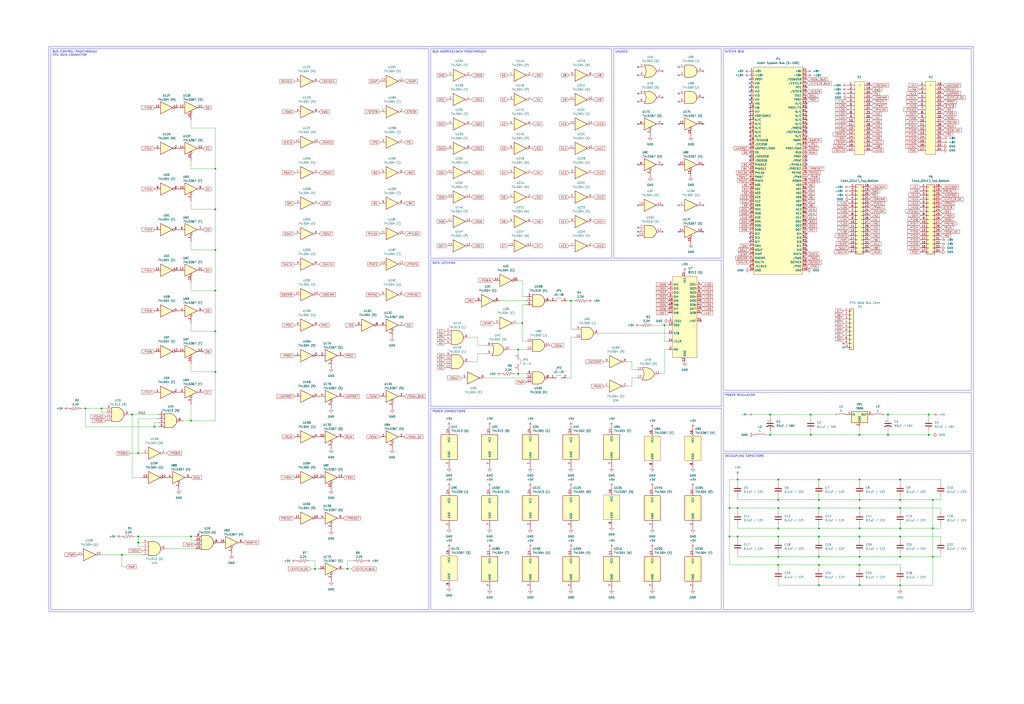
<source format=kicad_sch>
(kicad_sch (version 20230121) (generator eeschema)
  (paper "User" 640.004 440.004)
  (lib_symbols
    (symbol "74LS367_1"
      (property "Reference" "U6" (at -5.08 7.62 0))
      (property "Value" "74LS367 (F)" (at -5.08 5.08 0))
      (symbol "74LS367_1_1_0"
        (pin input inverted (at 0 -7.62 90) (length 5.588) (name "~") (number "1"))
        (pin input line (at -7.62 0 0) (length 3.81) (name "~") (number "2"))
        (pin tri_state line (at 7.62 0 180) (length 3.81) (name "~") (number "3"))
      )
      (symbol "74LS367_1_2_0"
        (pin input inverted (at 0 -7.62 90) (length 5.588) (name "~") (number "1"))
        (pin input line (at -7.62 0 0) (length 3.81) (name "~") (number "4"))
        (pin tri_state line (at 7.62 0 180) (length 3.81) (name "~") (number "5"))
      )
      (symbol "74LS367_1_3_0"
        (pin input inverted (at 0 -7.62 90) (length 5.588) (name "~") (number "1"))
        (pin input line (at -7.62 0 0) (length 3.81) (name "~") (number "6"))
        (pin tri_state line (at 7.62 0 180) (length 3.81) (name "~") (number "7"))
      )
      (symbol "74LS367_1_4_0"
        (pin input inverted (at 0 -7.62 90) (length 5.588) (name "~") (number "1"))
        (pin input line (at -7.62 0 0) (length 3.81) (name "~") (number "10"))
        (pin tri_state line (at 7.62 0 180) (length 3.81) (name "~") (number "9"))
      )
      (symbol "74LS367_1_5_0"
        (pin tri_state line (at 7.62 0 180) (length 3.81) (name "~") (number "11"))
        (pin input line (at -7.62 0 0) (length 3.81) (name "~") (number "12"))
        (pin input inverted (at 0 -7.62 90) (length 5.588) (name "~") (number "15"))
      )
      (symbol "74LS367_1_6_0"
        (pin tri_state line (at 7.62 0 180) (length 3.81) (name "~") (number "13"))
        (pin input line (at -7.62 0 0) (length 3.81) (name "~") (number "14"))
        (pin input inverted (at 0 -7.62 90) (length 5.588) (name "~") (number "15"))
      )
      (symbol "74LS367_1_7_1"
        (pin power_in line (at -6.35 7.62 270) (length 4.5) (name "VCC") (number "16"))
        (pin power_in line (at -6.35 -16.51 90) (length 4.318) (name "GND") (number "8"))
      )
    )
    (symbol "74LS367_10"
      (property "Reference" "U8" (at -5.08 7.62 0))
      (property "Value" "74LS367 (H)" (at -5.08 5.08 0))
      (symbol "74LS367_10_1_0"
        (pin input inverted (at 0 -7.62 90) (length 5.588) (name "~") (number "1"))
        (pin input line (at -7.62 0 0) (length 3.81) (name "~") (number "2"))
        (pin tri_state line (at 7.62 0 180) (length 3.81) (name "~") (number "3"))
      )
      (symbol "74LS367_10_2_0"
        (pin input inverted (at 0 -7.62 90) (length 5.588) (name "~") (number "1"))
        (pin input line (at -7.62 0 0) (length 3.81) (name "~") (number "4"))
        (pin tri_state line (at 7.62 0 180) (length 3.81) (name "~") (number "5"))
      )
      (symbol "74LS367_10_3_0"
        (pin input inverted (at 0 -7.62 90) (length 5.588) (name "~") (number "1"))
        (pin input line (at -7.62 0 0) (length 3.81) (name "~") (number "6"))
        (pin tri_state line (at 7.62 0 180) (length 3.81) (name "~") (number "7"))
      )
      (symbol "74LS367_10_4_0"
        (pin input inverted (at 0 -7.62 90) (length 5.588) (name "~") (number "1"))
        (pin input line (at -7.62 0 0) (length 3.81) (name "~") (number "10"))
        (pin tri_state line (at 7.62 0 180) (length 3.81) (name "~") (number "9"))
      )
      (symbol "74LS367_10_5_0"
        (pin tri_state line (at 7.62 0 180) (length 3.81) (name "~") (number "11"))
        (pin input line (at -7.62 0 0) (length 3.81) (name "~") (number "12"))
        (pin input inverted (at 0 -7.62 90) (length 5.588) (name "~") (number "15"))
      )
      (symbol "74LS367_10_6_0"
        (pin tri_state line (at 7.62 0 180) (length 3.81) (name "~") (number "13"))
        (pin input line (at -7.62 0 0) (length 3.81) (name "~") (number "14"))
        (pin input inverted (at 0 -7.62 90) (length 5.588) (name "~") (number "15"))
      )
      (symbol "74LS367_10_7_1"
        (pin power_in line (at -6.35 7.62 270) (length 4.5) (name "VCC") (number "16"))
        (pin power_in line (at -6.35 -16.51 90) (length 4.318) (name "GND") (number "8"))
      )
    )
    (symbol "74LS367_11"
      (property "Reference" "U8" (at -5.08 7.62 0))
      (property "Value" "74LS367 (H)" (at -5.08 5.08 0))
      (symbol "74LS367_11_1_0"
        (pin input inverted (at 0 -7.62 90) (length 5.588) (name "~") (number "1"))
        (pin input line (at -7.62 0 0) (length 3.81) (name "~") (number "2"))
        (pin tri_state line (at 7.62 0 180) (length 3.81) (name "~") (number "3"))
      )
      (symbol "74LS367_11_2_0"
        (pin input inverted (at 0 -7.62 90) (length 5.588) (name "~") (number "1"))
        (pin input line (at -7.62 0 0) (length 3.81) (name "~") (number "4"))
        (pin tri_state line (at 7.62 0 180) (length 3.81) (name "~") (number "5"))
      )
      (symbol "74LS367_11_3_0"
        (pin input inverted (at 0 -7.62 90) (length 5.588) (name "~") (number "1"))
        (pin input line (at -7.62 0 0) (length 3.81) (name "~") (number "6"))
        (pin tri_state line (at 7.62 0 180) (length 3.81) (name "~") (number "7"))
      )
      (symbol "74LS367_11_4_0"
        (pin input inverted (at 0 -7.62 90) (length 5.588) (name "~") (number "1"))
        (pin input line (at -7.62 0 0) (length 3.81) (name "~") (number "10"))
        (pin tri_state line (at 7.62 0 180) (length 3.81) (name "~") (number "9"))
      )
      (symbol "74LS367_11_5_0"
        (pin tri_state line (at 7.62 0 180) (length 3.81) (name "~") (number "11"))
        (pin input line (at -7.62 0 0) (length 3.81) (name "~") (number "12"))
        (pin input inverted (at 0 -7.62 90) (length 5.588) (name "~") (number "15"))
      )
      (symbol "74LS367_11_6_0"
        (pin tri_state line (at 7.62 0 180) (length 3.81) (name "~") (number "13"))
        (pin input line (at -7.62 0 0) (length 3.81) (name "~") (number "14"))
        (pin input inverted (at 0 -7.62 90) (length 5.588) (name "~") (number "15"))
      )
      (symbol "74LS367_11_7_1"
        (pin power_in line (at -6.35 7.62 270) (length 4.5) (name "VCC") (number "16"))
        (pin power_in line (at -6.35 -16.51 90) (length 4.318) (name "GND") (number "8"))
      )
    )
    (symbol "74LS367_12"
      (property "Reference" "U8" (at -5.08 7.62 0))
      (property "Value" "74LS367 (H)" (at -5.08 5.08 0))
      (symbol "74LS367_12_1_0"
        (pin input inverted (at 0 -7.62 90) (length 5.588) (name "~") (number "1"))
        (pin input line (at -7.62 0 0) (length 3.81) (name "~") (number "2"))
        (pin tri_state line (at 7.62 0 180) (length 3.81) (name "~") (number "3"))
      )
      (symbol "74LS367_12_2_0"
        (pin input inverted (at 0 -7.62 90) (length 5.588) (name "~") (number "1"))
        (pin input line (at -7.62 0 0) (length 3.81) (name "~") (number "4"))
        (pin tri_state line (at 7.62 0 180) (length 3.81) (name "~") (number "5"))
      )
      (symbol "74LS367_12_3_0"
        (pin input inverted (at 0 -7.62 90) (length 5.588) (name "~") (number "1"))
        (pin input line (at -7.62 0 0) (length 3.81) (name "~") (number "6"))
        (pin tri_state line (at 7.62 0 180) (length 3.81) (name "~") (number "7"))
      )
      (symbol "74LS367_12_4_0"
        (pin input inverted (at 0 -7.62 90) (length 5.588) (name "~") (number "1"))
        (pin input line (at -7.62 0 0) (length 3.81) (name "~") (number "10"))
        (pin tri_state line (at 7.62 0 180) (length 3.81) (name "~") (number "9"))
      )
      (symbol "74LS367_12_5_0"
        (pin tri_state line (at 7.62 0 180) (length 3.81) (name "~") (number "11"))
        (pin input line (at -7.62 0 0) (length 3.81) (name "~") (number "12"))
        (pin input inverted (at 0 -7.62 90) (length 5.588) (name "~") (number "15"))
      )
      (symbol "74LS367_12_6_0"
        (pin tri_state line (at 7.62 0 180) (length 3.81) (name "~") (number "13"))
        (pin input line (at -7.62 0 0) (length 3.81) (name "~") (number "14"))
        (pin input inverted (at 0 -7.62 90) (length 5.588) (name "~") (number "15"))
      )
      (symbol "74LS367_12_7_1"
        (pin power_in line (at -6.35 7.62 270) (length 4.5) (name "VCC") (number "16"))
        (pin power_in line (at -6.35 -16.51 90) (length 4.318) (name "GND") (number "8"))
      )
    )
    (symbol "74LS367_13"
      (property "Reference" "U8" (at -5.08 7.62 0))
      (property "Value" "74LS367 (H)" (at -5.08 5.08 0))
      (symbol "74LS367_13_1_0"
        (pin input inverted (at 0 -7.62 90) (length 5.588) (name "~") (number "1"))
        (pin input line (at -7.62 0 0) (length 3.81) (name "~") (number "2"))
        (pin tri_state line (at 7.62 0 180) (length 3.81) (name "~") (number "3"))
      )
      (symbol "74LS367_13_2_0"
        (pin input inverted (at 0 -7.62 90) (length 5.588) (name "~") (number "1"))
        (pin input line (at -7.62 0 0) (length 3.81) (name "~") (number "4"))
        (pin tri_state line (at 7.62 0 180) (length 3.81) (name "~") (number "5"))
      )
      (symbol "74LS367_13_3_0"
        (pin input inverted (at 0 -7.62 90) (length 5.588) (name "~") (number "1"))
        (pin input line (at -7.62 0 0) (length 3.81) (name "~") (number "6"))
        (pin tri_state line (at 7.62 0 180) (length 3.81) (name "~") (number "7"))
      )
      (symbol "74LS367_13_4_0"
        (pin input inverted (at 0 -7.62 90) (length 5.588) (name "~") (number "1"))
        (pin input line (at -7.62 0 0) (length 3.81) (name "~") (number "10"))
        (pin tri_state line (at 7.62 0 180) (length 3.81) (name "~") (number "9"))
      )
      (symbol "74LS367_13_5_0"
        (pin tri_state line (at 7.62 0 180) (length 3.81) (name "~") (number "11"))
        (pin input line (at -7.62 0 0) (length 3.81) (name "~") (number "12"))
        (pin input inverted (at 0 -7.62 90) (length 5.588) (name "~") (number "15"))
      )
      (symbol "74LS367_13_6_0"
        (pin tri_state line (at 7.62 0 180) (length 3.81) (name "~") (number "13"))
        (pin input line (at -7.62 0 0) (length 3.81) (name "~") (number "14"))
        (pin input inverted (at 0 -7.62 90) (length 5.588) (name "~") (number "15"))
      )
      (symbol "74LS367_13_7_1"
        (pin power_in line (at -6.35 7.62 270) (length 4.5) (name "VCC") (number "16"))
        (pin power_in line (at -6.35 -16.51 90) (length 4.318) (name "GND") (number "8"))
      )
    )
    (symbol "74LS367_14"
      (property "Reference" "U8" (at -5.08 7.62 0))
      (property "Value" "74LS367 (H)" (at -5.08 5.08 0))
      (symbol "74LS367_14_1_0"
        (pin input inverted (at 0 -7.62 90) (length 5.588) (name "~") (number "1"))
        (pin input line (at -7.62 0 0) (length 3.81) (name "~") (number "2"))
        (pin tri_state line (at 7.62 0 180) (length 3.81) (name "~") (number "3"))
      )
      (symbol "74LS367_14_2_0"
        (pin input inverted (at 0 -7.62 90) (length 5.588) (name "~") (number "1"))
        (pin input line (at -7.62 0 0) (length 3.81) (name "~") (number "4"))
        (pin tri_state line (at 7.62 0 180) (length 3.81) (name "~") (number "5"))
      )
      (symbol "74LS367_14_3_0"
        (pin input inverted (at 0 -7.62 90) (length 5.588) (name "~") (number "1"))
        (pin input line (at -7.62 0 0) (length 3.81) (name "~") (number "6"))
        (pin tri_state line (at 7.62 0 180) (length 3.81) (name "~") (number "7"))
      )
      (symbol "74LS367_14_4_0"
        (pin input inverted (at 0 -7.62 90) (length 5.588) (name "~") (number "1"))
        (pin input line (at -7.62 0 0) (length 3.81) (name "~") (number "10"))
        (pin tri_state line (at 7.62 0 180) (length 3.81) (name "~") (number "9"))
      )
      (symbol "74LS367_14_5_0"
        (pin tri_state line (at 7.62 0 180) (length 3.81) (name "~") (number "11"))
        (pin input line (at -7.62 0 0) (length 3.81) (name "~") (number "12"))
        (pin input inverted (at 0 -7.62 90) (length 5.588) (name "~") (number "15"))
      )
      (symbol "74LS367_14_6_0"
        (pin tri_state line (at 7.62 0 180) (length 3.81) (name "~") (number "13"))
        (pin input line (at -7.62 0 0) (length 3.81) (name "~") (number "14"))
        (pin input inverted (at 0 -7.62 90) (length 5.588) (name "~") (number "15"))
      )
      (symbol "74LS367_14_7_1"
        (pin power_in line (at -6.35 7.62 270) (length 4.5) (name "VCC") (number "16"))
        (pin power_in line (at -6.35 -16.51 90) (length 4.318) (name "GND") (number "8"))
      )
    )
    (symbol "74LS367_15"
      (property "Reference" "U13" (at -5.08 7.62 0))
      (property "Value" "74LS367 (N)" (at -5.08 5.08 0))
      (symbol "74LS367_15_1_0"
        (pin input inverted (at 0 -7.62 90) (length 5.588) (name "~") (number "1"))
        (pin input line (at -7.62 0 0) (length 3.81) (name "~") (number "2"))
        (pin tri_state line (at 7.62 0 180) (length 3.81) (name "~") (number "3"))
      )
      (symbol "74LS367_15_2_0"
        (pin input inverted (at 0 -7.62 90) (length 5.588) (name "~") (number "1"))
        (pin input line (at -7.62 0 0) (length 3.81) (name "~") (number "4"))
        (pin tri_state line (at 7.62 0 180) (length 3.81) (name "~") (number "5"))
      )
      (symbol "74LS367_15_3_0"
        (pin input inverted (at 0 -7.62 90) (length 5.588) (name "~") (number "1"))
        (pin input line (at -7.62 0 0) (length 3.81) (name "~") (number "6"))
        (pin tri_state line (at 7.62 0 180) (length 3.81) (name "~") (number "7"))
      )
      (symbol "74LS367_15_4_0"
        (pin input inverted (at 0 -7.62 90) (length 5.588) (name "~") (number "1"))
        (pin input line (at -7.62 0 0) (length 3.81) (name "~") (number "10"))
        (pin tri_state line (at 7.62 0 180) (length 3.81) (name "~") (number "9"))
      )
      (symbol "74LS367_15_5_0"
        (pin tri_state line (at 7.62 0 180) (length 3.81) (name "~") (number "11"))
        (pin input line (at -7.62 0 0) (length 3.81) (name "~") (number "12"))
        (pin input inverted (at 0 -7.62 90) (length 5.588) (name "~") (number "15"))
      )
      (symbol "74LS367_15_6_0"
        (pin tri_state line (at 7.62 0 180) (length 3.81) (name "~") (number "13"))
        (pin input line (at -7.62 0 0) (length 3.81) (name "~") (number "14"))
        (pin input inverted (at 0 -7.62 90) (length 5.588) (name "~") (number "15"))
      )
      (symbol "74LS367_15_7_1"
        (pin power_in line (at -6.35 7.62 270) (length 4.5) (name "VCC") (number "16"))
        (pin power_in line (at -6.35 -16.51 90) (length 4.318) (name "GND") (number "8"))
      )
    )
    (symbol "74LS367_16"
      (property "Reference" "U13" (at -5.08 7.62 0))
      (property "Value" "74LS367 (N)" (at -5.08 5.08 0))
      (symbol "74LS367_16_1_0"
        (pin input inverted (at 0 -7.62 90) (length 5.588) (name "~") (number "1"))
        (pin input line (at -7.62 0 0) (length 3.81) (name "~") (number "2"))
        (pin tri_state line (at 7.62 0 180) (length 3.81) (name "~") (number "3"))
      )
      (symbol "74LS367_16_2_0"
        (pin input inverted (at 0 -7.62 90) (length 5.588) (name "~") (number "1"))
        (pin input line (at -7.62 0 0) (length 3.81) (name "~") (number "4"))
        (pin tri_state line (at 7.62 0 180) (length 3.81) (name "~") (number "5"))
      )
      (symbol "74LS367_16_3_0"
        (pin input inverted (at 0 -7.62 90) (length 5.588) (name "~") (number "1"))
        (pin input line (at -7.62 0 0) (length 3.81) (name "~") (number "6"))
        (pin tri_state line (at 7.62 0 180) (length 3.81) (name "~") (number "7"))
      )
      (symbol "74LS367_16_4_0"
        (pin input inverted (at 0 -7.62 90) (length 5.588) (name "~") (number "1"))
        (pin input line (at -7.62 0 0) (length 3.81) (name "~") (number "10"))
        (pin tri_state line (at 7.62 0 180) (length 3.81) (name "~") (number "9"))
      )
      (symbol "74LS367_16_5_0"
        (pin tri_state line (at 7.62 0 180) (length 3.81) (name "~") (number "11"))
        (pin input line (at -7.62 0 0) (length 3.81) (name "~") (number "12"))
        (pin input inverted (at 0 -7.62 90) (length 5.588) (name "~") (number "15"))
      )
      (symbol "74LS367_16_6_0"
        (pin tri_state line (at 7.62 0 180) (length 3.81) (name "~") (number "13"))
        (pin input line (at -7.62 0 0) (length 3.81) (name "~") (number "14"))
        (pin input inverted (at 0 -7.62 90) (length 5.588) (name "~") (number "15"))
      )
      (symbol "74LS367_16_7_1"
        (pin power_in line (at -6.35 7.62 270) (length 4.5) (name "VCC") (number "16"))
        (pin power_in line (at -6.35 -16.51 90) (length 4.318) (name "GND") (number "8"))
      )
    )
    (symbol "74LS367_17"
      (property "Reference" "U13" (at -5.08 7.62 0))
      (property "Value" "74LS367 (N)" (at -5.08 5.08 0))
      (symbol "74LS367_17_1_0"
        (pin input inverted (at 0 -7.62 90) (length 5.588) (name "~") (number "1"))
        (pin input line (at -7.62 0 0) (length 3.81) (name "~") (number "2"))
        (pin tri_state line (at 7.62 0 180) (length 3.81) (name "~") (number "3"))
      )
      (symbol "74LS367_17_2_0"
        (pin input inverted (at 0 -7.62 90) (length 5.588) (name "~") (number "1"))
        (pin input line (at -7.62 0 0) (length 3.81) (name "~") (number "4"))
        (pin tri_state line (at 7.62 0 180) (length 3.81) (name "~") (number "5"))
      )
      (symbol "74LS367_17_3_0"
        (pin input inverted (at 0 -7.62 90) (length 5.588) (name "~") (number "1"))
        (pin input line (at -7.62 0 0) (length 3.81) (name "~") (number "6"))
        (pin tri_state line (at 7.62 0 180) (length 3.81) (name "~") (number "7"))
      )
      (symbol "74LS367_17_4_0"
        (pin input inverted (at 0 -7.62 90) (length 5.588) (name "~") (number "1"))
        (pin input line (at -7.62 0 0) (length 3.81) (name "~") (number "10"))
        (pin tri_state line (at 7.62 0 180) (length 3.81) (name "~") (number "9"))
      )
      (symbol "74LS367_17_5_0"
        (pin tri_state line (at 7.62 0 180) (length 3.81) (name "~") (number "11"))
        (pin input line (at -7.62 0 0) (length 3.81) (name "~") (number "12"))
        (pin input inverted (at 0 -7.62 90) (length 5.588) (name "~") (number "15"))
      )
      (symbol "74LS367_17_6_0"
        (pin tri_state line (at 7.62 0 180) (length 3.81) (name "~") (number "13"))
        (pin input line (at -7.62 0 0) (length 3.81) (name "~") (number "14"))
        (pin input inverted (at 0 -7.62 90) (length 5.588) (name "~") (number "15"))
      )
      (symbol "74LS367_17_7_1"
        (pin power_in line (at -6.35 7.62 270) (length 4.5) (name "VCC") (number "16"))
        (pin power_in line (at -6.35 -16.51 90) (length 4.318) (name "GND") (number "8"))
      )
    )
    (symbol "74LS367_18"
      (property "Reference" "U13" (at -5.08 7.62 0))
      (property "Value" "74LS367 (N)" (at -5.08 5.08 0))
      (symbol "74LS367_18_1_0"
        (pin input inverted (at 0 -7.62 90) (length 5.588) (name "~") (number "1"))
        (pin input line (at -7.62 0 0) (length 3.81) (name "~") (number "2"))
        (pin tri_state line (at 7.62 0 180) (length 3.81) (name "~") (number "3"))
      )
      (symbol "74LS367_18_2_0"
        (pin input inverted (at 0 -7.62 90) (length 5.588) (name "~") (number "1"))
        (pin input line (at -7.62 0 0) (length 3.81) (name "~") (number "4"))
        (pin tri_state line (at 7.62 0 180) (length 3.81) (name "~") (number "5"))
      )
      (symbol "74LS367_18_3_0"
        (pin input inverted (at 0 -7.62 90) (length 5.588) (name "~") (number "1"))
        (pin input line (at -7.62 0 0) (length 3.81) (name "~") (number "6"))
        (pin tri_state line (at 7.62 0 180) (length 3.81) (name "~") (number "7"))
      )
      (symbol "74LS367_18_4_0"
        (pin input inverted (at 0 -7.62 90) (length 5.588) (name "~") (number "1"))
        (pin input line (at -7.62 0 0) (length 3.81) (name "~") (number "10"))
        (pin tri_state line (at 7.62 0 180) (length 3.81) (name "~") (number "9"))
      )
      (symbol "74LS367_18_5_0"
        (pin tri_state line (at 7.62 0 180) (length 3.81) (name "~") (number "11"))
        (pin input line (at -7.62 0 0) (length 3.81) (name "~") (number "12"))
        (pin input inverted (at 0 -7.62 90) (length 5.588) (name "~") (number "15"))
      )
      (symbol "74LS367_18_6_0"
        (pin tri_state line (at 7.62 0 180) (length 3.81) (name "~") (number "13"))
        (pin input line (at -7.62 0 0) (length 3.81) (name "~") (number "14"))
        (pin input inverted (at 0 -7.62 90) (length 5.588) (name "~") (number "15"))
      )
      (symbol "74LS367_18_7_1"
        (pin power_in line (at -6.35 7.62 270) (length 4.5) (name "VCC") (number "16"))
        (pin power_in line (at -6.35 -16.51 90) (length 4.318) (name "GND") (number "8"))
      )
    )
    (symbol "74LS367_19"
      (property "Reference" "U13" (at -5.08 7.62 0))
      (property "Value" "74LS367 (N)" (at -5.08 5.08 0))
      (symbol "74LS367_19_1_0"
        (pin input inverted (at 0 -7.62 90) (length 5.588) (name "~") (number "1"))
        (pin input line (at -7.62 0 0) (length 3.81) (name "~") (number "2"))
        (pin tri_state line (at 7.62 0 180) (length 3.81) (name "~") (number "3"))
      )
      (symbol "74LS367_19_2_0"
        (pin input inverted (at 0 -7.62 90) (length 5.588) (name "~") (number "1"))
        (pin input line (at -7.62 0 0) (length 3.81) (name "~") (number "4"))
        (pin tri_state line (at 7.62 0 180) (length 3.81) (name "~") (number "5"))
      )
      (symbol "74LS367_19_3_0"
        (pin input inverted (at 0 -7.62 90) (length 5.588) (name "~") (number "1"))
        (pin input line (at -7.62 0 0) (length 3.81) (name "~") (number "6"))
        (pin tri_state line (at 7.62 0 180) (length 3.81) (name "~") (number "7"))
      )
      (symbol "74LS367_19_4_0"
        (pin input inverted (at 0 -7.62 90) (length 5.588) (name "~") (number "1"))
        (pin input line (at -7.62 0 0) (length 3.81) (name "~") (number "10"))
        (pin tri_state line (at 7.62 0 180) (length 3.81) (name "~") (number "9"))
      )
      (symbol "74LS367_19_5_0"
        (pin tri_state line (at 7.62 0 180) (length 3.81) (name "~") (number "11"))
        (pin input line (at -7.62 0 0) (length 3.81) (name "~") (number "12"))
        (pin input inverted (at 0 -7.62 90) (length 5.588) (name "~") (number "15"))
      )
      (symbol "74LS367_19_6_0"
        (pin tri_state line (at 7.62 0 180) (length 3.81) (name "~") (number "13"))
        (pin input line (at -7.62 0 0) (length 3.81) (name "~") (number "14"))
        (pin input inverted (at 0 -7.62 90) (length 5.588) (name "~") (number "15"))
      )
      (symbol "74LS367_19_7_1"
        (pin power_in line (at -6.35 7.62 270) (length 4.5) (name "VCC") (number "16"))
        (pin power_in line (at -6.35 -16.51 90) (length 4.318) (name "GND") (number "8"))
      )
    )
    (symbol "74LS367_2"
      (property "Reference" "U6" (at -5.08 7.62 0))
      (property "Value" "74LS367 (F)" (at -5.08 5.08 0))
      (symbol "74LS367_2_1_0"
        (pin input inverted (at 0 -7.62 90) (length 5.588) (name "~") (number "1"))
        (pin input line (at -7.62 0 0) (length 3.81) (name "~") (number "2"))
        (pin tri_state line (at 7.62 0 180) (length 3.81) (name "~") (number "3"))
      )
      (symbol "74LS367_2_2_0"
        (pin input inverted (at 0 -7.62 90) (length 5.588) (name "~") (number "1"))
        (pin input line (at -7.62 0 0) (length 3.81) (name "~") (number "4"))
        (pin tri_state line (at 7.62 0 180) (length 3.81) (name "~") (number "5"))
      )
      (symbol "74LS367_2_3_0"
        (pin input inverted (at 0 -7.62 90) (length 5.588) (name "~") (number "1"))
        (pin input line (at -7.62 0 0) (length 3.81) (name "~") (number "6"))
        (pin tri_state line (at 7.62 0 180) (length 3.81) (name "~") (number "7"))
      )
      (symbol "74LS367_2_4_0"
        (pin input inverted (at 0 -7.62 90) (length 5.588) (name "~") (number "1"))
        (pin input line (at -7.62 0 0) (length 3.81) (name "~") (number "10"))
        (pin tri_state line (at 7.62 0 180) (length 3.81) (name "~") (number "9"))
      )
      (symbol "74LS367_2_5_0"
        (pin tri_state line (at 7.62 0 180) (length 3.81) (name "~") (number "11"))
        (pin input line (at -7.62 0 0) (length 3.81) (name "~") (number "12"))
        (pin input inverted (at 0 -7.62 90) (length 5.588) (name "~") (number "15"))
      )
      (symbol "74LS367_2_6_0"
        (pin tri_state line (at 7.62 0 180) (length 3.81) (name "~") (number "13"))
        (pin input line (at -7.62 0 0) (length 3.81) (name "~") (number "14"))
        (pin input inverted (at 0 -7.62 90) (length 5.588) (name "~") (number "15"))
      )
      (symbol "74LS367_2_7_1"
        (pin power_in line (at -6.35 7.62 270) (length 4.5) (name "VCC") (number "16"))
        (pin power_in line (at -6.35 -16.51 90) (length 4.318) (name "GND") (number "8"))
      )
    )
    (symbol "74LS367_20"
      (property "Reference" "U13" (at -5.08 7.62 0))
      (property "Value" "74LS367 (N)" (at -5.08 5.08 0))
      (symbol "74LS367_20_1_0"
        (pin input inverted (at 0 -7.62 90) (length 5.588) (name "~") (number "1"))
        (pin input line (at -7.62 0 0) (length 3.81) (name "~") (number "2"))
        (pin tri_state line (at 7.62 0 180) (length 3.81) (name "~") (number "3"))
      )
      (symbol "74LS367_20_2_0"
        (pin input inverted (at 0 -7.62 90) (length 5.588) (name "~") (number "1"))
        (pin input line (at -7.62 0 0) (length 3.81) (name "~") (number "4"))
        (pin tri_state line (at 7.62 0 180) (length 3.81) (name "~") (number "5"))
      )
      (symbol "74LS367_20_3_0"
        (pin input inverted (at 0 -7.62 90) (length 5.588) (name "~") (number "1"))
        (pin input line (at -7.62 0 0) (length 3.81) (name "~") (number "6"))
        (pin tri_state line (at 7.62 0 180) (length 3.81) (name "~") (number "7"))
      )
      (symbol "74LS367_20_4_0"
        (pin input inverted (at 0 -7.62 90) (length 5.588) (name "~") (number "1"))
        (pin input line (at -7.62 0 0) (length 3.81) (name "~") (number "10"))
        (pin tri_state line (at 7.62 0 180) (length 3.81) (name "~") (number "9"))
      )
      (symbol "74LS367_20_5_0"
        (pin tri_state line (at 7.62 0 180) (length 3.81) (name "~") (number "11"))
        (pin input line (at -7.62 0 0) (length 3.81) (name "~") (number "12"))
        (pin input inverted (at 0 -7.62 90) (length 5.588) (name "~") (number "15"))
      )
      (symbol "74LS367_20_6_0"
        (pin tri_state line (at 7.62 0 180) (length 3.81) (name "~") (number "13"))
        (pin input line (at -7.62 0 0) (length 3.81) (name "~") (number "14"))
        (pin input inverted (at 0 -7.62 90) (length 5.588) (name "~") (number "15"))
      )
      (symbol "74LS367_20_7_1"
        (pin power_in line (at -6.35 7.62 270) (length 4.5) (name "VCC") (number "16"))
        (pin power_in line (at -6.35 -16.51 90) (length 4.318) (name "GND") (number "8"))
      )
    )
    (symbol "74LS367_21"
      (property "Reference" "U13" (at -5.08 7.62 0))
      (property "Value" "74LS367 (N)" (at -5.08 5.08 0))
      (symbol "74LS367_21_1_0"
        (pin input inverted (at 0 -7.62 90) (length 5.588) (name "~") (number "1"))
        (pin input line (at -7.62 0 0) (length 3.81) (name "~") (number "2"))
        (pin tri_state line (at 7.62 0 180) (length 3.81) (name "~") (number "3"))
      )
      (symbol "74LS367_21_2_0"
        (pin input inverted (at 0 -7.62 90) (length 5.588) (name "~") (number "1"))
        (pin input line (at -7.62 0 0) (length 3.81) (name "~") (number "4"))
        (pin tri_state line (at 7.62 0 180) (length 3.81) (name "~") (number "5"))
      )
      (symbol "74LS367_21_3_0"
        (pin input inverted (at 0 -7.62 90) (length 5.588) (name "~") (number "1"))
        (pin input line (at -7.62 0 0) (length 3.81) (name "~") (number "6"))
        (pin tri_state line (at 7.62 0 180) (length 3.81) (name "~") (number "7"))
      )
      (symbol "74LS367_21_4_0"
        (pin input inverted (at 0 -7.62 90) (length 5.588) (name "~") (number "1"))
        (pin input line (at -7.62 0 0) (length 3.81) (name "~") (number "10"))
        (pin tri_state line (at 7.62 0 180) (length 3.81) (name "~") (number "9"))
      )
      (symbol "74LS367_21_5_0"
        (pin tri_state line (at 7.62 0 180) (length 3.81) (name "~") (number "11"))
        (pin input line (at -7.62 0 0) (length 3.81) (name "~") (number "12"))
        (pin input inverted (at 0 -7.62 90) (length 5.588) (name "~") (number "15"))
      )
      (symbol "74LS367_21_6_0"
        (pin tri_state line (at 7.62 0 180) (length 3.81) (name "~") (number "13"))
        (pin input line (at -7.62 0 0) (length 3.81) (name "~") (number "14"))
        (pin input inverted (at 0 -7.62 90) (length 5.588) (name "~") (number "15"))
      )
      (symbol "74LS367_21_7_1"
        (pin power_in line (at -6.35 7.62 270) (length 4.5) (name "VCC") (number "16"))
        (pin power_in line (at -6.35 -16.51 90) (length 4.318) (name "GND") (number "8"))
      )
    )
    (symbol "74LS367_22"
      (property "Reference" "U17" (at -5.08 7.62 0))
      (property "Value" "74LS367 (S)" (at -5.08 5.08 0))
      (symbol "74LS367_22_1_0"
        (pin input inverted (at 0 -7.62 90) (length 5.588) (name "~") (number "1"))
        (pin input line (at -7.62 0 0) (length 3.81) (name "~") (number "2"))
        (pin tri_state line (at 7.62 0 180) (length 3.81) (name "~") (number "3"))
      )
      (symbol "74LS367_22_2_0"
        (pin input inverted (at 0 -7.62 90) (length 5.588) (name "~") (number "1"))
        (pin input line (at -7.62 0 0) (length 3.81) (name "~") (number "4"))
        (pin tri_state line (at 7.62 0 180) (length 3.81) (name "~") (number "5"))
      )
      (symbol "74LS367_22_3_0"
        (pin input inverted (at 0 -7.62 90) (length 5.588) (name "~") (number "1"))
        (pin input line (at -7.62 0 0) (length 3.81) (name "~") (number "6"))
        (pin tri_state line (at 7.62 0 180) (length 3.81) (name "~") (number "7"))
      )
      (symbol "74LS367_22_4_0"
        (pin input inverted (at 0 -7.62 90) (length 5.588) (name "~") (number "1"))
        (pin input line (at -7.62 0 0) (length 3.81) (name "~") (number "10"))
        (pin tri_state line (at 7.62 0 180) (length 3.81) (name "~") (number "9"))
      )
      (symbol "74LS367_22_5_0"
        (pin tri_state line (at 7.62 0 180) (length 3.81) (name "~") (number "11"))
        (pin input line (at -7.62 0 0) (length 3.81) (name "~") (number "12"))
        (pin input inverted (at 0 -7.62 90) (length 5.588) (name "~") (number "15"))
      )
      (symbol "74LS367_22_6_0"
        (pin tri_state line (at 7.62 0 180) (length 3.81) (name "~") (number "13"))
        (pin input line (at -7.62 0 0) (length 3.81) (name "~") (number "14"))
        (pin input inverted (at 0 -7.62 90) (length 5.588) (name "~") (number "15"))
      )
      (symbol "74LS367_22_7_1"
        (pin power_in line (at -6.35 7.62 270) (length 4.5) (name "VCC") (number "16"))
        (pin power_in line (at -6.35 -16.51 90) (length 4.318) (name "GND") (number "8"))
      )
    )
    (symbol "74LS367_23"
      (property "Reference" "U17" (at -5.08 7.62 0))
      (property "Value" "74LS367 (S)" (at -5.08 5.08 0))
      (symbol "74LS367_23_1_0"
        (pin input inverted (at 0 -7.62 90) (length 5.588) (name "~") (number "1"))
        (pin input line (at -7.62 0 0) (length 3.81) (name "~") (number "2"))
        (pin tri_state line (at 7.62 0 180) (length 3.81) (name "~") (number "3"))
      )
      (symbol "74LS367_23_2_0"
        (pin input inverted (at 0 -7.62 90) (length 5.588) (name "~") (number "1"))
        (pin input line (at -7.62 0 0) (length 3.81) (name "~") (number "4"))
        (pin tri_state line (at 7.62 0 180) (length 3.81) (name "~") (number "5"))
      )
      (symbol "74LS367_23_3_0"
        (pin input inverted (at 0 -7.62 90) (length 5.588) (name "~") (number "1"))
        (pin input line (at -7.62 0 0) (length 3.81) (name "~") (number "6"))
        (pin tri_state line (at 7.62 0 180) (length 3.81) (name "~") (number "7"))
      )
      (symbol "74LS367_23_4_0"
        (pin input inverted (at 0 -7.62 90) (length 5.588) (name "~") (number "1"))
        (pin input line (at -7.62 0 0) (length 3.81) (name "~") (number "10"))
        (pin tri_state line (at 7.62 0 180) (length 3.81) (name "~") (number "9"))
      )
      (symbol "74LS367_23_5_0"
        (pin tri_state line (at 7.62 0 180) (length 3.81) (name "~") (number "11"))
        (pin input line (at -7.62 0 0) (length 3.81) (name "~") (number "12"))
        (pin input inverted (at 0 -7.62 90) (length 5.588) (name "~") (number "15"))
      )
      (symbol "74LS367_23_6_0"
        (pin tri_state line (at 7.62 0 180) (length 3.81) (name "~") (number "13"))
        (pin input line (at -7.62 0 0) (length 3.81) (name "~") (number "14"))
        (pin input inverted (at 0 -7.62 90) (length 5.588) (name "~") (number "15"))
      )
      (symbol "74LS367_23_7_1"
        (pin power_in line (at -6.35 7.62 270) (length 4.5) (name "VCC") (number "16"))
        (pin power_in line (at -6.35 -16.51 90) (length 4.318) (name "GND") (number "8"))
      )
    )
    (symbol "74LS367_24"
      (property "Reference" "U17" (at -5.08 7.62 0))
      (property "Value" "74LS367 (S)" (at -5.08 5.08 0))
      (symbol "74LS367_24_1_0"
        (pin input inverted (at 0 -7.62 90) (length 5.588) (name "~") (number "1"))
        (pin input line (at -7.62 0 0) (length 3.81) (name "~") (number "2"))
        (pin tri_state line (at 7.62 0 180) (length 3.81) (name "~") (number "3"))
      )
      (symbol "74LS367_24_2_0"
        (pin input inverted (at 0 -7.62 90) (length 5.588) (name "~") (number "1"))
        (pin input line (at -7.62 0 0) (length 3.81) (name "~") (number "4"))
        (pin tri_state line (at 7.62 0 180) (length 3.81) (name "~") (number "5"))
      )
      (symbol "74LS367_24_3_0"
        (pin input inverted (at 0 -7.62 90) (length 5.588) (name "~") (number "1"))
        (pin input line (at -7.62 0 0) (length 3.81) (name "~") (number "6"))
        (pin tri_state line (at 7.62 0 180) (length 3.81) (name "~") (number "7"))
      )
      (symbol "74LS367_24_4_0"
        (pin input inverted (at 0 -7.62 90) (length 5.588) (name "~") (number "1"))
        (pin input line (at -7.62 0 0) (length 3.81) (name "~") (number "10"))
        (pin tri_state line (at 7.62 0 180) (length 3.81) (name "~") (number "9"))
      )
      (symbol "74LS367_24_5_0"
        (pin tri_state line (at 7.62 0 180) (length 3.81) (name "~") (number "11"))
        (pin input line (at -7.62 0 0) (length 3.81) (name "~") (number "12"))
        (pin input inverted (at 0 -7.62 90) (length 5.588) (name "~") (number "15"))
      )
      (symbol "74LS367_24_6_0"
        (pin tri_state line (at 7.62 0 180) (length 3.81) (name "~") (number "13"))
        (pin input line (at -7.62 0 0) (length 3.81) (name "~") (number "14"))
        (pin input inverted (at 0 -7.62 90) (length 5.588) (name "~") (number "15"))
      )
      (symbol "74LS367_24_7_1"
        (pin power_in line (at -6.35 7.62 270) (length 4.5) (name "VCC") (number "16"))
        (pin power_in line (at -6.35 -16.51 90) (length 4.318) (name "GND") (number "8"))
      )
    )
    (symbol "74LS367_25"
      (property "Reference" "U17" (at -5.08 7.62 0))
      (property "Value" "74LS367 (S)" (at -5.08 5.08 0))
      (symbol "74LS367_25_1_0"
        (pin input inverted (at 0 -7.62 90) (length 5.588) (name "~") (number "1"))
        (pin input line (at -7.62 0 0) (length 3.81) (name "~") (number "2"))
        (pin tri_state line (at 7.62 0 180) (length 3.81) (name "~") (number "3"))
      )
      (symbol "74LS367_25_2_0"
        (pin input inverted (at 0 -7.62 90) (length 5.588) (name "~") (number "1"))
        (pin input line (at -7.62 0 0) (length 3.81) (name "~") (number "4"))
        (pin tri_state line (at 7.62 0 180) (length 3.81) (name "~") (number "5"))
      )
      (symbol "74LS367_25_3_0"
        (pin input inverted (at 0 -7.62 90) (length 5.588) (name "~") (number "1"))
        (pin input line (at -7.62 0 0) (length 3.81) (name "~") (number "6"))
        (pin tri_state line (at 7.62 0 180) (length 3.81) (name "~") (number "7"))
      )
      (symbol "74LS367_25_4_0"
        (pin input inverted (at 0 -7.62 90) (length 5.588) (name "~") (number "1"))
        (pin input line (at -7.62 0 0) (length 3.81) (name "~") (number "10"))
        (pin tri_state line (at 7.62 0 180) (length 3.81) (name "~") (number "9"))
      )
      (symbol "74LS367_25_5_0"
        (pin tri_state line (at 7.62 0 180) (length 3.81) (name "~") (number "11"))
        (pin input line (at -7.62 0 0) (length 3.81) (name "~") (number "12"))
        (pin input inverted (at 0 -7.62 90) (length 5.588) (name "~") (number "15"))
      )
      (symbol "74LS367_25_6_0"
        (pin tri_state line (at 7.62 0 180) (length 3.81) (name "~") (number "13"))
        (pin input line (at -7.62 0 0) (length 3.81) (name "~") (number "14"))
        (pin input inverted (at 0 -7.62 90) (length 5.588) (name "~") (number "15"))
      )
      (symbol "74LS367_25_7_1"
        (pin power_in line (at -6.35 7.62 270) (length 4.5) (name "VCC") (number "16"))
        (pin power_in line (at -6.35 -16.51 90) (length 4.318) (name "GND") (number "8"))
      )
    )
    (symbol "74LS367_26"
      (property "Reference" "U17" (at -5.08 7.62 0))
      (property "Value" "74LS367 (S)" (at -5.08 5.08 0))
      (symbol "74LS367_26_1_0"
        (pin input inverted (at 0 -7.62 90) (length 5.588) (name "~") (number "1"))
        (pin input line (at -7.62 0 0) (length 3.81) (name "~") (number "2"))
        (pin tri_state line (at 7.62 0 180) (length 3.81) (name "~") (number "3"))
      )
      (symbol "74LS367_26_2_0"
        (pin input inverted (at 0 -7.62 90) (length 5.588) (name "~") (number "1"))
        (pin input line (at -7.62 0 0) (length 3.81) (name "~") (number "4"))
        (pin tri_state line (at 7.62 0 180) (length 3.81) (name "~") (number "5"))
      )
      (symbol "74LS367_26_3_0"
        (pin input inverted (at 0 -7.62 90) (length 5.588) (name "~") (number "1"))
        (pin input line (at -7.62 0 0) (length 3.81) (name "~") (number "6"))
        (pin tri_state line (at 7.62 0 180) (length 3.81) (name "~") (number "7"))
      )
      (symbol "74LS367_26_4_0"
        (pin input inverted (at 0 -7.62 90) (length 5.588) (name "~") (number "1"))
        (pin input line (at -7.62 0 0) (length 3.81) (name "~") (number "10"))
        (pin tri_state line (at 7.62 0 180) (length 3.81) (name "~") (number "9"))
      )
      (symbol "74LS367_26_5_0"
        (pin tri_state line (at 7.62 0 180) (length 3.81) (name "~") (number "11"))
        (pin input line (at -7.62 0 0) (length 3.81) (name "~") (number "12"))
        (pin input inverted (at 0 -7.62 90) (length 5.588) (name "~") (number "15"))
      )
      (symbol "74LS367_26_6_0"
        (pin tri_state line (at 7.62 0 180) (length 3.81) (name "~") (number "13"))
        (pin input line (at -7.62 0 0) (length 3.81) (name "~") (number "14"))
        (pin input inverted (at 0 -7.62 90) (length 5.588) (name "~") (number "15"))
      )
      (symbol "74LS367_26_7_1"
        (pin power_in line (at -6.35 7.62 270) (length 4.5) (name "VCC") (number "16"))
        (pin power_in line (at -6.35 -16.51 90) (length 4.318) (name "GND") (number "8"))
      )
    )
    (symbol "74LS367_27"
      (property "Reference" "U17" (at -5.08 7.62 0))
      (property "Value" "74LS367 (S)" (at -5.08 5.08 0))
      (symbol "74LS367_27_1_0"
        (pin input inverted (at 0 -7.62 90) (length 5.588) (name "~") (number "1"))
        (pin input line (at -7.62 0 0) (length 3.81) (name "~") (number "2"))
        (pin tri_state line (at 7.62 0 180) (length 3.81) (name "~") (number "3"))
      )
      (symbol "74LS367_27_2_0"
        (pin input inverted (at 0 -7.62 90) (length 5.588) (name "~") (number "1"))
        (pin input line (at -7.62 0 0) (length 3.81) (name "~") (number "4"))
        (pin tri_state line (at 7.62 0 180) (length 3.81) (name "~") (number "5"))
      )
      (symbol "74LS367_27_3_0"
        (pin input inverted (at 0 -7.62 90) (length 5.588) (name "~") (number "1"))
        (pin input line (at -7.62 0 0) (length 3.81) (name "~") (number "6"))
        (pin tri_state line (at 7.62 0 180) (length 3.81) (name "~") (number "7"))
      )
      (symbol "74LS367_27_4_0"
        (pin input inverted (at 0 -7.62 90) (length 5.588) (name "~") (number "1"))
        (pin input line (at -7.62 0 0) (length 3.81) (name "~") (number "10"))
        (pin tri_state line (at 7.62 0 180) (length 3.81) (name "~") (number "9"))
      )
      (symbol "74LS367_27_5_0"
        (pin tri_state line (at 7.62 0 180) (length 3.81) (name "~") (number "11"))
        (pin input line (at -7.62 0 0) (length 3.81) (name "~") (number "12"))
        (pin input inverted (at 0 -7.62 90) (length 5.588) (name "~") (number "15"))
      )
      (symbol "74LS367_27_6_0"
        (pin tri_state line (at 7.62 0 180) (length 3.81) (name "~") (number "13"))
        (pin input line (at -7.62 0 0) (length 3.81) (name "~") (number "14"))
        (pin input inverted (at 0 -7.62 90) (length 5.588) (name "~") (number "15"))
      )
      (symbol "74LS367_27_7_1"
        (pin power_in line (at -6.35 7.62 270) (length 4.5) (name "VCC") (number "16"))
        (pin power_in line (at -6.35 -16.51 90) (length 4.318) (name "GND") (number "8"))
      )
    )
    (symbol "74LS367_3"
      (property "Reference" "U6" (at -5.08 7.62 0))
      (property "Value" "74LS367 (F)" (at -5.08 5.08 0))
      (symbol "74LS367_3_1_0"
        (pin input inverted (at 0 -7.62 90) (length 5.588) (name "~") (number "1"))
        (pin input line (at -7.62 0 0) (length 3.81) (name "~") (number "2"))
        (pin tri_state line (at 7.62 0 180) (length 3.81) (name "~") (number "3"))
      )
      (symbol "74LS367_3_2_0"
        (pin input inverted (at 0 -7.62 90) (length 5.588) (name "~") (number "1"))
        (pin input line (at -7.62 0 0) (length 3.81) (name "~") (number "4"))
        (pin tri_state line (at 7.62 0 180) (length 3.81) (name "~") (number "5"))
      )
      (symbol "74LS367_3_3_0"
        (pin input inverted (at 0 -7.62 90) (length 5.588) (name "~") (number "1"))
        (pin input line (at -7.62 0 0) (length 3.81) (name "~") (number "6"))
        (pin tri_state line (at 7.62 0 180) (length 3.81) (name "~") (number "7"))
      )
      (symbol "74LS367_3_4_0"
        (pin input inverted (at 0 -7.62 90) (length 5.588) (name "~") (number "1"))
        (pin input line (at -7.62 0 0) (length 3.81) (name "~") (number "10"))
        (pin tri_state line (at 7.62 0 180) (length 3.81) (name "~") (number "9"))
      )
      (symbol "74LS367_3_5_0"
        (pin tri_state line (at 7.62 0 180) (length 3.81) (name "~") (number "11"))
        (pin input line (at -7.62 0 0) (length 3.81) (name "~") (number "12"))
        (pin input inverted (at 0 -7.62 90) (length 5.588) (name "~") (number "15"))
      )
      (symbol "74LS367_3_6_0"
        (pin tri_state line (at 7.62 0 180) (length 3.81) (name "~") (number "13"))
        (pin input line (at -7.62 0 0) (length 3.81) (name "~") (number "14"))
        (pin input inverted (at 0 -7.62 90) (length 5.588) (name "~") (number "15"))
      )
      (symbol "74LS367_3_7_1"
        (pin power_in line (at -6.35 7.62 270) (length 4.5) (name "VCC") (number "16"))
        (pin power_in line (at -6.35 -16.51 90) (length 4.318) (name "GND") (number "8"))
      )
    )
    (symbol "74LS367_4"
      (property "Reference" "U6" (at -5.08 7.62 0))
      (property "Value" "74LS367 (F)" (at -5.08 5.08 0))
      (symbol "74LS367_4_1_0"
        (pin input inverted (at 0 -7.62 90) (length 5.588) (name "~") (number "1"))
        (pin input line (at -7.62 0 0) (length 3.81) (name "~") (number "2"))
        (pin tri_state line (at 7.62 0 180) (length 3.81) (name "~") (number "3"))
      )
      (symbol "74LS367_4_2_0"
        (pin input inverted (at 0 -7.62 90) (length 5.588) (name "~") (number "1"))
        (pin input line (at -7.62 0 0) (length 3.81) (name "~") (number "4"))
        (pin tri_state line (at 7.62 0 180) (length 3.81) (name "~") (number "5"))
      )
      (symbol "74LS367_4_3_0"
        (pin input inverted (at 0 -7.62 90) (length 5.588) (name "~") (number "1"))
        (pin input line (at -7.62 0 0) (length 3.81) (name "~") (number "6"))
        (pin tri_state line (at 7.62 0 180) (length 3.81) (name "~") (number "7"))
      )
      (symbol "74LS367_4_4_0"
        (pin input inverted (at 0 -7.62 90) (length 5.588) (name "~") (number "1"))
        (pin input line (at -7.62 0 0) (length 3.81) (name "~") (number "10"))
        (pin tri_state line (at 7.62 0 180) (length 3.81) (name "~") (number "9"))
      )
      (symbol "74LS367_4_5_0"
        (pin tri_state line (at 7.62 0 180) (length 3.81) (name "~") (number "11"))
        (pin input line (at -7.62 0 0) (length 3.81) (name "~") (number "12"))
        (pin input inverted (at 0 -7.62 90) (length 5.588) (name "~") (number "15"))
      )
      (symbol "74LS367_4_6_0"
        (pin tri_state line (at 7.62 0 180) (length 3.81) (name "~") (number "13"))
        (pin input line (at -7.62 0 0) (length 3.81) (name "~") (number "14"))
        (pin input inverted (at 0 -7.62 90) (length 5.588) (name "~") (number "15"))
      )
      (symbol "74LS367_4_7_1"
        (pin power_in line (at -6.35 7.62 270) (length 4.5) (name "VCC") (number "16"))
        (pin power_in line (at -6.35 -16.51 90) (length 4.318) (name "GND") (number "8"))
      )
    )
    (symbol "74LS367_5"
      (property "Reference" "U6" (at -5.08 7.62 0))
      (property "Value" "74LS367 (F)" (at -5.08 5.08 0))
      (symbol "74LS367_5_1_0"
        (pin input inverted (at 0 -7.62 90) (length 5.588) (name "~") (number "1"))
        (pin input line (at -7.62 0 0) (length 3.81) (name "~") (number "2"))
        (pin tri_state line (at 7.62 0 180) (length 3.81) (name "~") (number "3"))
      )
      (symbol "74LS367_5_2_0"
        (pin input inverted (at 0 -7.62 90) (length 5.588) (name "~") (number "1"))
        (pin input line (at -7.62 0 0) (length 3.81) (name "~") (number "4"))
        (pin tri_state line (at 7.62 0 180) (length 3.81) (name "~") (number "5"))
      )
      (symbol "74LS367_5_3_0"
        (pin input inverted (at 0 -7.62 90) (length 5.588) (name "~") (number "1"))
        (pin input line (at -7.62 0 0) (length 3.81) (name "~") (number "6"))
        (pin tri_state line (at 7.62 0 180) (length 3.81) (name "~") (number "7"))
      )
      (symbol "74LS367_5_4_0"
        (pin input inverted (at 0 -7.62 90) (length 5.588) (name "~") (number "1"))
        (pin input line (at -7.62 0 0) (length 3.81) (name "~") (number "10"))
        (pin tri_state line (at 7.62 0 180) (length 3.81) (name "~") (number "9"))
      )
      (symbol "74LS367_5_5_0"
        (pin tri_state line (at 7.62 0 180) (length 3.81) (name "~") (number "11"))
        (pin input line (at -7.62 0 0) (length 3.81) (name "~") (number "12"))
        (pin input inverted (at 0 -7.62 90) (length 5.588) (name "~") (number "15"))
      )
      (symbol "74LS367_5_6_0"
        (pin tri_state line (at 7.62 0 180) (length 3.81) (name "~") (number "13"))
        (pin input line (at -7.62 0 0) (length 3.81) (name "~") (number "14"))
        (pin input inverted (at 0 -7.62 90) (length 5.588) (name "~") (number "15"))
      )
      (symbol "74LS367_5_7_1"
        (pin power_in line (at -6.35 7.62 270) (length 4.5) (name "VCC") (number "16"))
        (pin power_in line (at -6.35 -16.51 90) (length 4.318) (name "GND") (number "8"))
      )
    )
    (symbol "74LS367_6"
      (property "Reference" "U6" (at -5.08 7.62 0))
      (property "Value" "74LS367 (F)" (at -5.08 5.08 0))
      (symbol "74LS367_6_1_0"
        (pin input inverted (at 0 -7.62 90) (length 5.588) (name "~") (number "1"))
        (pin input line (at -7.62 0 0) (length 3.81) (name "~") (number "2"))
        (pin tri_state line (at 7.62 0 180) (length 3.81) (name "~") (number "3"))
      )
      (symbol "74LS367_6_2_0"
        (pin input inverted (at 0 -7.62 90) (length 5.588) (name "~") (number "1"))
        (pin input line (at -7.62 0 0) (length 3.81) (name "~") (number "4"))
        (pin tri_state line (at 7.62 0 180) (length 3.81) (name "~") (number "5"))
      )
      (symbol "74LS367_6_3_0"
        (pin input inverted (at 0 -7.62 90) (length 5.588) (name "~") (number "1"))
        (pin input line (at -7.62 0 0) (length 3.81) (name "~") (number "6"))
        (pin tri_state line (at 7.62 0 180) (length 3.81) (name "~") (number "7"))
      )
      (symbol "74LS367_6_4_0"
        (pin input inverted (at 0 -7.62 90) (length 5.588) (name "~") (number "1"))
        (pin input line (at -7.62 0 0) (length 3.81) (name "~") (number "10"))
        (pin tri_state line (at 7.62 0 180) (length 3.81) (name "~") (number "9"))
      )
      (symbol "74LS367_6_5_0"
        (pin tri_state line (at 7.62 0 180) (length 3.81) (name "~") (number "11"))
        (pin input line (at -7.62 0 0) (length 3.81) (name "~") (number "12"))
        (pin input inverted (at 0 -7.62 90) (length 5.588) (name "~") (number "15"))
      )
      (symbol "74LS367_6_6_0"
        (pin tri_state line (at 7.62 0 180) (length 3.81) (name "~") (number "13"))
        (pin input line (at -7.62 0 0) (length 3.81) (name "~") (number "14"))
        (pin input inverted (at 0 -7.62 90) (length 5.588) (name "~") (number "15"))
      )
      (symbol "74LS367_6_7_1"
        (pin power_in line (at -6.35 7.62 270) (length 4.5) (name "VCC") (number "16"))
        (pin power_in line (at -6.35 -16.51 90) (length 4.318) (name "GND") (number "8"))
      )
    )
    (symbol "74LS367_7"
      (property "Reference" "U6" (at -5.08 7.62 0))
      (property "Value" "74LS367 (F)" (at -5.08 5.08 0))
      (symbol "74LS367_7_1_0"
        (pin input inverted (at 0 -7.62 90) (length 5.588) (name "~") (number "1"))
        (pin input line (at -7.62 0 0) (length 3.81) (name "~") (number "2"))
        (pin tri_state line (at 7.62 0 180) (length 3.81) (name "~") (number "3"))
      )
      (symbol "74LS367_7_2_0"
        (pin input inverted (at 0 -7.62 90) (length 5.588) (name "~") (number "1"))
        (pin input line (at -7.62 0 0) (length 3.81) (name "~") (number "4"))
        (pin tri_state line (at 7.62 0 180) (length 3.81) (name "~") (number "5"))
      )
      (symbol "74LS367_7_3_0"
        (pin input inverted (at 0 -7.62 90) (length 5.588) (name "~") (number "1"))
        (pin input line (at -7.62 0 0) (length 3.81) (name "~") (number "6"))
        (pin tri_state line (at 7.62 0 180) (length 3.81) (name "~") (number "7"))
      )
      (symbol "74LS367_7_4_0"
        (pin input inverted (at 0 -7.62 90) (length 5.588) (name "~") (number "1"))
        (pin input line (at -7.62 0 0) (length 3.81) (name "~") (number "10"))
        (pin tri_state line (at 7.62 0 180) (length 3.81) (name "~") (number "9"))
      )
      (symbol "74LS367_7_5_0"
        (pin tri_state line (at 7.62 0 180) (length 3.81) (name "~") (number "11"))
        (pin input line (at -7.62 0 0) (length 3.81) (name "~") (number "12"))
        (pin input inverted (at 0 -7.62 90) (length 5.588) (name "~") (number "15"))
      )
      (symbol "74LS367_7_6_0"
        (pin tri_state line (at 7.62 0 180) (length 3.81) (name "~") (number "13"))
        (pin input line (at -7.62 0 0) (length 3.81) (name "~") (number "14"))
        (pin input inverted (at 0 -7.62 90) (length 5.588) (name "~") (number "15"))
      )
      (symbol "74LS367_7_7_1"
        (pin power_in line (at -6.35 7.62 270) (length 4.5) (name "VCC") (number "16"))
        (pin power_in line (at -6.35 -16.51 90) (length 4.318) (name "GND") (number "8"))
      )
    )
    (symbol "74LS367_8"
      (property "Reference" "U8" (at -5.08 7.62 0))
      (property "Value" "74LS367 (H)" (at -5.08 5.08 0))
      (symbol "74LS367_8_1_0"
        (pin input inverted (at 0 -7.62 90) (length 5.588) (name "~") (number "1"))
        (pin input line (at -7.62 0 0) (length 3.81) (name "~") (number "2"))
        (pin tri_state line (at 7.62 0 180) (length 3.81) (name "~") (number "3"))
      )
      (symbol "74LS367_8_2_0"
        (pin input inverted (at 0 -7.62 90) (length 5.588) (name "~") (number "1"))
        (pin input line (at -7.62 0 0) (length 3.81) (name "~") (number "4"))
        (pin tri_state line (at 7.62 0 180) (length 3.81) (name "~") (number "5"))
      )
      (symbol "74LS367_8_3_0"
        (pin input inverted (at 0 -7.62 90) (length 5.588) (name "~") (number "1"))
        (pin input line (at -7.62 0 0) (length 3.81) (name "~") (number "6"))
        (pin tri_state line (at 7.62 0 180) (length 3.81) (name "~") (number "7"))
      )
      (symbol "74LS367_8_4_0"
        (pin input inverted (at 0 -7.62 90) (length 5.588) (name "~") (number "1"))
        (pin input line (at -7.62 0 0) (length 3.81) (name "~") (number "10"))
        (pin tri_state line (at 7.62 0 180) (length 3.81) (name "~") (number "9"))
      )
      (symbol "74LS367_8_5_0"
        (pin tri_state line (at 7.62 0 180) (length 3.81) (name "~") (number "11"))
        (pin input line (at -7.62 0 0) (length 3.81) (name "~") (number "12"))
        (pin input inverted (at 0 -7.62 90) (length 5.588) (name "~") (number "15"))
      )
      (symbol "74LS367_8_6_0"
        (pin tri_state line (at 7.62 0 180) (length 3.81) (name "~") (number "13"))
        (pin input line (at -7.62 0 0) (length 3.81) (name "~") (number "14"))
        (pin input inverted (at 0 -7.62 90) (length 5.588) (name "~") (number "15"))
      )
      (symbol "74LS367_8_7_1"
        (pin power_in line (at -6.35 7.62 270) (length 4.5) (name "VCC") (number "16"))
        (pin power_in line (at -6.35 -16.51 90) (length 4.318) (name "GND") (number "8"))
      )
    )
    (symbol "74LS367_9"
      (property "Reference" "U8" (at -5.08 7.62 0))
      (property "Value" "74LS367 (H)" (at -5.08 5.08 0))
      (symbol "74LS367_9_1_0"
        (pin input inverted (at 0 -7.62 90) (length 5.588) (name "~") (number "1"))
        (pin input line (at -7.62 0 0) (length 3.81) (name "~") (number "2"))
        (pin tri_state line (at 7.62 0 180) (length 3.81) (name "~") (number "3"))
      )
      (symbol "74LS367_9_2_0"
        (pin input inverted (at 0 -7.62 90) (length 5.588) (name "~") (number "1"))
        (pin input line (at -7.62 0 0) (length 3.81) (name "~") (number "4"))
        (pin tri_state line (at 7.62 0 180) (length 3.81) (name "~") (number "5"))
      )
      (symbol "74LS367_9_3_0"
        (pin input inverted (at 0 -7.62 90) (length 5.588) (name "~") (number "1"))
        (pin input line (at -7.62 0 0) (length 3.81) (name "~") (number "6"))
        (pin tri_state line (at 7.62 0 180) (length 3.81) (name "~") (number "7"))
      )
      (symbol "74LS367_9_4_0"
        (pin input inverted (at 0 -7.62 90) (length 5.588) (name "~") (number "1"))
        (pin input line (at -7.62 0 0) (length 3.81) (name "~") (number "10"))
        (pin tri_state line (at 7.62 0 180) (length 3.81) (name "~") (number "9"))
      )
      (symbol "74LS367_9_5_0"
        (pin tri_state line (at 7.62 0 180) (length 3.81) (name "~") (number "11"))
        (pin input line (at -7.62 0 0) (length 3.81) (name "~") (number "12"))
        (pin input inverted (at 0 -7.62 90) (length 5.588) (name "~") (number "15"))
      )
      (symbol "74LS367_9_6_0"
        (pin tri_state line (at 7.62 0 180) (length 3.81) (name "~") (number "13"))
        (pin input line (at -7.62 0 0) (length 3.81) (name "~") (number "14"))
        (pin input inverted (at 0 -7.62 90) (length 5.588) (name "~") (number "15"))
      )
      (symbol "74LS367_9_7_1"
        (pin power_in line (at -6.35 7.62 270) (length 4.5) (name "VCC") (number "16"))
        (pin power_in line (at -6.35 -16.51 90) (length 4.318) (name "GND") (number "8"))
      )
    )
    (symbol "74xx:7400" (pin_names (offset 1.016))
      (property "Reference" "U" (at 0 1.27 0))
      (property "Value" "7400" (at 0 -1.27 0))
      (symbol "7400_1_1"
        (pin input line (at -7.62 2.54 0) (length 3.81) (name "~") (number "1"))
        (pin input line (at -7.62 -2.54 0) (length 3.81) (name "~") (number "2"))
        (pin output inverted (at 7.62 0 180) (length 3.81) (name "~") (number "3"))
      )
      (symbol "7400_1_2"
        (pin input inverted (at -7.62 2.54 0) (length 4.318) (name "~") (number "1"))
        (pin input inverted (at -7.62 -2.54 0) (length 4.318) (name "~") (number "2"))
        (pin output line (at 7.62 0 180) (length 3.81) (name "~") (number "3"))
      )
      (symbol "7400_2_1"
        (pin input line (at -7.62 2.54 0) (length 3.81) (name "~") (number "4"))
        (pin input line (at -7.62 -2.54 0) (length 3.81) (name "~") (number "5"))
        (pin output inverted (at 7.62 0 180) (length 3.81) (name "~") (number "6"))
      )
      (symbol "7400_2_2"
        (pin input inverted (at -7.62 2.54 0) (length 4.318) (name "~") (number "4"))
        (pin input inverted (at -7.62 -2.54 0) (length 4.318) (name "~") (number "5"))
        (pin output line (at 7.62 0 180) (length 3.81) (name "~") (number "6"))
      )
      (symbol "7400_3_1"
        (pin input line (at -7.62 -2.54 0) (length 3.81) (name "~") (number "10"))
        (pin output inverted (at 7.62 0 180) (length 3.81) (name "~") (number "8"))
        (pin input line (at -7.62 2.54 0) (length 3.81) (name "~") (number "9"))
      )
      (symbol "7400_3_2"
        (pin input inverted (at -7.62 -2.54 0) (length 4.318) (name "~") (number "10"))
        (pin output line (at 7.62 0 180) (length 3.81) (name "~") (number "8"))
        (pin input inverted (at -7.62 2.54 0) (length 4.318) (name "~") (number "9"))
      )
      (symbol "7400_4_1"
        (pin output inverted (at 7.62 0 180) (length 3.81) (name "~") (number "11"))
        (pin input line (at -7.62 2.54 0) (length 3.81) (name "~") (number "12"))
        (pin input line (at -7.62 -2.54 0) (length 3.81) (name "~") (number "13"))
      )
      (symbol "7400_4_2"
        (pin output line (at 7.62 0 180) (length 3.81) (name "~") (number "11"))
        (pin input inverted (at -7.62 2.54 0) (length 4.318) (name "~") (number "12"))
        (pin input inverted (at -7.62 -2.54 0) (length 4.318) (name "~") (number "13"))
      )
      (symbol "7400_5_0"
        (pin power_in line (at 0 12.7 270) (length 5.08) (name "VCC") (number "14"))
        (pin power_in line (at 0 -12.7 90) (length 5.08) (name "GND") (number "7"))
      )
    )
    (symbol "74xx:7402" (pin_names (offset 1.016))
      (property "Reference" "U" (at 0 1.27 0))
      (property "Value" "7402" (at 0 -1.27 0))
      (symbol "7402_1_1"
        (pin output inverted (at 7.62 0 180) (length 3.81) (name "~") (number "1"))
        (pin input line (at -7.62 2.54 0) (length 4.318) (name "~") (number "2"))
        (pin input line (at -7.62 -2.54 0) (length 4.318) (name "~") (number "3"))
      )
      (symbol "7402_1_2"
        (pin output line (at 7.62 0 180) (length 3.81) (name "~") (number "1"))
        (pin input inverted (at -7.62 2.54 0) (length 3.81) (name "~") (number "2"))
        (pin input inverted (at -7.62 -2.54 0) (length 3.81) (name "~") (number "3"))
      )
      (symbol "7402_2_1"
        (pin output inverted (at 7.62 0 180) (length 3.81) (name "~") (number "4"))
        (pin input line (at -7.62 2.54 0) (length 4.318) (name "~") (number "5"))
        (pin input line (at -7.62 -2.54 0) (length 4.318) (name "~") (number "6"))
      )
      (symbol "7402_2_2"
        (pin output line (at 7.62 0 180) (length 3.81) (name "~") (number "4"))
        (pin input inverted (at -7.62 2.54 0) (length 3.81) (name "~") (number "5"))
        (pin input inverted (at -7.62 -2.54 0) (length 3.81) (name "~") (number "6"))
      )
      (symbol "7402_3_1"
        (pin output inverted (at 7.62 0 180) (length 3.81) (name "~") (number "10"))
        (pin input line (at -7.62 2.54 0) (length 4.318) (name "~") (number "8"))
        (pin input line (at -7.62 -2.54 0) (length 4.318) (name "~") (number "9"))
      )
      (symbol "7402_3_2"
        (pin output line (at 7.62 0 180) (length 3.81) (name "~") (number "10"))
        (pin input inverted (at -7.62 2.54 0) (length 3.81) (name "~") (number "8"))
        (pin input inverted (at -7.62 -2.54 0) (length 3.81) (name "~") (number "9"))
      )
      (symbol "7402_4_1"
        (pin input line (at -7.62 2.54 0) (length 4.318) (name "~") (number "11"))
        (pin input line (at -7.62 -2.54 0) (length 4.318) (name "~") (number "12"))
        (pin output inverted (at 7.62 0 180) (length 3.81) (name "~") (number "13"))
      )
      (symbol "7402_4_2"
        (pin input inverted (at -7.62 2.54 0) (length 3.81) (name "~") (number "11"))
        (pin input inverted (at -7.62 -2.54 0) (length 3.81) (name "~") (number "12"))
        (pin output line (at 7.62 0 180) (length 3.81) (name "~") (number "13"))
      )
      (symbol "7402_5_0"
        (pin power_in line (at 0 12.7 270) (length 5.08) (name "VCC") (number "14"))
        (pin power_in line (at 0 -12.7 90) (length 5.08) (name "GND") (number "7"))
      )
    )
    (symbol "74xx:74LS04"
      (property "Reference" "U" (at 0 1.27 0))
      (property "Value" "74LS04" (at 0 -1.27 0))
      (symbol "74LS04_1_0"
        (pin input line (at -7.62 0 0) (length 3.81) (name "~") (number "1"))
        (pin output inverted (at 7.62 0 180) (length 3.81) (name "~") (number "2"))
      )
      (symbol "74LS04_2_0"
        (pin input line (at -7.62 0 0) (length 3.81) (name "~") (number "3"))
        (pin output inverted (at 7.62 0 180) (length 3.81) (name "~") (number "4"))
      )
      (symbol "74LS04_3_0"
        (pin input line (at -7.62 0 0) (length 3.81) (name "~") (number "5"))
        (pin output inverted (at 7.62 0 180) (length 3.81) (name "~") (number "6"))
      )
      (symbol "74LS04_4_0"
        (pin output inverted (at 7.62 0 180) (length 3.81) (name "~") (number "8"))
        (pin input line (at -7.62 0 0) (length 3.81) (name "~") (number "9"))
      )
      (symbol "74LS04_5_0"
        (pin output inverted (at 7.62 0 180) (length 3.81) (name "~") (number "10"))
        (pin input line (at -7.62 0 0) (length 3.81) (name "~") (number "11"))
      )
      (symbol "74LS04_6_0"
        (pin output inverted (at 7.62 0 180) (length 3.81) (name "~") (number "12"))
        (pin input line (at -7.62 0 0) (length 3.81) (name "~") (number "13"))
      )
      (symbol "74LS04_7_0"
        (pin power_in line (at 0 12.7 270) (length 5.08) (name "VCC") (number "14"))
        (pin power_in line (at 0 -12.7 90) (length 5.08) (name "GND") (number "7"))
      )
    )
    (symbol "74xx:74LS10" (pin_names (offset 1.016))
      (property "Reference" "U" (at 0 1.27 0))
      (property "Value" "74LS10" (at 0 -1.27 0))
      (symbol "74LS10_1_1"
        (pin input line (at -7.62 2.54 0) (length 3.81) (name "~") (number "1"))
        (pin output inverted (at 7.62 0 180) (length 3.81) (name "~") (number "12"))
        (pin input line (at -7.62 -2.54 0) (length 3.81) (name "~") (number "13"))
        (pin input line (at -7.62 0 0) (length 3.81) (name "~") (number "2"))
      )
      (symbol "74LS10_1_2"
        (pin input inverted (at -7.62 2.54 0) (length 4.318) (name "~") (number "1"))
        (pin output line (at 7.62 0 180) (length 3.81) (name "~") (number "12"))
        (pin input inverted (at -7.62 -2.54 0) (length 4.318) (name "~") (number "13"))
        (pin input inverted (at -7.62 0 0) (length 4.953) (name "~") (number "2"))
      )
      (symbol "74LS10_2_1"
        (pin input line (at -7.62 2.54 0) (length 3.81) (name "~") (number "3"))
        (pin input line (at -7.62 0 0) (length 3.81) (name "~") (number "4"))
        (pin input line (at -7.62 -2.54 0) (length 3.81) (name "~") (number "5"))
        (pin output inverted (at 7.62 0 180) (length 3.81) (name "~") (number "6"))
      )
      (symbol "74LS10_2_2"
        (pin input inverted (at -7.62 2.54 0) (length 4.318) (name "~") (number "3"))
        (pin input inverted (at -7.62 0 0) (length 4.953) (name "~") (number "4"))
        (pin input inverted (at -7.62 -2.54 0) (length 4.318) (name "~") (number "5"))
        (pin output line (at 7.62 0 180) (length 3.81) (name "~") (number "6"))
      )
      (symbol "74LS10_3_1"
        (pin input line (at -7.62 0 0) (length 3.81) (name "~") (number "10"))
        (pin input line (at -7.62 -2.54 0) (length 3.81) (name "~") (number "11"))
        (pin output inverted (at 7.62 0 180) (length 3.81) (name "~") (number "8"))
        (pin input line (at -7.62 2.54 0) (length 3.81) (name "~") (number "9"))
      )
      (symbol "74LS10_3_2"
        (pin input inverted (at -7.62 0 0) (length 4.953) (name "~") (number "10"))
        (pin input inverted (at -7.62 -2.54 0) (length 4.318) (name "~") (number "11"))
        (pin output line (at 7.62 0 180) (length 3.81) (name "~") (number "8"))
        (pin input inverted (at -7.62 2.54 0) (length 4.318) (name "~") (number "9"))
      )
      (symbol "74LS10_4_0"
        (pin power_in line (at 0 12.7 270) (length 5.08) (name "VCC") (number "14"))
        (pin power_in line (at 0 -12.7 90) (length 5.08) (name "GND") (number "7"))
      )
    )
    (symbol "74xx:74LS13" (pin_names (offset 1.016))
      (property "Reference" "U" (at 0 1.27 0))
      (property "Value" "74LS13" (at 0 -1.27 0))
      (symbol "74LS13_1_1"
        (pin input line (at -7.62 3.81 0) (length 3.81) (name "~") (number "1"))
        (pin input line (at -7.62 1.27 0) (length 3.81) (name "~") (number "2"))
        (pin input line (at -7.62 -1.27 0) (length 3.81) (name "~") (number "4"))
        (pin input line (at -7.62 -3.81 0) (length 3.81) (name "~") (number "5"))
        (pin output inverted (at 7.62 0 180) (length 3.81) (name "~") (number "6"))
      )
      (symbol "74LS13_1_2"
        (pin input inverted (at -7.62 3.81 0) (length 3.81) (name "~") (number "1"))
        (pin input inverted (at -7.62 1.27 0) (length 4.826) (name "~") (number "2"))
        (pin input inverted (at -7.62 -1.27 0) (length 4.826) (name "~") (number "4"))
        (pin input inverted (at -7.62 -3.81 0) (length 3.81) (name "~") (number "5"))
        (pin output line (at 7.62 0 180) (length 3.81) (name "~") (number "6"))
      )
      (symbol "74LS13_2_1"
        (pin input line (at -7.62 1.27 0) (length 3.81) (name "~") (number "10"))
        (pin input line (at -7.62 -1.27 0) (length 3.81) (name "~") (number "12"))
        (pin input line (at -7.62 -3.81 0) (length 3.81) (name "~") (number "13"))
        (pin output inverted (at 7.62 0 180) (length 3.81) (name "~") (number "8"))
        (pin input line (at -7.62 3.81 0) (length 3.81) (name "~") (number "9"))
      )
      (symbol "74LS13_2_2"
        (pin input inverted (at -7.62 1.27 0) (length 4.826) (name "~") (number "10"))
        (pin input inverted (at -7.62 -1.27 0) (length 4.826) (name "~") (number "12"))
        (pin input inverted (at -7.62 -3.81 0) (length 3.81) (name "~") (number "13"))
        (pin output line (at 7.62 0 180) (length 3.81) (name "~") (number "8"))
        (pin input inverted (at -7.62 3.81 0) (length 3.81) (name "~") (number "9"))
      )
      (symbol "74LS13_3_0"
        (pin power_in line (at 0 12.7 270) (length 5.08) (name "VCC") (number "14"))
        (pin power_in line (at 0 -12.7 90) (length 5.08) (name "GND") (number "7"))
      )
    )
    (symbol "74xx_Custom:74LS367"
      (property "Reference" "U17" (at -5.08 7.62 0))
      (property "Value" "74LS367 (S)" (at -5.08 5.08 0))
      (symbol "74LS367_1_0"
        (pin input inverted (at 0 -7.62 90) (length 5.588) (name "~") (number "1"))
        (pin input line (at -7.62 0 0) (length 3.81) (name "~") (number "2"))
        (pin tri_state line (at 7.62 0 180) (length 3.81) (name "~") (number "3"))
      )
      (symbol "74LS367_2_0"
        (pin input inverted (at 0 -7.62 90) (length 5.588) (name "~") (number "1"))
        (pin input line (at -7.62 0 0) (length 3.81) (name "~") (number "4"))
        (pin tri_state line (at 7.62 0 180) (length 3.81) (name "~") (number "5"))
      )
      (symbol "74LS367_3_0"
        (pin input inverted (at 0 -7.62 90) (length 5.588) (name "~") (number "1"))
        (pin input line (at -7.62 0 0) (length 3.81) (name "~") (number "6"))
        (pin tri_state line (at 7.62 0 180) (length 3.81) (name "~") (number "7"))
      )
      (symbol "74LS367_4_0"
        (pin input inverted (at 0 -7.62 90) (length 5.588) (name "~") (number "1"))
        (pin input line (at -7.62 0 0) (length 3.81) (name "~") (number "10"))
        (pin tri_state line (at 7.62 0 180) (length 3.81) (name "~") (number "9"))
      )
      (symbol "74LS367_5_0"
        (pin tri_state line (at 7.62 0 180) (length 3.81) (name "~") (number "11"))
        (pin input line (at -7.62 0 0) (length 3.81) (name "~") (number "12"))
        (pin input inverted (at 0 -7.62 90) (length 5.588) (name "~") (number "15"))
      )
      (symbol "74LS367_6_0"
        (pin tri_state line (at 7.62 0 180) (length 3.81) (name "~") (number "13"))
        (pin input line (at -7.62 0 0) (length 3.81) (name "~") (number "14"))
        (pin input inverted (at 0 -7.62 90) (length 5.588) (name "~") (number "15"))
      )
      (symbol "74LS367_7_1"
        (pin power_in line (at -6.35 7.62 270) (length 4.5) (name "VCC") (number "16"))
        (pin power_in line (at -6.35 -16.51 90) (length 4.318) (name "GND") (number "8"))
      )
    )
    (symbol "Connector_Custom:MITS_Altair_Bus_CardEdge"
      (property "Reference" "J" (at -12.7 0 0))
      (property "Value" "Altair System Bus (S-100)" (at -12.7 -2.54 0))
      (symbol "MITS_Altair_Bus_CardEdge_1_1"
        (pin power_out line (at -30.48 -7.62 0) (length 2.54) (name "+8V") (number "1"))
        (pin input line (at -30.48 -30.48 0) (length 2.54) (name "VI6") (number "10"))
        (pin power_out line (at 5.08 -132.08 180) (length 2.54) (name "GND") (number "100"))
        (pin input line (at -30.48 -33.02 0) (length 2.54) (name "VI7") (number "11"))
        (pin input line (at -30.48 -35.56 0) (length 2.54) (name "XRDY(NMI)") (number "12"))
        (pin no_connect line (at -30.48 -38.1 0) (length 2.54) (name "N/C") (number "13"))
        (pin no_connect line (at -30.48 -40.64 0) (length 2.54) (name "N/C") (number "14"))
        (pin no_connect line (at -30.48 -43.18 0) (length 2.54) (name "N/C") (number "15"))
        (pin no_connect line (at -30.48 -45.72 0) (length 2.54) (name "N/C") (number "16"))
        (pin no_connect line (at -30.48 -48.26 0) (length 2.54) (name "N/C") (number "17"))
        (pin input line (at -30.48 -50.8 0) (length 2.54) (name "/STADSB") (number "18"))
        (pin input line (at -30.48 -53.34 0) (length 2.54) (name "/CCDSB") (number "19"))
        (pin power_out line (at -30.48 -10.16 0) (length 2.54) (name "+18V") (number "2"))
        (pin input line (at -30.48 -55.88 0) (length 2.54) (name "UNPROT/GND") (number "20"))
        (pin output line (at -30.48 -58.42 0) (length 2.54) (name "SS") (number "21"))
        (pin input line (at -30.48 -60.96 0) (length 2.54) (name "/ADDDSB") (number "22"))
        (pin input line (at -30.48 -63.5 0) (length 2.54) (name "/DODSB") (number "23"))
        (pin output line (at -30.48 -66.04 0) (length 2.54) (name "PHASE2") (number "24"))
        (pin output line (at -30.48 -68.58 0) (length 2.54) (name "PHASE1") (number "25"))
        (pin output line (at -30.48 -71.12 0) (length 2.54) (name "PHLDA") (number "26"))
        (pin output line (at -30.48 -73.66 0) (length 2.54) (name "PWAIT") (number "27"))
        (pin output line (at -30.48 -76.2 0) (length 2.54) (name "PINTE") (number "28"))
        (pin output line (at -30.48 -78.74 0) (length 2.54) (name "A05") (number "29"))
        (pin output line (at -30.48 -12.7 0) (length 2.54) (name "XRDY") (number "3"))
        (pin output line (at -30.48 -81.28 0) (length 2.54) (name "A04") (number "30"))
        (pin output line (at -30.48 -83.82 0) (length 2.54) (name "A03") (number "31"))
        (pin output line (at -30.48 -86.36 0) (length 2.54) (name "A15") (number "32"))
        (pin output line (at -30.48 -88.9 0) (length 2.54) (name "A12") (number "33"))
        (pin output line (at -30.48 -91.44 0) (length 2.54) (name "A09") (number "34"))
        (pin output line (at -30.48 -93.98 0) (length 2.54) (name "DO1") (number "35"))
        (pin output line (at -30.48 -96.52 0) (length 2.54) (name "DO0") (number "36"))
        (pin output line (at -30.48 -99.06 0) (length 2.54) (name "A10") (number "37"))
        (pin output line (at -30.48 -101.6 0) (length 2.54) (name "DO4") (number "38"))
        (pin output line (at -30.48 -104.14 0) (length 2.54) (name "DO5") (number "39"))
        (pin input line (at -30.48 -15.24 0) (length 2.54) (name "VI0") (number "4"))
        (pin output line (at -30.48 -106.68 0) (length 2.54) (name "DO6") (number "40"))
        (pin input line (at -30.48 -109.22 0) (length 2.54) (name "DI2") (number "41"))
        (pin input line (at -30.48 -111.76 0) (length 2.54) (name "DI3") (number "42"))
        (pin input line (at -30.48 -114.3 0) (length 2.54) (name "DI7") (number "43"))
        (pin output line (at -30.48 -116.84 0) (length 2.54) (name "SM1") (number "44"))
        (pin output line (at -30.48 -119.38 0) (length 2.54) (name "SOUT") (number "45"))
        (pin output line (at -30.48 -121.92 0) (length 2.54) (name "SINP") (number "46"))
        (pin output line (at -30.48 -124.46 0) (length 2.54) (name "SMEMR") (number "47"))
        (pin output line (at -30.48 -127 0) (length 2.54) (name "SHLTA") (number "48"))
        (pin output line (at -30.48 -129.54 0) (length 2.54) (name "/CLOCK") (number "49"))
        (pin input line (at -30.48 -17.78 0) (length 2.54) (name "VI1") (number "5"))
        (pin power_out line (at -30.48 -132.08 0) (length 2.54) (name "GND") (number "50"))
        (pin power_out line (at 5.08 -7.62 180) (length 2.54) (name "+8V") (number "51"))
        (pin power_out line (at 5.08 -10.16 180) (length 2.54) (name "-18V") (number "52"))
        (pin output line (at 5.08 -12.7 180) (length 2.54) (name "/SSWDSB") (number "53"))
        (pin output line (at 5.08 -15.24 180) (length 2.54) (name "/EXTCLR") (number "54"))
        (pin output line (at 5.08 -17.78 180) (length 2.54) (name "RTC") (number "55"))
        (pin output line (at 5.08 -20.32 180) (length 2.54) (name "/STSTB") (number "56"))
        (pin output line (at 5.08 -22.86 180) (length 2.54) (name "DIG1") (number "57"))
        (pin output line (at 5.08 -25.4 180) (length 2.54) (name "FRDY") (number "58"))
        (pin no_connect line (at 5.08 -27.94 180) (length 2.54) (name "N/C") (number "59"))
        (pin input line (at -30.48 -20.32 0) (length 2.54) (name "VI2") (number "6"))
        (pin output line (at 5.08 -30.48 180) (length 2.54) (name "PROT/T5") (number "60"))
        (pin no_connect line (at 5.08 -33.02 180) (length 2.54) (name "N/C") (number "61"))
        (pin no_connect line (at 5.08 -35.56 180) (length 2.54) (name "N/C") (number "62"))
        (pin no_connect line (at 5.08 -38.1 180) (length 2.54) (name "N/C") (number "63"))
        (pin no_connect line (at 5.08 -40.64 180) (length 2.54) (name "N/C") (number "64"))
        (pin output line (at 5.08 -43.18 180) (length 2.54) (name "/MREQ") (number "65"))
        (pin output line (at 5.08 -45.72 180) (length 2.54) (name "/REFRESH") (number "66"))
        (pin no_connect line (at 5.08 -48.26 180) (length 2.54) (name "N/C") (number "67"))
        (pin output line (at 5.08 -50.8 180) (length 2.54) (name "MWRT") (number "68"))
        (pin input line (at 5.08 -53.34 180) (length 2.54) (name "/PS") (number "69"))
        (pin input line (at -30.48 -22.86 0) (length 2.54) (name "VI3") (number "7"))
        (pin output line (at 5.08 -55.88 180) (length 2.54) (name "PROT/GND") (number "70"))
        (pin output line (at 5.08 -58.42 180) (length 2.54) (name "RUN") (number "71"))
        (pin input line (at 5.08 -60.96 180) (length 2.54) (name "PRDY") (number "72"))
        (pin input line (at 5.08 -63.5 180) (length 2.54) (name "/PINT") (number "73"))
        (pin input line (at 5.08 -66.04 180) (length 2.54) (name "/PHOLD") (number "74"))
        (pin input line (at 5.08 -68.58 180) (length 2.54) (name "/PRESET") (number "75"))
        (pin output line (at 5.08 -71.12 180) (length 2.54) (name "PSYNC") (number "76"))
        (pin output line (at 5.08 -73.66 180) (length 2.54) (name "/PWR") (number "77"))
        (pin output line (at 5.08 -76.2 180) (length 2.54) (name "PDBIN") (number "78"))
        (pin output line (at 5.08 -78.74 180) (length 2.54) (name "A00") (number "79"))
        (pin input line (at -30.48 -25.4 0) (length 2.54) (name "VI4") (number "8"))
        (pin output line (at 5.08 -81.28 180) (length 2.54) (name "A01") (number "80"))
        (pin output line (at 5.08 -83.82 180) (length 2.54) (name "A02") (number "81"))
        (pin output line (at 5.08 -86.36 180) (length 2.54) (name "A06") (number "82"))
        (pin output line (at 5.08 -88.9 180) (length 2.54) (name "A07") (number "83"))
        (pin output line (at 5.08 -91.44 180) (length 2.54) (name "A08") (number "84"))
        (pin output line (at 5.08 -93.98 180) (length 2.54) (name "A13") (number "85"))
        (pin output line (at 5.08 -96.52 180) (length 2.54) (name "A14") (number "86"))
        (pin output line (at 5.08 -99.06 180) (length 2.54) (name "A11") (number "87"))
        (pin output line (at 5.08 -101.6 180) (length 2.54) (name "DO2") (number "88"))
        (pin output line (at 5.08 -104.14 180) (length 2.54) (name "DO3") (number "89"))
        (pin input line (at -30.48 -27.94 0) (length 2.54) (name "VI5") (number "9"))
        (pin output line (at 5.08 -106.68 180) (length 2.54) (name "DO7") (number "90"))
        (pin input line (at 5.08 -109.22 180) (length 2.54) (name "DI4") (number "91"))
        (pin input line (at 5.08 -111.76 180) (length 2.54) (name "DI5") (number "92"))
        (pin input line (at 5.08 -114.3 180) (length 2.54) (name "DI6") (number "93"))
        (pin input line (at 5.08 -116.84 180) (length 2.54) (name "DI1") (number "94"))
        (pin input line (at 5.08 -119.38 180) (length 2.54) (name "DI0") (number "95"))
        (pin output line (at 5.08 -121.92 180) (length 2.54) (name "SINTA") (number "96"))
        (pin output line (at 5.08 -124.46 180) (length 2.54) (name "/SWO") (number "97"))
        (pin output line (at 5.08 -127 180) (length 2.54) (name "SSTACK") (number "98"))
        (pin output line (at 5.08 -129.54 180) (length 2.54) (name "/POC") (number "99"))
      )
    )
    (symbol "Connector_Custom:Ribbon_Cable_Header_PCB_Connector_34_Pin"
      (property "Reference" "P" (at 0 3.81 0))
      (symbol "Ribbon_Cable_Header_PCB_Connector_34_Pin_1_1"
        (pin passive line (at -7.62 0 0) (length 4.5) (name "") (number "1"))
        (pin passive line (at -7.62 -22.86 0) (length 4.5) (name "") (number "10"))
        (pin passive line (at -7.62 -25.4 0) (length 4.5) (name "") (number "11"))
        (pin passive line (at -7.62 -27.94 0) (length 4.5) (name "") (number "12"))
        (pin passive line (at -7.62 -30.48 0) (length 4.5) (name "") (number "13"))
        (pin passive line (at -7.62 -33.02 0) (length 4.5) (name "") (number "14"))
        (pin passive line (at -7.62 -35.56 0) (length 4.5) (name "") (number "15"))
        (pin passive line (at -7.62 -38.1 0) (length 4.5) (name "") (number "16"))
        (pin passive line (at -7.62 -40.64 0) (length 4.5) (name "") (number "17"))
        (pin passive line (at 7.62 0 180) (length 4.5) (name "") (number "18"))
        (pin passive line (at 7.62 -2.54 180) (length 4.5) (name "") (number "19"))
        (pin passive line (at -7.62 -2.54 0) (length 4.5) (name "") (number "2"))
        (pin passive line (at 7.62 -5.08 180) (length 4.5) (name "") (number "20"))
        (pin passive line (at 7.62 -7.62 180) (length 4.5) (name "") (number "21"))
        (pin passive line (at 7.62 -10.16 180) (length 4.5) (name "") (number "22"))
        (pin passive line (at 7.62 -12.7 180) (length 4.5) (name "") (number "23"))
        (pin passive line (at 7.62 -15.24 180) (length 4.5) (name "") (number "24"))
        (pin passive line (at 7.62 -17.78 180) (length 4.5) (name "") (number "25"))
        (pin passive line (at 7.62 -20.32 180) (length 4.5) (name "") (number "26"))
        (pin passive line (at 7.62 -22.86 180) (length 4.5) (name "") (number "27"))
        (pin passive line (at 7.62 -25.4 180) (length 4.5) (name "") (number "28"))
        (pin passive line (at 7.62 -27.94 180) (length 4.5) (name "") (number "29"))
        (pin passive line (at -7.62 -5.08 0) (length 4.5) (name "") (number "3"))
        (pin passive line (at 7.62 -30.48 180) (length 4.5) (name "") (number "30"))
        (pin passive line (at 7.62 -33.02 180) (length 4.5) (name "") (number "31"))
        (pin passive line (at 7.62 -35.56 180) (length 4.5) (name "") (number "32"))
        (pin passive line (at 7.62 -38.1 180) (length 4.5) (name "") (number "33"))
        (pin passive line (at 7.62 -40.64 180) (length 4.5) (name "") (number "34"))
        (pin passive line (at -7.62 -7.62 0) (length 4.5) (name "") (number "4"))
        (pin passive line (at -7.62 -10.16 0) (length 4.5) (name "") (number "5"))
        (pin passive line (at -7.62 -12.7 0) (length 4.5) (name "") (number "6"))
        (pin passive line (at -7.62 -15.24 0) (length 4.5) (name "") (number "7"))
        (pin passive line (at -7.62 -17.78 0) (length 4.5) (name "") (number "8"))
        (pin passive line (at -7.62 -20.32 0) (length 4.5) (name "") (number "9"))
      )
    )
    (symbol "Connector_Generic:Conn_01x10" (pin_names (offset 1.016) hide)
      (property "Reference" "J" (at 0 12.7 0))
      (property "Value" "Conn_01x10" (at 0 -15.24 0))
      (symbol "Conn_01x10_1_1"
        (pin passive line (at -5.08 10.16 0) (length 3.81) (name "Pin_1") (number "1"))
        (pin passive line (at -5.08 -12.7 0) (length 3.81) (name "Pin_10") (number "10"))
        (pin passive line (at -5.08 7.62 0) (length 3.81) (name "Pin_2") (number "2"))
        (pin passive line (at -5.08 5.08 0) (length 3.81) (name "Pin_3") (number "3"))
        (pin passive line (at -5.08 2.54 0) (length 3.81) (name "Pin_4") (number "4"))
        (pin passive line (at -5.08 0 0) (length 3.81) (name "Pin_5") (number "5"))
        (pin passive line (at -5.08 -2.54 0) (length 3.81) (name "Pin_6") (number "6"))
        (pin passive line (at -5.08 -5.08 0) (length 3.81) (name "Pin_7") (number "7"))
        (pin passive line (at -5.08 -7.62 0) (length 3.81) (name "Pin_8") (number "8"))
        (pin passive line (at -5.08 -10.16 0) (length 3.81) (name "Pin_9") (number "9"))
      )
    )
    (symbol "Connector_Generic:Conn_02x17_Top_Bottom" (pin_names (offset 1.016) hide)
      (property "Reference" "J" (at 1.27 22.86 0))
      (property "Value" "Conn_02x17_Top_Bottom" (at 1.27 -22.86 0))
      (symbol "Conn_02x17_Top_Bottom_1_1"
        (pin passive line (at -5.08 20.32 0) (length 3.81) (name "Pin_1") (number "1"))
        (pin passive line (at -5.08 -2.54 0) (length 3.81) (name "Pin_10") (number "10"))
        (pin passive line (at -5.08 -5.08 0) (length 3.81) (name "Pin_11") (number "11"))
        (pin passive line (at -5.08 -7.62 0) (length 3.81) (name "Pin_12") (number "12"))
        (pin passive line (at -5.08 -10.16 0) (length 3.81) (name "Pin_13") (number "13"))
        (pin passive line (at -5.08 -12.7 0) (length 3.81) (name "Pin_14") (number "14"))
        (pin passive line (at -5.08 -15.24 0) (length 3.81) (name "Pin_15") (number "15"))
        (pin passive line (at -5.08 -17.78 0) (length 3.81) (name "Pin_16") (number "16"))
        (pin passive line (at -5.08 -20.32 0) (length 3.81) (name "Pin_17") (number "17"))
        (pin passive line (at 7.62 20.32 180) (length 3.81) (name "Pin_18") (number "18"))
        (pin passive line (at 7.62 17.78 180) (length 3.81) (name "Pin_19") (number "19"))
        (pin passive line (at -5.08 17.78 0) (length 3.81) (name "Pin_2") (number "2"))
        (pin passive line (at 7.62 15.24 180) (length 3.81) (name "Pin_20") (number "20"))
        (pin passive line (at 7.62 12.7 180) (length 3.81) (name "Pin_21") (number "21"))
        (pin passive line (at 7.62 10.16 180) (length 3.81) (name "Pin_22") (number "22"))
        (pin passive line (at 7.62 7.62 180) (length 3.81) (name "Pin_23") (number "23"))
        (pin passive line (at 7.62 5.08 180) (length 3.81) (name "Pin_24") (number "24"))
        (pin passive line (at 7.62 2.54 180) (length 3.81) (name "Pin_25") (number "25"))
        (pin passive line (at 7.62 0 180) (length 3.81) (name "Pin_26") (number "26"))
        (pin passive line (at 7.62 -2.54 180) (length 3.81) (name "Pin_27") (number "27"))
        (pin passive line (at 7.62 -5.08 180) (length 3.81) (name "Pin_28") (number "28"))
        (pin passive line (at 7.62 -7.62 180) (length 3.81) (name "Pin_29") (number "29"))
        (pin passive line (at -5.08 15.24 0) (length 3.81) (name "Pin_3") (number "3"))
        (pin passive line (at 7.62 -10.16 180) (length 3.81) (name "Pin_30") (number "30"))
        (pin passive line (at 7.62 -12.7 180) (length 3.81) (name "Pin_31") (number "31"))
        (pin passive line (at 7.62 -15.24 180) (length 3.81) (name "Pin_32") (number "32"))
        (pin passive line (at 7.62 -17.78 180) (length 3.81) (name "Pin_33") (number "33"))
        (pin passive line (at 7.62 -20.32 180) (length 3.81) (name "Pin_34") (number "34"))
        (pin passive line (at -5.08 12.7 0) (length 3.81) (name "Pin_4") (number "4"))
        (pin passive line (at -5.08 10.16 0) (length 3.81) (name "Pin_5") (number "5"))
        (pin passive line (at -5.08 7.62 0) (length 3.81) (name "Pin_6") (number "6"))
        (pin passive line (at -5.08 5.08 0) (length 3.81) (name "Pin_7") (number "7"))
        (pin passive line (at -5.08 2.54 0) (length 3.81) (name "Pin_8") (number "8"))
        (pin passive line (at -5.08 0 0) (length 3.81) (name "Pin_9") (number "9"))
      )
    )
    (symbol "Device:C" (pin_numbers hide) (pin_names (offset 0.254))
      (property "Reference" "C" (at 0.635 2.54 0))
      (property "Value" "C" (at 0.635 -2.54 0))
      (symbol "C_1_1"
        (pin passive line (at 0 3.81 270) (length 2.794) (name "~") (number "1"))
        (pin passive line (at 0 -3.81 90) (length 2.794) (name "~") (number "2"))
      )
    )
    (symbol "Device:C_Polarized_US" (pin_numbers hide) (pin_names (offset 0.254) hide)
      (property "Reference" "C" (at 0.635 2.54 0))
      (property "Value" "C_Polarized_US" (at 0.635 -2.54 0))
      (symbol "C_Polarized_US_1_1"
        (pin passive line (at 0 3.81 270) (length 2.794) (name "~") (number "1"))
        (pin passive line (at 0 -3.81 90) (length 3.302) (name "~") (number "2"))
      )
    )
    (symbol "Device:L" (pin_numbers hide) (pin_names (offset 1.016) hide)
      (property "Reference" "L" (at -1.27 0 90))
      (property "Value" "L" (at 1.905 0 90))
      (symbol "L_1_1"
        (pin passive line (at 0 3.81 270) (length 1.27) (name "1") (number "1"))
        (pin passive line (at 0 -3.81 90) (length 1.27) (name "2") (number "2"))
      )
    )
    (symbol "Device:R_US" (pin_numbers hide) (pin_names (offset 0))
      (property "Reference" "R" (at 2.54 0 90))
      (property "Value" "R_US" (at -2.54 0 90))
      (symbol "R_US_1_1"
        (pin passive line (at 0 3.81 270) (length 1.27) (name "~") (number "1"))
        (pin passive line (at 0 -3.81 90) (length 1.27) (name "~") (number "2"))
      )
    )
    (symbol "Interface_Custom:8212"
      (property "Reference" "U" (at 2.54 2.54 0))
      (property "Value" "8212" (at 4.318 0 0))
      (symbol "8212_1_1"
        (pin input line (at -10.16 -30.48 0) (length 2.54) (name "/DS1") (number "1"))
        (pin output line (at 10.16 -15.24 180) (length 2.54) (name "DO4") (number "10"))
        (pin input line (at -10.16 -38.1 0) (length 2.54) (name "STB") (number "11"))
        (pin power_in line (at 0 -55.88 90) (length 2.54) (name "GND") (number "12"))
        (pin input line (at -10.16 -33.02 0) (length 2.54) (name "DS2") (number "13"))
        (pin input line (at -10.16 -43.18 0) (length 2.54) (name "/CLR") (number "14"))
        (pin output line (at 10.16 -17.78 180) (length 2.54) (name "DO5") (number "15"))
        (pin input line (at -10.16 -17.78 0) (length 2.54) (name "DI5") (number "16"))
        (pin output line (at 10.16 -20.32 180) (length 2.54) (name "DO6") (number "17"))
        (pin input line (at -10.16 -20.32 0) (length 2.54) (name "DI6") (number "18"))
        (pin output line (at 10.16 -22.86 180) (length 2.54) (name "DO7") (number "19"))
        (pin input line (at -10.16 -48.26 0) (length 2.54) (name "MD") (number "2"))
        (pin input line (at -10.16 -22.86 0) (length 2.54) (name "DI7") (number "20"))
        (pin output line (at 10.16 -25.4 180) (length 2.54) (name "DO8") (number "21"))
        (pin input line (at -10.16 -25.4 0) (length 2.54) (name "DI8") (number "22"))
        (pin output line (at 10.16 -30.48 180) (length 2.54) (name "/INT") (number "23"))
        (pin power_in line (at 0 0 270) (length 2.54) (name "VCC") (number "24"))
        (pin input line (at -10.16 -7.62 0) (length 2.54) (name "DI1") (number "3"))
        (pin output line (at 10.16 -7.62 180) (length 2.54) (name "DO1") (number "4"))
        (pin input line (at -10.16 -10.16 0) (length 2.54) (name "DI2") (number "5"))
        (pin output line (at 10.16 -10.16 180) (length 2.54) (name "DO2") (number "6"))
        (pin input line (at -10.16 -12.7 0) (length 2.54) (name "DI3") (number "7"))
        (pin output line (at 10.16 -12.7 180) (length 2.54) (name "DO3") (number "8"))
        (pin input line (at -10.16 -15.24 0) (length 2.54) (name "DI4") (number "9"))
      )
    )
    (symbol "Jumper:Jumper_2_Open" (pin_names (offset 0) hide)
      (property "Reference" "JP" (at 0 2.794 0))
      (property "Value" "Jumper_2_Open" (at 0 -2.286 0))
      (symbol "Jumper_2_Open_1_1"
        (pin passive line (at -5.08 0 0) (length 2.54) (name "A") (number "1"))
        (pin passive line (at 5.08 0 180) (length 2.54) (name "B") (number "2"))
      )
    )
    (symbol "Power_Custom:+18V" (power) (in_bom no) (on_board no)
      (property "Value" "+18V" (at -0.254 3.81 0))
      (symbol "+18V_1_1"
        (pin power_in line (at 0 0 90) (length 0) hide (name "+18V") (number "1"))
      )
    )
    (symbol "Power_Custom:-18V" (power) (in_bom no) (on_board no)
      (property "Value" "-18V" (at -2.794 3.81 0))
      (symbol "-18V_1_1"
        (pin power_in line (at -2.54 0 90) (length 0) hide (name "-18V") (number "1"))
      )
    )
    (symbol "Regulator_Linear:L7805" (pin_names (offset 0.254))
      (property "Reference" "U" (at -3.81 3.175 0))
      (property "Value" "L7805" (at 0 3.175 0))
      (symbol "L7805_1_1"
        (pin power_in line (at -7.62 0 0) (length 2.54) (name "IN") (number "1"))
        (pin power_in line (at 0 -7.62 90) (length 2.54) (name "GND") (number "2"))
        (pin power_out line (at 7.62 0 180) (length 2.54) (name "OUT") (number "3"))
      )
    )
    (symbol "power:+5V" (power) (pin_names (offset 0))
      (property "Value" "+5V" (at 0 3.556 0))
      (symbol "+5V_1_1"
        (pin power_in line (at 0 0 90) (length 0) hide (name "+5V") (number "1"))
      )
    )
    (symbol "power:+8V" (power) (pin_names (offset 0))
      (property "Value" "+8V" (at 0 3.556 0))
      (symbol "+8V_1_1"
        (pin power_in line (at 0 0 90) (length 0) hide (name "+8V") (number "1"))
      )
    )
    (symbol "power:GND" (power) (pin_names (offset 0))
      (property "Value" "GND" (at 0 -3.81 0))
      (symbol "GND_1_1"
        (pin power_in line (at 0 0 270) (length 0) hide (name "GND") (number "1"))
      )
    )
  )
  (junction (at 86.36 335.28))
  (junction (at 455.93 335.28))
  (junction (at 196.85 355.6))
  (junction (at 486.41 299.72))
  (junction (at 461.01 335.28))
  (junction (at 554.99 259.08))
  (junction (at 461.01 299.72))
  (junction (at 119.38 335.28))
  (junction (at 326.39 201.93))
  (junction (at 506.73 271.78))
  (junction (at 53.34 255.27))
  (junction (at 76.2 346.71))
  (junction (at 486.41 335.28))
  (junction (at 481.33 271.78))
  (junction (at 537.21 335.28))
  (junction (at 511.81 312.42))
  (junction (at 562.61 347.98))
  (junction (at 134.62 156.21))
  (junction (at 582.93 347.98))
  (junction (at 554.99 271.78))
  (junction (at 537.21 347.98))
  (junction (at 511.81 335.28))
  (junction (at 537.21 271.78))
  (junction (at 481.33 259.08))
  (junction (at 323.85 218.44))
  (junction (at 134.62 232.41))
  (junction (at 562.61 365.76))
  (junction (at 461.01 317.5))
  (junction (at 511.81 317.5))
  (junction (at 134.62 130.81))
  (junction (at 537.21 353.06))
  (junction (at 323.85 233.68))
  (junction (at 580.39 259.08))
  (junction (at 119.38 262.89))
  (junction (at 63.5 255.27))
  (junction (at 486.41 312.42))
  (junction (at 134.62 105.41))
  (junction (at 511.81 347.98))
  (junction (at 562.61 335.28))
  (junction (at 537.21 312.42))
  (junction (at 82.55 259.08))
  (junction (at 537.21 299.72))
  (junction (at 217.17 355.6))
  (junction (at 96.52 266.7))
  (junction (at 580.39 271.78))
  (junction (at 562.61 312.42))
  (junction (at 356.87 187.96))
  (junction (at 537.21 330.2))
  (junction (at 537.21 365.76))
  (junction (at 486.41 330.2))
  (junction (at 415.29 203.2))
  (junction (at 582.93 312.42))
  (junction (at 86.36 283.21))
  (junction (at 86.36 339.09))
  (junction (at 562.61 299.72))
  (junction (at 486.41 353.06))
  (junction (at 582.93 330.2))
  (junction (at 537.21 317.5))
  (junction (at 134.62 181.61))
  (junction (at 134.62 207.01))
  (junction (at 511.81 365.76))
  (junction (at 486.41 317.5))
  (junction (at 486.41 347.98))
  (junction (at 506.73 259.08))
  (junction (at 511.81 299.72))
  (junction (at 562.61 330.2))
  (junction (at 511.81 330.2))
  (junction (at 511.81 353.06))
  (junction (at 562.61 317.5))
  (junction (at 455.93 317.5))
  (no_connect (at 424.18 102.87))
  (no_connect (at 504.19 54.61))
  (no_connect (at 468.63 148.59))
  (no_connect (at 414.02 144.78))
  (no_connect (at 424.18 58.42))
  (no_connect (at 527.05 214.63))
  (no_connect (at 414.02 102.87))
  (no_connect (at 468.63 62.23))
  (no_connect (at 424.18 128.27))
  (no_connect (at 438.15 200.66))
  (no_connect (at 414.02 44.45))
  (no_connect (at 398.78 128.27))
  (no_connect (at 398.78 77.47))
  (no_connect (at 468.63 87.63))
  (no_connect (at 504.19 97.79))
  (no_connect (at 468.63 52.07))
  (no_connect (at 504.19 146.05))
  (no_connect (at 424.18 41.91))
  (no_connect (at 414.02 60.96))
  (no_connect (at 468.63 59.69))
  (no_connect (at 527.05 217.17))
  (no_connect (at 504.19 82.55))
  (no_connect (at 398.78 144.78))
  (no_connect (at 398.78 46.99))
  (no_connect (at 468.63 151.13))
  (no_connect (at 468.63 100.33))
  (no_connect (at 468.63 72.39))
  (no_connect (at 468.63 146.05))
  (no_connect (at 398.78 147.32))
  (no_connect (at 439.42 128.27))
  (no_connect (at 504.19 102.87))
  (no_connect (at 414.02 77.47))
  (no_connect (at 468.63 49.53))
  (no_connect (at 414.02 128.27))
  (no_connect (at 439.42 102.87))
  (no_connect (at 504.19 100.33))
  (no_connect (at 439.42 77.47))
  (no_connect (at 504.19 156.21))
  (no_connect (at 468.63 166.37))
  (no_connect (at 504.19 67.31))
  (no_connect (at 468.63 54.61))
  (no_connect (at 439.42 44.45))
  (no_connect (at 504.19 80.01))
  (no_connect (at 398.78 58.42))
  (no_connect (at 504.19 148.59))
  (no_connect (at 468.63 69.85))
  (no_connect (at 468.63 90.17))
  (no_connect (at 398.78 102.87))
  (no_connect (at 398.78 63.5))
  (no_connect (at 424.18 144.78))
  (no_connect (at 468.63 67.31))
  (no_connect (at 439.42 144.78))
  (no_connect (at 504.19 153.67))
  (no_connect (at 398.78 41.91))
  (no_connect (at 468.63 64.77))
  (no_connect (at 468.63 97.79))
  (no_connect (at 424.18 46.99))
  (no_connect (at 398.78 142.24))
  (no_connect (at 439.42 60.96))
  (no_connect (at 424.18 63.5))
  (no_connect (at 424.18 77.47))
  (no_connect (at 504.19 151.13))
  (no_connect (at 468.63 57.15))
  (wire (pts (xy 562.61 330.2) (xy 537.21 330.2)))
  (wire (pts (xy 562.61 353.06) (xy 562.61 355.6)))
  (wire (pts (xy 134.62 156.21) (xy 134.62 181.61)))
  (wire (pts (xy 461.01 330.2) (xy 461.01 327.66)))
  (wire (pts (xy 407.67 203.2) (xy 415.29 203.2)))
  (wire (pts (xy 193.04 350.52) (xy 196.85 350.52)))
  (wire (pts (xy 217.17 355.6) (xy 214.63 355.6)))
  (wire (pts (xy 554.99 261.62) (xy 554.99 259.08)))
  (wire (pts (xy 217.17 350.52) (xy 217.17 355.6)))
  (wire (pts (xy 119.38 207.01) (xy 134.62 207.01)))
  (wire (pts (xy 511.81 353.06) (xy 511.81 355.6)))
  (wire (pts (xy 303.53 215.9) (xy 298.45 215.9)))
  (wire (pts (xy 326.39 201.93) (xy 326.39 213.36)))
  (wire (pts (xy 394.97 226.06) (xy 394.97 231.14)))
  (wire (pts (xy 537.21 330.2) (xy 511.81 330.2)))
  (wire (pts (xy 196.85 350.52) (xy 196.85 355.6)))
  (wire (pts (xy 455.93 317.5) (xy 455.93 335.28)))
  (wire (pts (xy 293.37 210.82) (xy 298.45 210.82)))
  (wire (pts (xy 511.81 312.42) (xy 486.41 312.42)))
  (wire (pts (xy 486.41 299.72) (xy 486.41 302.26)))
  (wire (pts (xy 486.41 365.76) (xy 486.41 363.22)))
  (wire (pts (xy 588.01 347.98) (xy 582.93 347.98)))
  (wire (pts (xy 562.61 312.42) (xy 537.21 312.42)))
  (wire (pts (xy 412.75 233.68) (xy 415.29 233.68)))
  (wire (pts (xy 486.41 317.5) (xy 511.81 317.5)))
  (wire (pts (xy 511.81 309.88) (xy 511.81 312.42)))
  (wire (pts (xy 461.01 320.04) (xy 461.01 317.5)))
  (wire (pts (xy 220.98 350.52) (xy 217.17 350.52)))
  (wire (pts (xy 562.61 345.44) (xy 562.61 347.98)))
  (wire (pts (xy 582.93 271.78) (xy 580.39 271.78)))
  (wire (pts (xy 63.5 257.81) (xy 63.5 255.27)))
  (wire (pts (xy 511.81 299.72) (xy 511.81 302.26)))
  (wire (pts (xy 486.41 327.66) (xy 486.41 330.2)))
  (wire (pts (xy 119.38 335.28) (xy 121.92 335.28)))
  (wire (pts (xy 119.38 105.41) (xy 134.62 105.41)))
  (wire (pts (xy 506.73 269.24) (xy 506.73 271.78)))
  (wire (pts (xy 562.61 335.28) (xy 588.01 335.28)))
  (wire (pts (xy 323.85 231.14) (xy 323.85 233.68)))
  (wire (pts (xy 293.37 226.06) (xy 298.45 226.06)))
  (wire (pts (xy 53.34 255.27) (xy 53.34 266.7)))
  (wire (pts (xy 328.93 190.5) (xy 326.39 190.5)))
  (wire (pts (xy 506.73 261.62) (xy 506.73 259.08)))
  (wire (pts (xy 478.79 271.78) (xy 481.33 271.78)))
  (wire (pts (xy 588.01 317.5) (xy 588.01 320.04)))
  (wire (pts (xy 537.21 347.98) (xy 511.81 347.98)))
  (wire (pts (xy 582.93 312.42) (xy 562.61 312.42)))
  (wire (pts (xy 455.93 299.72) (xy 455.93 317.5)))
  (wire (pts (xy 119.38 232.41) (xy 134.62 232.41)))
  (wire (pts (xy 511.81 345.44) (xy 511.81 347.98)))
  (wire (pts (xy 588.01 309.88) (xy 588.01 312.42)))
  (wire (pts (xy 326.39 190.5) (xy 326.39 201.93)))
  (wire (pts (xy 119.38 181.61) (xy 119.38 176.53)))
  (wire (pts (xy 537.21 345.44) (xy 537.21 347.98)))
  (wire (pts (xy 562.61 309.88) (xy 562.61 312.42)))
  (wire (pts (xy 86.36 261.62) (xy 99.06 261.62)))
  (wire (pts (xy 486.41 317.5) (xy 486.41 320.04)))
  (wire (pts (xy 392.43 241.3) (xy 394.97 241.3)))
  (wire (pts (xy 481.33 259.08) (xy 506.73 259.08)))
  (wire (pts (xy 359.41 205.74) (xy 356.87 205.74)))
  (wire (pts (xy 537.21 317.5) (xy 562.61 317.5)))
  (wire (pts (xy 86.36 339.09) (xy 88.9 339.09)))
  (wire (pts (xy 511.81 299.72) (xy 537.21 299.72)))
  (wire (pts (xy 511.81 335.28) (xy 537.21 335.28)))
  (wire (pts (xy 562.61 317.5) (xy 588.01 317.5)))
  (wire (pts (xy 119.38 181.61) (xy 134.62 181.61)))
  (wire (pts (xy 537.21 365.76) (xy 511.81 365.76)))
  (wire (pts (xy 582.93 312.42) (xy 582.93 330.2)))
  (wire (pts (xy 63.5 346.71) (xy 76.2 346.71)))
  (wire (pts (xy 562.61 299.72) (xy 562.61 302.26)))
  (wire (pts (xy 486.41 355.6) (xy 486.41 353.06)))
  (wire (pts (xy 82.55 259.08) (xy 99.06 259.08)))
  (wire (pts (xy 554.99 259.08) (xy 552.45 259.08)))
  (wire (pts (xy 582.93 365.76) (xy 562.61 365.76)))
  (wire (pts (xy 588.01 330.2) (xy 582.93 330.2)))
  (wire (pts (xy 323.85 220.98) (xy 323.85 218.44)))
  (wire (pts (xy 562.61 299.72) (xy 588.01 299.72)))
  (wire (pts (xy 219.71 355.6) (xy 217.17 355.6)))
  (wire (pts (xy 537.21 317.5) (xy 537.21 320.04)))
  (wire (pts (xy 486.41 330.2) (xy 461.01 330.2)))
  (wire (pts (xy 511.81 327.66) (xy 511.81 330.2)))
  (wire (pts (xy 303.53 236.22) (xy 328.93 236.22)))
  (wire (pts (xy 481.33 261.62) (xy 481.33 259.08)))
  (wire (pts (xy 537.21 335.28) (xy 562.61 335.28)))
  (wire (pts (xy 461.01 299.72) (xy 486.41 299.72)))
  (wire (pts (xy 86.36 283.21) (xy 88.9 283.21)))
  (wire (pts (xy 471.17 259.08) (xy 481.33 259.08)))
  (wire (pts (xy 588.01 345.44) (xy 588.01 347.98)))
  (wire (pts (xy 134.62 207.01) (xy 134.62 232.41)))
  (wire (pts (xy 537.21 271.78) (xy 506.73 271.78)))
  (wire (pts (xy 194.31 355.6) (xy 196.85 355.6)))
  (wire (pts (xy 356.87 205.74) (xy 356.87 187.96)))
  (wire (pts (xy 461.01 299.72) (xy 455.93 299.72)))
  (wire (pts (xy 53.34 266.7) (xy 96.52 266.7)))
  (wire (pts (xy 88.9 341.63) (xy 86.36 341.63)))
  (wire (pts (xy 86.36 339.09) (xy 86.36 335.28)))
  (wire (pts (xy 86.36 283.21) (xy 86.36 261.62)))
  (wire (pts (xy 588.01 335.28) (xy 588.01 337.82)))
  (wire (pts (xy 356.87 187.96) (xy 354.33 187.96)))
  (wire (pts (xy 323.85 175.26) (xy 326.39 175.26)))
  (wire (pts (xy 114.3 262.89) (xy 119.38 262.89)))
  (wire (pts (xy 394.97 236.22) (xy 397.51 236.22)))
  (wire (pts (xy 298.45 226.06) (xy 298.45 220.98)))
  (wire (pts (xy 537.21 309.88) (xy 537.21 312.42)))
  (wire (pts (xy 511.81 363.22) (xy 511.81 365.76)))
  (wire (pts (xy 562.61 347.98) (xy 537.21 347.98)))
  (wire (pts (xy 582.93 259.08) (xy 580.39 259.08)))
  (wire (pts (xy 537.21 312.42) (xy 511.81 312.42)))
  (wire (pts (xy 506.73 271.78) (xy 481.33 271.78)))
  (wire (pts (xy 88.9 298.45) (xy 82.55 298.45)))
  (wire (pts (xy 318.77 218.44) (xy 323.85 218.44)))
  (wire (pts (xy 96.52 266.7) (xy 99.06 266.7)))
  (wire (pts (xy 119.38 232.41) (xy 119.38 227.33)))
  (wire (pts (xy 455.93 335.28) (xy 455.93 353.06)))
  (wire (pts (xy 354.33 236.22) (xy 356.87 236.22)))
  (wire (pts (xy 461.01 335.28) (xy 486.41 335.28)))
  (wire (pts (xy 323.85 233.68) (xy 328.93 233.68)))
  (wire (pts (xy 511.81 353.06) (xy 537.21 353.06)))
  (wire (pts (xy 537.21 299.72) (xy 537.21 302.26)))
  (wire (pts (xy 394.97 231.14) (xy 397.51 231.14)))
  (wire (pts (xy 461.01 312.42) (xy 461.01 309.88)))
  (wire (pts (xy 455.93 317.5) (xy 461.01 317.5)))
  (wire (pts (xy 119.38 80.01) (xy 119.38 74.93)))
  (wire (pts (xy 63.5 255.27) (xy 66.04 255.27)))
  (wire (pts (xy 134.62 262.89) (xy 119.38 262.89)))
  (wire (pts (xy 415.29 213.36) (xy 417.83 213.36)))
  (wire (pts (xy 119.38 156.21) (xy 134.62 156.21)))
  (wire (pts (xy 486.41 309.88) (xy 486.41 312.42)))
  (wire (pts (xy 96.52 264.16) (xy 96.52 266.7)))
  (wire (pts (xy 96.52 264.16) (xy 99.06 264.16)))
  (wire (pts (xy 119.38 80.01) (xy 134.62 80.01)))
  (wire (pts (xy 326.39 175.26) (xy 326.39 185.42)))
  (wire (pts (xy 326.39 213.36) (xy 328.93 213.36)))
  (wire (pts (xy 562.61 317.5) (xy 562.61 320.04)))
  (wire (pts (xy 461.01 347.98) (xy 461.01 345.44)))
  (wire (pts (xy 588.01 327.66) (xy 588.01 330.2)))
  (wire (pts (xy 119.38 335.28) (xy 119.38 337.82)))
  (wire (pts (xy 134.62 130.81) (xy 134.62 156.21)))
  (wire (pts (xy 511.81 347.98) (xy 486.41 347.98)))
  (wire (pts (xy 394.97 241.3) (xy 394.97 236.22)))
  (wire (pts (xy 134.62 232.41) (xy 134.62 262.89)))
  (wire (pts (xy 53.34 255.27) (xy 63.5 255.27)))
  (wire (pts (xy 356.87 236.22) (xy 356.87 210.82)))
  (wire (pts (xy 415.29 203.2) (xy 415.29 213.36)))
  (wire (pts (xy 486.41 335.28) (xy 511.81 335.28)))
  (wire (pts (xy 326.39 185.42) (xy 328.93 185.42)))
  (wire (pts (xy 417.83 203.2) (xy 415.29 203.2)))
  (wire (pts (xy 119.38 156.21) (xy 119.38 151.13)))
  (wire (pts (xy 312.42 187.96) (xy 328.93 187.96)))
  (wire (pts (xy 554.99 271.78) (xy 537.21 271.78)))
  (wire (pts (xy 461.01 297.18) (xy 461.01 299.72)))
  (wire (pts (xy 119.38 130.81) (xy 119.38 125.73)))
  (wire (pts (xy 81.28 259.08) (xy 82.55 259.08)))
  (wire (pts (xy 486.41 299.72) (xy 511.81 299.72)))
  (wire (pts (xy 461.01 317.5) (xy 486.41 317.5)))
  (wire (pts (xy 562.61 327.66) (xy 562.61 330.2)))
  (wire (pts (xy 81.28 283.21) (xy 86.36 283.21)))
  (wire (pts (xy 196.85 355.6) (xy 199.39 355.6)))
  (wire (pts (xy 121.92 342.9) (xy 104.14 342.9)))
  (wire (pts (xy 511.81 317.5) (xy 537.21 317.5)))
  (wire (pts (xy 537.21 335.28) (xy 537.21 337.82)))
  (wire (pts (xy 134.62 105.41) (xy 134.62 130.81)))
  (wire (pts (xy 562.61 368.3) (xy 562.61 365.76)))
  (wire (pts (xy 359.41 187.96) (xy 356.87 187.96)))
  (wire (pts (xy 537.21 353.06) (xy 562.61 353.06)))
  (wire (pts (xy 83.82 335.28) (xy 86.36 335.28)))
  (wire (pts (xy 486.41 335.28) (xy 486.41 337.82)))
  (wire (pts (xy 374.65 208.28) (xy 417.83 208.28)))
  (wire (pts (xy 78.74 354.33) (xy 76.2 354.33)))
  (wire (pts (xy 121.92 337.82) (xy 119.38 337.82)))
  (wire (pts (xy 511.81 317.5) (xy 511.81 320.04)))
  (wire (pts (xy 537.21 266.7) (xy 537.21 271.78)))
  (wire (pts (xy 511.81 365.76) (xy 486.41 365.76)))
  (wire (pts (xy 537.21 299.72) (xy 562.61 299.72)))
  (wire (pts (xy 82.55 298.45) (xy 82.55 259.08)))
  (wire (pts (xy 481.33 269.24) (xy 481.33 271.78)))
  (wire (pts (xy 511.81 330.2) (xy 486.41 330.2)))
  (wire (pts (xy 323.85 218.44) (xy 328.93 218.44)))
  (wire (pts (xy 582.93 347.98) (xy 562.61 347.98)))
  (wire (pts (xy 554.99 269.24) (xy 554.99 271.78)))
  (wire (pts (xy 580.39 261.62) (xy 580.39 259.08)))
  (wire (pts (xy 486.41 353.06) (xy 511.81 353.06)))
  (wire (pts (xy 119.38 207.01) (xy 119.38 201.93)))
  (wire (pts (xy 562.61 363.22) (xy 562.61 365.76)))
  (wire (pts (xy 588.01 312.42) (xy 582.93 312.42)))
  (wire (pts (xy 134.62 80.01) (xy 134.62 105.41)))
  (wire (pts (xy 554.99 259.08) (xy 580.39 259.08)))
  (wire (pts (xy 537.21 353.06) (xy 537.21 355.6)))
  (wire (pts (xy 415.29 233.68) (xy 415.29 218.44)))
  (wire (pts (xy 580.39 271.78) (xy 554.99 271.78)))
  (wire (pts (xy 356.87 210.82) (xy 359.41 210.82)))
  (wire (pts (xy 321.31 233.68) (xy 323.85 233.68)))
  (wire (pts (xy 298.45 215.9) (xy 298.45 210.82)))
  (wire (pts (xy 582.93 330.2) (xy 562.61 330.2)))
  (wire (pts (xy 486.41 312.42) (xy 461.01 312.42)))
  (wire (pts (xy 298.45 220.98) (xy 303.53 220.98)))
  (wire (pts (xy 119.38 105.41) (xy 119.38 100.33)))
  (wire (pts (xy 537.21 327.66) (xy 537.21 330.2)))
  (wire (pts (xy 511.81 335.28) (xy 511.81 337.82)))
  (wire (pts (xy 582.93 347.98) (xy 582.93 365.76)))
  (wire (pts (xy 50.8 255.27) (xy 53.34 255.27)))
  (wire (pts (xy 562.61 365.76) (xy 537.21 365.76)))
  (wire (pts (xy 86.36 341.63) (xy 86.36 339.09)))
  (wire (pts (xy 76.2 346.71) (xy 88.9 346.71)))
  (wire (pts (xy 134.62 181.61) (xy 134.62 207.01)))
  (wire (pts (xy 86.36 335.28) (xy 119.38 335.28)))
  (wire (pts (xy 119.38 130.81) (xy 134.62 130.81)))
  (wire (pts (xy 486.41 347.98) (xy 461.01 347.98)))
  (wire (pts (xy 455.93 353.06) (xy 486.41 353.06)))
  (wire (pts (xy 415.29 218.44) (xy 417.83 218.44)))
  (wire (pts (xy 392.43 226.06) (xy 394.97 226.06)))
  (wire (pts (xy 486.41 345.44) (xy 486.41 347.98)))
  (wire (pts (xy 461.01 302.26) (xy 461.01 299.72)))
  (wire (pts (xy 562.61 335.28) (xy 562.61 337.82)))
  (wire (pts (xy 461.01 337.82) (xy 461.01 335.28)))
  (wire (pts (xy 119.38 262.89) (xy 119.38 252.73)))
  (wire (pts (xy 506.73 259.08) (xy 521.97 259.08)))
  (wire (pts (xy 537.21 363.22) (xy 537.21 365.76)))
  (wire (pts (xy 455.93 335.28) (xy 461.01 335.28)))
  (wire (pts (xy 588.01 299.72) (xy 588.01 302.26)))
  (wire (pts (xy 580.39 269.24) (xy 580.39 271.78)))
  (wire (pts (xy 76.2 354.33) (xy 76.2 346.71)))
  (wire (pts (xy 582.93 330.2) (xy 582.93 347.98)))
  (wire (pts (xy 66.04 257.81) (xy 63.5 257.81)))
  (wire (pts (xy 326.39 201.93) (xy 323.85 201.93)))
  (rectangle (start 30.48 29.21) (end 608.33 382.27))
  (text_box "SYSTEM BUS" (at 452.12 30.48 0) (size 154.94 213.36) (effects (font (size 1.27 1.27)) (justify left top)))
  (text_box "BUS CONTROL PASSTHROUGH\nCPU DATA CONNECTOR" (at 31.75 30.48 0) (size 236.22 350.52) (effects (font (size 1.27 1.27)) (justify left top)))
  (text_box "DATA LATCHING" (at 269.24 162.56 0) (size 181.61 91.44) (effects (font (size 1.27 1.27)) (justify left top)))
  (text_box "POWER REGULATION" (at 452.12 245.11 0) (size 154.94 36.83) (effects (font (size 1.27 1.27)) (justify left top)))
  (text_box "POWER CONNECTIONS" (at 269.24 255.27 0) (size 181.61 125.73) (effects (font (size 1.27 1.27)) (justify left top)))
  (text_box "UNUSED" (at 383.54 30.48 0) (size 67.31 130.81) (effects (font (size 1.27 1.27)) (justify left top)))
  (text_box "DECOUPLING CAPACITORS" (at 452.12 283.21 0) (size 154.94 97.79) (effects (font (size 1.27 1.27)) (justify left top)))
  (text_box "BUS ADDRESS/DATA PASSTHROUGH" (at 269.24 30.48 0) (size 113.03 130.81) (effects (font (size 1.27 1.27)) (justify left top)))
  (label "DIG2" (at 86.36 259.08 0))
  (global_label "{slash}EXTCLR_BUS" (shape input) (at 504.19 52.07 0) (property "Intersheetrefs" "${INTERSHEET_REFS}" (effects hide)))
  (global_label "{slash}FDI3" (shape input) (at 575.31 149.86 180) (property "Intersheetrefs" "${INTERSHEET_REFS}" (effects hide)))
  (global_label "{slash}PROT" (shape input) (at 589.28 63.5 0) (property "Intersheetrefs" "${INTERSHEET_REFS}" (effects hide)))
  (global_label "{slash}LD5" (shape input) (at 529.59 68.58 180) (property "Intersheetrefs" "${INTERSHEET_REFS}" (effects hide)))
  (global_label "{slash}RUN" (shape input) (at 588.01 142.24 0) (property "Intersheetrefs" "${INTERSHEET_REFS}" (effects hide)))
  (global_label "{slash}A8" (shape input) (at 370.84 46.99 0) (property "Intersheetrefs" "${INTERSHEET_REFS}" (effects hide)))
  (global_label "{slash}A15" (shape input) (at 370.84 153.67 0) (property "Intersheetrefs" "${INTERSHEET_REFS}" (effects hide)))
  (global_label "{slash}STSTB" (shape input) (at 237.49 69.85 180) (property "Intersheetrefs" "${INTERSHEET_REFS}" (effects hide)))
  (global_label "A4" (shape input) (at 278.13 212.09 180) (property "Intersheetrefs" "${INTERSHEET_REFS}" (effects hide)))
  (global_label "FRDY" (shape input) (at 504.19 62.23 0) (property "Intersheetrefs" "${INTERSHEET_REFS}" (effects hide)))
  (global_label "{slash}DO2" (shape input) (at 417.83 182.88 180) (property "Intersheetrefs" "${INTERSHEET_REFS}" (effects hide)))
  (global_label "POC" (shape input) (at 574.04 93.98 180) (property "Intersheetrefs" "${INTERSHEET_REFS}" (effects hide)))
  (global_label "D7" (shape input) (at 527.05 194.31 180) (property "Intersheetrefs" "${INTERSHEET_REFS}" (effects hide)))
  (global_label "DO4" (shape input) (at 468.63 138.43 180) (property "Intersheetrefs" "${INTERSHEET_REFS}" (effects hide)))
  (global_label "A0" (shape input) (at 317.5 46.99 180) (property "Intersheetrefs" "${INTERSHEET_REFS}" (effects hide)))
  (global_label "{slash}PRESET" (shape input) (at 214.63 323.85 0) (property "Intersheetrefs" "${INTERSHEET_REFS}" (effects hide)))
  (global_label "D4" (shape input) (at 527.05 201.93 180) (property "Intersheetrefs" "${INTERSHEET_REFS}" (effects hide)))
  (global_label "{slash}UNPROT" (shape input) (at 588.01 121.92 0) (property "Intersheetrefs" "${INTERSHEET_REFS}" (effects hide)))
  (global_label "A7" (shape input) (at 278.13 207.01 180) (property "Intersheetrefs" "${INTERSHEET_REFS}" (effects hide)))
  (global_label "A10" (shape input) (at 468.63 135.89 180) (property "Intersheetrefs" "${INTERSHEET_REFS}" (effects hide)))
  (global_label "DO6" (shape input) (at 279.4 138.43 180) (property "Intersheetrefs" "${INTERSHEET_REFS}" (effects hide)))
  (global_label "A11" (shape input) (at 355.6 92.71 180) (property "Intersheetrefs" "${INTERSHEET_REFS}" (effects hide)))
  (global_label "A14" (shape input) (at 355.6 138.43 180) (property "Intersheetrefs" "${INTERSHEET_REFS}" (effects hide)))
  (global_label "{slash}PSYNC" (shape input) (at 588.01 139.7 0) (property "Intersheetrefs" "${INTERSHEET_REFS}" (effects hide)))
  (global_label "{slash}FDI2" (shape input) (at 96.52 118.11 180) (property "Intersheetrefs" "${INTERSHEET_REFS}" (effects hide)))
  (global_label "SINTA" (shape input) (at 504.19 158.75 0) (property "Intersheetrefs" "${INTERSHEET_REFS}" (effects hide)))
  (global_label "A1" (shape input) (at 504.19 118.11 0) (property "Intersheetrefs" "${INTERSHEET_REFS}" (effects hide)))
  (global_label "PRESET" (shape input) (at 588.01 119.38 0) (property "Intersheetrefs" "${INTERSHEET_REFS}" (effects hide)))
  (global_label "A7" (shape input) (at 504.19 125.73 0) (property "Intersheetrefs" "${INTERSHEET_REFS}" (effects hide)))
  (global_label "{slash}DO6" (shape input) (at 417.83 193.04 180) (property "Intersheetrefs" "${INTERSHEET_REFS}" (effects hide)))
  (global_label "A2" (shape input) (at 278.13 227.33 180) (property "Intersheetrefs" "${INTERSHEET_REFS}" (effects hide)))
  (global_label "{slash}POC" (shape input) (at 504.19 166.37 0) (property "Intersheetrefs" "${INTERSHEET_REFS}" (effects hide)))
  (global_label "{slash}A10" (shape input) (at 544.83 93.98 0) (property "Intersheetrefs" "${INTERSHEET_REFS}" (effects hide)))
  (global_label "{slash}A9" (shape input) (at 370.84 62.23 0) (property "Intersheetrefs" "${INTERSHEET_REFS}" (effects hide)))
  (global_label "{slash}LD1" (shape input) (at 438.15 180.34 0) (property "Intersheetrefs" "${INTERSHEET_REFS}" (effects hide)))
  (global_label "{slash}DO3" (shape input) (at 417.83 185.42 180) (property "Intersheetrefs" "${INTERSHEET_REFS}" (effects hide)))
  (global_label "{slash}LD5" (shape input) (at 530.86 132.08 180) (property "Intersheetrefs" "${INTERSHEET_REFS}" (effects hide)))
  (global_label "{slash}SMI" (shape input) (at 530.86 149.86 180) (property "Intersheetrefs" "${INTERSHEET_REFS}" (effects hide)))
  (global_label "{slash}FDI0" (shape input) (at 96.52 67.31 180) (property "Intersheetrefs" "${INTERSHEET_REFS}" (effects hide)))
  (global_label "PSYNC" (shape input) (at 504.19 107.95 0) (property "Intersheetrefs" "${INTERSHEET_REFS}" (effects hide)))
  (global_label "{slash}FDI6" (shape input) (at 574.04 73.66 180) (property "Intersheetrefs" "${INTERSHEET_REFS}" (effects hide)))
  (global_label "{slash}A12" (shape input) (at 370.84 107.95 0) (property "Intersheetrefs" "${INTERSHEET_REFS}" (effects hide)))
  (global_label "{slash}A2" (shape input) (at 543.56 134.62 0) (property "Intersheetrefs" "${INTERSHEET_REFS}" (effects hide)))
  (global_label "D2" (shape input) (at 527.05 207.01 180) (property "Intersheetrefs" "${INTERSHEET_REFS}" (effects hide)))
  (global_label "{slash}SINTA" (shape input) (at 530.86 147.32 180) (property "Intersheetrefs" "${INTERSHEET_REFS}" (effects hide)))
  (global_label "A7" (shape input) (at 317.5 153.67 180) (property "Intersheetrefs" "${INTERSHEET_REFS}" (effects hide)))
  (global_label "{slash}LD1" (shape input) (at 530.86 127 180) (property "Intersheetrefs" "${INTERSHEET_REFS}" (effects hide)))
  (global_label "{slash}FDI7" (shape input) (at 574.04 76.2 180) (property "Intersheetrefs" "${INTERSHEET_REFS}" (effects hide)))
  (global_label "SSTACK" (shape input) (at 504.19 163.83 0) (property "Intersheetrefs" "${INTERSHEET_REFS}" (effects hide)))
  (global_label "{slash}SOUT" (shape input) (at 288.29 236.22 180) (property "Intersheetrefs" "${INTERSHEET_REFS}" (effects hide)))
  (global_label "{slash}PINTE" (shape input) (at 252.73 165.1 0) (property "Intersheetrefs" "${INTERSHEET_REFS}" (effects hide)))
  (global_label "{slash}SWO" (shape input) (at 504.19 161.29 0) (property "Intersheetrefs" "${INTERSHEET_REFS}" (effects hide)))
  (global_label "{slash}SSWI" (shape input) (at 66.04 262.89 180) (property "Intersheetrefs" "${INTERSHEET_REFS}" (effects hide)))
  (global_label "{slash}LD2" (shape input) (at 530.86 134.62 180) (property "Intersheetrefs" "${INTERSHEET_REFS}" (effects hide)))
  (global_label "SWO" (shape input) (at 544.83 55.88 0) (property "Intersheetrefs" "${INTERSHEET_REFS}" (effects hide)))
  (global_label "{slash}DEP" (shape input) (at 574.04 71.12 180) (property "Intersheetrefs" "${INTERSHEET_REFS}" (effects hide)))
  (global_label "{slash}LD0" (shape input) (at 529.59 66.04 180) (property "Intersheetrefs" "${INTERSHEET_REFS}" (effects hide)))
  (global_label "A13" (shape input) (at 355.6 123.19 180) (property "Intersheetrefs" "${INTERSHEET_REFS}" (effects hide)))
  (global_label "{slash}PS" (shape input) (at 504.19 90.17 0) (property "Intersheetrefs" "${INTERSHEET_REFS}" (effects hide)))
  (global_label "SINP" (shape input) (at 468.63 158.75 180) (property "Intersheetrefs" "${INTERSHEET_REFS}" (effects hide)))
  (global_label "{slash}PRESET" (shape input) (at 504.19 105.41 0) (property "Intersheetrefs" "${INTERSHEET_REFS}" (effects hide)))
  (global_label "{slash}FDI4" (shape input) (at 575.31 142.24 180) (property "Intersheetrefs" "${INTERSHEET_REFS}" (effects hide)))
  (global_label "{slash}STSTB" (shape input) (at 504.19 57.15 0) (property "Intersheetrefs" "${INTERSHEET_REFS}" (effects hide)))
  (global_label "{slash}A5" (shape input) (at 543.56 147.32 0) (property "Intersheetrefs" "${INTERSHEET_REFS}" (effects hide)))
  (global_label "PRESET" (shape input) (at 589.28 55.88 0) (property "Intersheetrefs" "${INTERSHEET_REFS}" (effects hide)))
  (global_label "Φ2" (shape input) (at 237.49 107.95 180) (property "Intersheetrefs" "${INTERSHEET_REFS}" (effects hide)))
  (global_label "PDBIN" (shape input) (at 81.28 283.21 180) (property "Intersheetrefs" "${INTERSHEET_REFS}" (effects hide)))
  (global_label "{slash}FRDY" (shape input) (at 589.28 71.12 0) (property "Intersheetrefs" "${INTERSHEET_REFS}" (effects hide)))
  (global_label "{slash}LD1" (shape input) (at 529.59 63.5 180) (property "Intersheetrefs" "${INTERSHEET_REFS}" (effects hide)))
  (global_label "{slash}Φ2" (shape input) (at 252.73 107.95 0) (property "Intersheetrefs" "${INTERSHEET_REFS}" (effects hide)))
  (global_label "MWRITE" (shape input) (at 152.4 339.09 0) (property "Intersheetrefs" "${INTERSHEET_REFS}" (effects hide)))
  (global_label "DIG1" (shape input) (at 504.19 59.69 0) (property "Intersheetrefs" "${INTERSHEET_REFS}" (effects hide)))
  (global_label "{slash}FDI1" (shape input) (at 96.52 92.71 180) (property "Intersheetrefs" "${INTERSHEET_REFS}" (effects hide)))
  (global_label "{slash}A12" (shape input) (at 575.31 127 180) (property "Intersheetrefs" "${INTERSHEET_REFS}" (effects hide)))
  (global_label "RUN" (shape input) (at 504.19 95.25 0) (property "Intersheetrefs" "${INTERSHEET_REFS}" (effects hide)))
  (global_label "PSYNC" (shape input) (at 237.49 184.15 180) (property "Intersheetrefs" "${INTERSHEET_REFS}" (effects hide)))
  (global_label "{slash}SWO" (shape input) (at 184.15 69.85 180) (property "Intersheetrefs" "${INTERSHEET_REFS}" (effects hide)))
  (global_label "{slash}A8" (shape input) (at 544.83 91.44 0) (property "Intersheetrefs" "${INTERSHEET_REFS}" (effects hide)))
  (global_label "{slash}PDBIN" (shape input) (at 308.61 175.26 180) (property "Intersheetrefs" "${INTERSHEET_REFS}" (effects hide)))
  (global_label "SS" (shape input) (at 468.63 95.25 180) (property "Intersheetrefs" "${INTERSHEET_REFS}" (effects hide)))
  (global_label "{slash}LD7" (shape input) (at 529.59 78.74 180) (property "Intersheetrefs" "${INTERSHEET_REFS}" (effects hide)))
  (global_label "{slash}UNPROT" (shape input) (at 184.15 247.65 180) (property "Intersheetrefs" "${INTERSHEET_REFS}" (effects hide)))
  (global_label "{slash}SOUT" (shape input) (at 530.86 154.94 180) (property "Intersheetrefs" "${INTERSHEET_REFS}" (effects hide)))
  (global_label "{slash}A7" (shape input) (at 575.31 116.84 180) (property "Intersheetrefs" "${INTERSHEET_REFS}" (effects hide)))
  (global_label "{slash}LD3" (shape input) (at 438.15 185.42 0) (property "Intersheetrefs" "${INTERSHEET_REFS}" (effects hide)))
  (global_label "STSTB" (shape input) (at 588.01 129.54 0) (property "Intersheetrefs" "${INTERSHEET_REFS}" (effects hide)))
  (global_label "PS" (shape input) (at 544.83 58.42 0) (property "Intersheetrefs" "${INTERSHEET_REFS}" (effects hide)))
  (global_label "SMEMR" (shape input) (at 468.63 161.29 180) (property "Intersheetrefs" "${INTERSHEET_REFS}" (effects hide)))
  (global_label "{slash}FDI4" (shape input) (at 574.04 78.74 180) (property "Intersheetrefs" "${INTERSHEET_REFS}" (effects hide)))
  (global_label "{slash}A14" (shape input) (at 575.31 124.46 180) (property "Intersheetrefs" "${INTERSHEET_REFS}" (effects hide)))
  (global_label "SHLTA" (shape input) (at 468.63 163.83 180) (property "Intersheetrefs" "${INTERSHEET_REFS}" (effects hide)))
  (global_label "A6" (shape input) (at 504.19 123.19 0) (property "Intersheetrefs" "${INTERSHEET_REFS}" (effects hide)))
  (global_label "{slash}A6" (shape input) (at 544.83 86.36 0) (property "Intersheetrefs" "${INTERSHEET_REFS}" (effects hide)))
  (global_label "{slash}UNPROT" (shape input) (at 589.28 58.42 0) (property "Intersheetrefs" "${INTERSHEET_REFS}" (effects hide)))
  (global_label "{slash}A10" (shape input) (at 370.84 77.47 0) (property "Intersheetrefs" "${INTERSHEET_REFS}" (effects hide)))
  (global_label "{slash}FDI6" (shape input) (at 575.31 137.16 180) (property "Intersheetrefs" "${INTERSHEET_REFS}" (effects hide)))
  (global_label "PINTE" (shape input) (at 468.63 113.03 180) (property "Intersheetrefs" "${INTERSHEET_REFS}" (effects hide)))
  (global_label "PDBIN" (shape input) (at 504.19 113.03 0) (property "Intersheetrefs" "${INTERSHEET_REFS}" (effects hide)))
  (global_label "Φ1" (shape input) (at 237.49 127 180) (property "Intersheetrefs" "${INTERSHEET_REFS}" (effects hide)))
  (global_label "{slash}A4" (shape input) (at 544.83 81.28 0) (property "Intersheetrefs" "${INTERSHEET_REFS}" (effects hide)))
  (global_label "A0" (shape input) (at 278.13 222.25 180) (property "Intersheetrefs" "${INTERSHEET_REFS}" (effects hide)))
  (global_label "DO3" (shape input) (at 504.19 140.97 0) (property "Intersheetrefs" "${INTERSHEET_REFS}" (effects hide)))
  (global_label "{slash}ACCDSP" (shape input) (at 377.19 226.06 180) (property "Intersheetrefs" "${INTERSHEET_REFS}" (effects hide)))
  (global_label "{slash}LD6" (shape input) (at 438.15 193.04 0) (property "Intersheetrefs" "${INTERSHEET_REFS}" (effects hide)))
  (global_label "{slash}FDI6" (shape input) (at 96.52 219.71 180) (property "Intersheetrefs" "${INTERSHEET_REFS}" (effects hide)))
  (global_label "PHLDA" (shape input) (at 237.49 146.05 180) (property "Intersheetrefs" "${INTERSHEET_REFS}" (effects hide)))
  (global_label "PHLDA" (shape input) (at 468.63 107.95 180) (property "Intersheetrefs" "${INTERSHEET_REFS}" (effects hide)))
  (global_label "{slash}A10" (shape input) (at 543.56 157.48 0) (property "Intersheetrefs" "${INTERSHEET_REFS}" (effects hide)))
  (global_label "{slash}A4" (shape input) (at 332.74 107.95 0) (property "Intersheetrefs" "${INTERSHEET_REFS}" (effects hide)))
  (global_label "{slash}SSWI_DC" (shape input) (at 252.73 273.05 0) (property "Intersheetrefs" "${INTERSHEET_REFS}" (effects hide)))
  (global_label "{slash}A13" (shape input) (at 370.84 123.19 0) (property "Intersheetrefs" "${INTERSHEET_REFS}" (effects hide)))
  (global_label "{slash}A9" (shape input) (at 574.04 55.88 180) (property "Intersheetrefs" "${INTERSHEET_REFS}" (effects hide)))
  (global_label "SMI" (shape input) (at 468.63 153.67 180) (property "Intersheetrefs" "${INTERSHEET_REFS}" (effects hide)))
  (global_label "D2" (shape input) (at 127 118.11 0) (property "Intersheetrefs" "${INTERSHEET_REFS}" (effects hide)))
  (global_label "{slash}SHLTA" (shape input) (at 529.59 93.98 180) (property "Intersheetrefs" "${INTERSHEET_REFS}" (effects hide)))
  (global_label "DO5" (shape input) (at 468.63 140.97 180) (property "Intersheetrefs" "${INTERSHEET_REFS}" (effects hide)))
  (global_label "{slash}A0" (shape input) (at 332.74 46.99 0) (property "Intersheetrefs" "${INTERSHEET_REFS}" (effects hide)))
  (global_label "{slash}DO0" (shape input) (at 294.64 46.99 0) (property "Intersheetrefs" "${INTERSHEET_REFS}" (effects hide)))
  (global_label "{slash}A15" (shape input) (at 574.04 66.04 180) (property "Intersheetrefs" "${INTERSHEET_REFS}" (effects hide)))
  (global_label "{slash}A15" (shape input) (at 575.31 129.54 180) (property "Intersheetrefs" "${INTERSHEET_REFS}" (effects hide)))
  (global_label "{slash}FRDY" (shape input) (at 184.15 298.45 180) (property "Intersheetrefs" "${INTERSHEET_REFS}" (effects hide)))
  (global_label "{slash}DO1" (shape input) (at 417.83 180.34 180) (property "Intersheetrefs" "${INTERSHEET_REFS}" (effects hide)))
  (global_label "A12" (shape input) (at 355.6 107.95 180) (property "Intersheetrefs" "${INTERSHEET_REFS}" (effects hide)))
  (global_label "{slash}LD2" (shape input) (at 438.15 182.88 0) (property "Intersheetrefs" "${INTERSHEET_REFS}" (effects hide)))
  (global_label "{slash}SHLTA" (shape input) (at 199.39 165.1 0) (property "Intersheetrefs" "${INTERSHEET_REFS}" (effects hide)))
  (global_label "{slash}SINP" (shape input) (at 530.86 152.4 180) (property "Intersheetrefs" "${INTERSHEET_REFS}" (effects hide)))
  (global_label "{slash}FDI7" (shape input) (at 96.52 245.11 180) (property "Intersheetrefs" "${INTERSHEET_REFS}" (effects hide)))
  (global_label "SHLTA" (shape input) (at 184.15 165.1 180) (property "Intersheetrefs" "${INTERSHEET_REFS}" (effects hide)))
  (global_label "{slash}A2" (shape input) (at 332.74 77.47 0) (property "Intersheetrefs" "${INTERSHEET_REFS}" (effects hide)))
  (global_label "POC" (shape input) (at 575.31 157.48 180) (property "Intersheetrefs" "${INTERSHEET_REFS}" (effects hide)))
  (global_label "{slash}EXTCLR_DC" (shape input) (at 589.28 60.96 0) (property "Intersheetrefs" "${INTERSHEET_REFS}" (effects hide)))
  (global_label "A4" (shape input) (at 317.5 107.95 180) (property "Intersheetrefs" "${INTERSHEET_REFS}" (effects hide)))
  (global_label "{slash}SSWI_BUS" (shape input) (at 252.73 247.65 0) (property "Intersheetrefs" "${INTERSHEET_REFS}" (effects hide)))
  (global_label "RUN" (shape input) (at 214.63 273.05 0) (property "Intersheetrefs" "${INTERSHEET_REFS}" (effects hide)))
  (global_label "{slash}DO5" (shape input) (at 588.01 137.16 0) (property "Intersheetrefs" "${INTERSHEET_REFS}" (effects hide)))
  (global_label "{slash}A11" (shape input) (at 370.84 92.71 0) (property "Intersheetrefs" "${INTERSHEET_REFS}" (effects hide)))
  (global_label "{slash}SSTACK" (shape input) (at 543.56 116.84 0) (property "Intersheetrefs" "${INTERSHEET_REFS}" (effects hide)))
  (global_label "{slash}SINTA" (shape input) (at 199.39 88.9 0) (property "Intersheetrefs" "${INTERSHEET_REFS}" (effects hide)))
  (global_label "{slash}SMI" (shape input) (at 529.59 86.36 180) (property "Intersheetrefs" "${INTERSHEET_REFS}" (effects hide)))
  (global_label "{slash}LD6" (shape input) (at 529.59 81.28 180) (property "Intersheetrefs" "${INTERSHEET_REFS}" (effects hide)))
  (global_label "{slash}PWR" (shape input) (at 48.26 346.71 180) (property "Intersheetrefs" "${INTERSHEET_REFS}" (effects hide)))
  (global_label "{slash}PDBIN" (shape input) (at 104.14 283.21 0) (property "Intersheetrefs" "${INTERSHEET_REFS}" (effects hide)))
  (global_label "{slash}DO7" (shape input) (at 417.83 195.58 180) (property "Intersheetrefs" "${INTERSHEET_REFS}" (effects hide)))
  (global_label "SMEMR" (shape input) (at 184.15 184.15 180) (property "Intersheetrefs" "${INTERSHEET_REFS}" (effects hide)))
  (global_label "A3" (shape input) (at 317.5 92.71 180) (property "Intersheetrefs" "${INTERSHEET_REFS}" (effects hide)))
  (global_label "{slash}A6" (shape input) (at 332.74 138.43 0) (property "Intersheetrefs" "${INTERSHEET_REFS}" (effects hide)))
  (global_label "{slash}SOUT" (shape input) (at 88.9 344.17 180) (property "Intersheetrefs" "${INTERSHEET_REFS}" (effects hide)))
  (global_label "{slash}FDI2" (shape input) (at 575.31 147.32 180) (property "Intersheetrefs" "${INTERSHEET_REFS}" (effects hide)))
  (global_label "{slash}A12" (shape input) (at 574.04 63.5 180) (property "Intersheetrefs" "${INTERSHEET_REFS}" (effects hide)))
  (global_label "{slash}A1" (shape input) (at 332.74 62.23 0) (property "Intersheetrefs" "${INTERSHEET_REFS}" (effects hide)))
  (global_label "A2" (shape input) (at 317.5 77.47 180) (property "Intersheetrefs" "${INTERSHEET_REFS}" (effects hide)))
  (global_label "{slash}LD3" (shape input) (at 529.59 76.2 180) (property "Intersheetrefs" "${INTERSHEET_REFS}" (effects hide)))
  (global_label "A6" (shape input) (at 278.13 209.55 180) (property "Intersheetrefs" "${INTERSHEET_REFS}" (effects hide)))
  (global_label "{slash}A5" (shape input) (at 332.74 123.19 0) (property "Intersheetrefs" "${INTERSHEET_REFS}" (effects hide)))
  (global_label "SOUT" (shape input) (at 468.63 156.21 180) (property "Intersheetrefs" "${INTERSHEET_REFS}" (effects hide)))
  (global_label "DO4" (shape input) (at 279.4 107.95 180) (property "Intersheetrefs" "${INTERSHEET_REFS}" (effects hide)))
  (global_label "{slash}A11" (shape input) (at 544.83 88.9 0) (property "Intersheetrefs" "${INTERSHEET_REFS}" (effects hide)))
  (global_label "D3" (shape input) (at 527.05 204.47 180) (property "Intersheetrefs" "${INTERSHEET_REFS}" (effects hide)))
  (global_label "{slash}LD4" (shape input) (at 438.15 187.96 0) (property "Intersheetrefs" "${INTERSHEET_REFS}" (effects hide)))
  (global_label "PWAIT" (shape input) (at 468.63 110.49 180) (property "Intersheetrefs" "${INTERSHEET_REFS}" (effects hide)))
  (global_label "A9" (shape input) (at 468.63 128.27 180) (property "Intersheetrefs" "${INTERSHEET_REFS}" (effects hide)))
  (global_label "DO7" (shape input) (at 504.19 143.51 0) (property "Intersheetrefs" "${INTERSHEET_REFS}" (effects hide)))
  (global_label "{slash}LD0" (shape input) (at 530.86 129.54 180) (property "Intersheetrefs" "${INTERSHEET_REFS}" (effects hide)))
  (global_label "{slash}PHLDA" (shape input) (at 543.56 132.08 0) (property "Intersheetrefs" "${INTERSHEET_REFS}" (effects hide)))
  (global_label "{slash}A7" (shape input) (at 332.74 153.67 0) (property "Intersheetrefs" "${INTERSHEET_REFS}" (effects hide)))
  (global_label "{slash}FDI0" (shape input) (at 575.31 152.4 180) (property "Intersheetrefs" "${INTERSHEET_REFS}" (effects hide)))
  (global_label "{slash}SINP" (shape input) (at 529.59 88.9 180) (property "Intersheetrefs" "${INTERSHEET_REFS}" (effects hide)))
  (global_label "A14" (shape input) (at 504.19 133.35 0) (property "Intersheetrefs" "${INTERSHEET_REFS}" (effects hide)))
  (global_label "{slash}SMEMR" (shape input) (at 544.83 60.96 0) (property "Intersheetrefs" "${INTERSHEET_REFS}" (effects hide)))
  (global_label "{slash}FDI7" (shape input) (at 575.31 139.7 180) (property "Intersheetrefs" "${INTERSHEET_REFS}" (effects hide)))
  (global_label "PROT" (shape input) (at 504.19 92.71 0) (property "Intersheetrefs" "${INTERSHEET_REFS}" (effects hide)))
  (global_label "{slash}LD6" (shape input) (at 530.86 144.78 180) (property "Intersheetrefs" "${INTERSHEET_REFS}" (effects hide)))
  (global_label "{slash}FDIG2" (shape input) (at 575.31 132.08 180) (property "Intersheetrefs" "${INTERSHEET_REFS}" (effects hide)))
  (global_label "{slash}DEP" (shape input) (at 575.31 134.62 180) (property "Intersheetrefs" "${INTERSHEET_REFS}" (effects hide)))
  (global_label "DO6" (shape input) (at 468.63 143.51 180) (property "Intersheetrefs" "${INTERSHEET_REFS}" (effects hide)))
  (global_label "{slash}DO3" (shape input) (at 294.64 92.71 0) (property "Intersheetrefs" "${INTERSHEET_REFS}" (effects hide)))
  (global_label "D6" (shape input) (at 127 219.71 0) (property "Intersheetrefs" "${INTERSHEET_REFS}" (effects hide)))
  (global_label "{slash}SS" (shape input) (at 588.01 132.08 0) (property "Intersheetrefs" "${INTERSHEET_REFS}" (effects hide)))
  (global_label "{slash}DO5" (shape input) (at 589.28 73.66 0) (property "Intersheetrefs" "${INTERSHEET_REFS}" (effects hide)))
  (global_label "A3" (shape input) (at 278.13 229.87 180) (property "Intersheetrefs" "${INTERSHEET_REFS}" (effects hide)))
  (global_label "DO2" (shape input) (at 504.19 138.43 0) (property "Intersheetrefs" "${INTERSHEET_REFS}" (effects hide)))
  (global_label "{slash}DEP" (shape input) (at 121.92 340.36 180) (property "Intersheetrefs" "${INTERSHEET_REFS}" (effects hide)))
  (global_label "PRESET" (shape input) (at 184.15 323.85 180) (property "Intersheetrefs" "${INTERSHEET_REFS}" (effects hide)))
  (global_label "A15" (shape input) (at 355.6 153.67 180) (property "Intersheetrefs" "${INTERSHEET_REFS}" (effects hide)))
  (global_label "PS" (shape input) (at 252.73 88.9 0) (property "Intersheetrefs" "${INTERSHEET_REFS}" (effects hide)))
  (global_label "{slash}FDIG2" (shape input) (at 66.04 260.35 180) (property "Intersheetrefs" "${INTERSHEET_REFS}" (effects hide)))
  (global_label "A15" (shape input) (at 468.63 123.19 180) (property "Intersheetrefs" "${INTERSHEET_REFS}" (effects hide)))
  (global_label "DO1" (shape input) (at 279.4 62.23 180) (property "Intersheetrefs" "${INTERSHEET_REFS}" (effects hide)))
  (global_label "{slash}A8" (shape input) (at 543.56 154.94 0) (property "Intersheetrefs" "${INTERSHEET_REFS}" (effects hide)))
  (global_label "{slash}A5" (shape input) (at 544.83 83.82 0) (property "Intersheetrefs" "${INTERSHEET_REFS}" (effects hide)))
  (global_label "SINTA" (shape input) (at 184.15 88.9 180) (property "Intersheetrefs" "${INTERSHEET_REFS}" (effects hide)))
  (global_label "A11" (shape input) (at 504.19 135.89 0) (property "Intersheetrefs" "${INTERSHEET_REFS}" (effects hide)))
  (global_label "UNPROT" (shape input) (at 214.63 247.65 0) (property "Intersheetrefs" "${INTERSHEET_REFS}" (effects hide)))
  (global_label "{slash}PINTE" (shape input) (at 544.83 63.5 0) (property "Intersheetrefs" "${INTERSHEET_REFS}" (effects hide)))
  (global_label "A13" (shape input) (at 504.19 130.81 0) (property "Intersheetrefs" "${INTERSHEET_REFS}" (effects hide)))
  (global_label "{slash}FDI3" (shape input) (at 96.52 143.51 180) (property "Intersheetrefs" "${INTERSHEET_REFS}" (effects hide)))
  (global_label "{slash}Φ1" (shape input) (at 297.18 187.96 180) (property "Intersheetrefs" "${INTERSHEET_REFS}" (effects hide)))
  (global_label "{slash}SOUT" (shape input) (at 529.59 91.44 180) (property "Intersheetrefs" "${INTERSHEET_REFS}" (effects hide)))
  (global_label "{slash}POC" (shape input) (at 184.15 203.2 180) (property "Intersheetrefs" "${INTERSHEET_REFS}" (effects hide)))
  (global_label "{slash}DO4" (shape input) (at 417.83 187.96 180) (property "Intersheetrefs" "${INTERSHEET_REFS}" (effects hide)))
  (global_label "D5" (shape input) (at 527.05 199.39 180) (property "Intersheetrefs" "${INTERSHEET_REFS}" (effects hide)))
  (global_label "MWRITE" (shape input) (at 504.19 87.63 0) (property "Intersheetrefs" "${INTERSHEET_REFS}" (effects hide)))
  (global_label "{slash}A0" (shape input) (at 543.56 139.7 0) (property "Intersheetrefs" "${INTERSHEET_REFS}" (effects hide)))
  (global_label "{slash}SSTACK" (shape input) (at 544.83 53.34 0) (property "Intersheetrefs" "${INTERSHEET_REFS}" (effects hide)))
  (global_label "{slash}PWR" (shape input) (at 504.19 110.49 0) (property "Intersheetrefs" "${INTERSHEET_REFS}" (effects hide)))
  (global_label "{slash}SSWI" (shape input) (at 344.17 215.9 0) (property "Intersheetrefs" "${INTERSHEET_REFS}" (effects hide)))
  (global_label "{slash}PINTE" (shape input) (at 543.56 127 0) (property "Intersheetrefs" "${INTERSHEET_REFS}" (effects hide)))
  (global_label "{slash}DO1" (shape input) (at 294.64 62.23 0) (property "Intersheetrefs" "${INTERSHEET_REFS}" (effects hide)))
  (global_label "SINP" (shape input) (at 237.49 50.8 180) (property "Intersheetrefs" "${INTERSHEET_REFS}" (effects hide)))
  (global_label "UNPROT" (shape input) (at 468.63 92.71 180) (property "Intersheetrefs" "${INTERSHEET_REFS}" (effects hide)))
  (global_label "STSTB" (shape input) (at 252.73 69.85 0) (property "Intersheetrefs" "${INTERSHEET_REFS}" (effects hide)))
  (global_label "{slash}A13" (shape input) (at 575.31 121.92 180) (property "Intersheetrefs" "${INTERSHEET_REFS}" (effects hide)))
  (global_label "{slash}A3" (shape input) (at 544.83 78.74 0) (property "Intersheetrefs" "${INTERSHEET_REFS}" (effects hide)))
  (global_label "{slash}EXTCLR_DC" (shape input) (at 588.01 124.46 0) (property "Intersheetrefs" "${INTERSHEET_REFS}" (effects hide)))
  (global_label "SOUT" (shape input) (at 184.15 146.05 180) (property "Intersheetrefs" "${INTERSHEET_REFS}" (effects hide)))
  (global_label "DO2" (shape input) (at 279.4 77.47 180) (property "Intersheetrefs" "${INTERSHEET_REFS}" (effects hide)))
  (global_label "A6" (shape input) (at 317.5 138.43 180) (property "Intersheetrefs" "${INTERSHEET_REFS}" (effects hide)))
  (global_label "{slash}A13" (shape input) (at 574.04 58.42 180) (property "Intersheetrefs" "${INTERSHEET_REFS}" (effects hide)))
  (global_label "{slash}A7" (shape input) (at 574.04 53.34 180) (property "Intersheetrefs" "${INTERSHEET_REFS}" (effects hide)))
  (global_label "PINTE" (shape input) (at 237.49 165.1 180) (property "Intersheetrefs" "${INTERSHEET_REFS}" (effects hide)))
  (global_label "A5" (shape input) (at 468.63 115.57 180) (property "Intersheetrefs" "${INTERSHEET_REFS}" (effects hide)))
  (global_label "{slash}FDI0" (shape input) (at 574.04 88.9 180) (property "Intersheetrefs" "${INTERSHEET_REFS}" (effects hide)))
  (global_label "{slash}LD3" (shape input) (at 530.86 139.7 180) (property "Intersheetrefs" "${INTERSHEET_REFS}" (effects hide)))
  (global_label "{slash}DO5" (shape input) (at 417.83 190.5 180) (property "Intersheetrefs" "${INTERSHEET_REFS}" (effects hide)))
  (global_label "{slash}LD4" (shape input) (at 530.86 137.16 180) (property "Intersheetrefs" "${INTERSHEET_REFS}" (effects hide)))
  (global_label "{slash}SSWI_DC" (shape input) (at 588.01 144.78 0) (property "Intersheetrefs" "${INTERSHEET_REFS}" (effects hide)))
  (global_label "DO0" (shape input) (at 468.63 133.35 180) (property "Intersheetrefs" "${INTERSHEET_REFS}" (effects hide)))
  (global_label "{slash}PHLDA" (shape input) (at 544.83 68.58 0) (property "Intersheetrefs" "${INTERSHEET_REFS}" (effects hide)))
  (global_label "{slash}A1" (shape input) (at 544.83 73.66 0) (property "Intersheetrefs" "${INTERSHEET_REFS}" (effects hide)))
  (global_label "{slash}A11" (shape input) (at 543.56 152.4 0) (property "Intersheetrefs" "${INTERSHEET_REFS}" (effects hide)))
  (global_label "{slash}PROT" (shape input) (at 184.15 222.25 180) (property "Intersheetrefs" "${INTERSHEET_REFS}" (effects hide)))
  (global_label "{slash}SSWI" (shape input) (at 237.49 247.65 180) (property "Intersheetrefs" "${INTERSHEET_REFS}" (effects hide)))
  (global_label "{slash}FDI4" (shape input) (at 96.52 168.91 180) (property "Intersheetrefs" "${INTERSHEET_REFS}" (effects hide)))
  (global_label "SSTACK" (shape input) (at 184.15 50.8 180) (property "Intersheetrefs" "${INTERSHEET_REFS}" (effects hide)))
  (global_label "A8" (shape input) (at 504.19 128.27 0) (property "Intersheetrefs" "${INTERSHEET_REFS}" (effects hide)))
  (global_label "{slash}A4" (shape input) (at 543.56 144.78 0) (property "Intersheetrefs" "${INTERSHEET_REFS}" (effects hide)))
  (global_label "{slash}Φ2" (shape input) (at 589.28 83.82 0) (property "Intersheetrefs" "${INTERSHEET_REFS}" (effects hide)))
  (global_label "{slash}SINP" (shape input) (at 308.61 201.93 180) (property "Intersheetrefs" "${INTERSHEET_REFS}" (effects hide)))
  (global_label "A9" (shape input) (at 355.6 62.23 180) (property "Intersheetrefs" "${INTERSHEET_REFS}" (effects hide)))
  (global_label "{slash}A14" (shape input) (at 574.04 60.96 180) (property "Intersheetrefs" "${INTERSHEET_REFS}" (effects hide)))
  (global_label "PS" (shape input) (at 543.56 121.92 0) (property "Intersheetrefs" "${INTERSHEET_REFS}" (effects hide)))
  (global_label "{slash}DO5" (shape input) (at 294.64 123.19 0) (property "Intersheetrefs" "${INTERSHEET_REFS}" (effects hide)))
  (global_label "{slash}SSWI" (shape input) (at 237.49 273.05 180) (property "Intersheetrefs" "${INTERSHEET_REFS}" (effects hide)))
  (global_label "{slash}SSWI_DC" (shape input) (at 589.28 81.28 0) (property "Intersheetrefs" "${INTERSHEET_REFS}" (effects hide)))
  (global_label "{slash}A9" (shape input) (at 575.31 119.38 180) (property "Intersheetrefs" "${INTERSHEET_REFS}" (effects hide)))
  (global_label "Φ2" (shape input) (at 468.63 102.87 180) (property "Intersheetrefs" "${INTERSHEET_REFS}" (effects hide)))
  (global_label "{slash}SHLTA" (shape input) (at 530.86 157.48 180) (property "Intersheetrefs" "${INTERSHEET_REFS}" (effects hide)))
  (global_label "{slash}DO7" (shape input) (at 294.64 153.67 0) (property "Intersheetrefs" "${INTERSHEET_REFS}" (effects hide)))
  (global_label "DIG1" (shape input) (at 119.38 298.45 0) (property "Intersheetrefs" "${INTERSHEET_REFS}" (effects hide)))
  (global_label "{slash}ACCDSP" (shape input) (at 588.01 116.84 0) (property "Intersheetrefs" "${INTERSHEET_REFS}" (effects hide)))
  (global_label "PROT" (shape input) (at 214.63 222.25 0) (property "Intersheetrefs" "${INTERSHEET_REFS}" (effects hide)))
  (global_label "{slash}ACCDSP" (shape input) (at 589.28 53.34 0) (property "Intersheetrefs" "${INTERSHEET_REFS}" (effects hide)))
  (global_label "{slash}PWAIT" (shape input) (at 544.83 66.04 0) (property "Intersheetrefs" "${INTERSHEET_REFS}" (effects hide)))
  (global_label "A10" (shape input) (at 355.6 77.47 180) (property "Intersheetrefs" "${INTERSHEET_REFS}" (effects hide)))
  (global_label "SS" (shape input) (at 252.73 203.2 0) (property "Intersheetrefs" "${INTERSHEET_REFS}" (effects hide)))
  (global_label "{slash}SS" (shape input) (at 222.25 203.2 180) (property "Intersheetrefs" "${INTERSHEET_REFS}" (effects hide)))
  (global_label "{slash}SSTACK" (shape input) (at 199.39 50.8 0) (property "Intersheetrefs" "${INTERSHEET_REFS}" (effects hide)))
  (global_label "{slash}EXTCLR_DC" (shape input) (at 194.31 355.6 180) (property "Intersheetrefs" "${INTERSHEET_REFS}" (effects hide)))
  (global_label "Φ1" (shape input) (at 468.63 105.41 180) (property "Intersheetrefs" "${INTERSHEET_REFS}" (effects hide)))
  (global_label "{slash}PSYNC" (shape input) (at 589.28 76.2 0) (property "Intersheetrefs" "${INTERSHEET_REFS}" (effects hide)))
  (global_label "DO5" (shape input) (at 279.4 123.19 180) (property "Intersheetrefs" "${INTERSHEET_REFS}" (effects hide)))
  (global_label "{slash}EXTCLR_BUS" (shape input) (at 219.71 355.6 0) (property "Intersheetrefs" "${INTERSHEET_REFS}" (effects hide)))
  (global_label "{slash}PWAIT" (shape input) (at 199.39 107.95 0) (property "Intersheetrefs" "${INTERSHEET_REFS}" (effects hide)))
  (global_label "{slash}DO6" (shape input) (at 294.64 138.43 0) (property "Intersheetrefs" "${INTERSHEET_REFS}" (effects hide)))
  (global_label "{slash}A0" (shape input) (at 544.83 76.2 0) (property "Intersheetrefs" "${INTERSHEET_REFS}" (effects hide)))
  (global_label "{slash}FDI1" (shape input) (at 575.31 154.94 180) (property "Intersheetrefs" "${INTERSHEET_REFS}" (effects hide)))
  (global_label "A12" (shape input) (at 468.63 125.73 180) (property "Intersheetrefs" "${INTERSHEET_REFS}" (effects hide)))
  (global_label "DO0" (shape input) (at 279.4 46.99 180) (property "Intersheetrefs" "${INTERSHEET_REFS}" (effects hide)))
  (global_label "{slash}FRDY" (shape input) (at 588.01 134.62 0) (property "Intersheetrefs" "${INTERSHEET_REFS}" (effects hide)))
  (global_label "D7" (shape input) (at 127 245.11 0) (property "Intersheetrefs" "${INTERSHEET_REFS}" (effects hide)))
  (global_label "{slash}A3" (shape input) (at 543.56 142.24 0) (property "Intersheetrefs" "${INTERSHEET_REFS}" (effects hide)))
  (global_label "SMI" (shape input) (at 184.15 127 180) (property "Intersheetrefs" "${INTERSHEET_REFS}" (effects hide)))
  (global_label "{slash}LD0" (shape input) (at 438.15 177.8 0) (property "Intersheetrefs" "${INTERSHEET_REFS}" (effects hide)))
  (global_label "D5" (shape input) (at 127 194.31 0) (property "Intersheetrefs" "${INTERSHEET_REFS}" (effects hide)))
  (global_label "D1" (shape input) (at 127 92.71 0) (property "Intersheetrefs" "${INTERSHEET_REFS}" (effects hide)))
  (global_label "{slash}PS" (shape input) (at 237.49 88.9 180) (property "Intersheetrefs" "${INTERSHEET_REFS}" (effects hide)))
  (global_label "PWAIT" (shape input) (at 184.15 107.95 180) (property "Intersheetrefs" "${INTERSHEET_REFS}" (effects hide)))
  (global_label "DO1" (shape input) (at 468.63 130.81 180) (property "Intersheetrefs" "${INTERSHEET_REFS}" (effects hide)))
  (global_label "A2" (shape input) (at 504.19 120.65 0) (property "Intersheetrefs" "${INTERSHEET_REFS}" (effects hide)))
  (global_label "A4" (shape input) (at 468.63 118.11 180) (property "Intersheetrefs" "${INTERSHEET_REFS}" (effects hide)))
  (global_label "{slash}SOUT" (shape input) (at 199.39 146.05 0) (property "Intersheetrefs" "${INTERSHEET_REFS}" (effects hide)))
  (global_label "{slash}FDI1" (shape input) (at 574.04 91.44 180) (property "Intersheetrefs" "${INTERSHEET_REFS}" (effects hide)))
  (global_label "DO7" (shape input) (at 279.4 153.67 180) (property "Intersheetrefs" "${INTERSHEET_REFS}" (effects hide)))
  (global_label "PWR" (shape input) (at 328.93 238.76 180) (property "Intersheetrefs" "${INTERSHEET_REFS}" (effects hide)))
  (global_label "{slash}A1" (shape input) (at 543.56 137.16 0) (property "Intersheetrefs" "${INTERSHEET_REFS}" (effects hide)))
  (global_label "{slash}FDI5" (shape input) (at 575.31 144.78 180) (property "Intersheetrefs" "${INTERSHEET_REFS}" (effects hide)))
  (global_label "D0" (shape input) (at 127 67.31 0) (property "Intersheetrefs" "${INTERSHEET_REFS}" (effects hide)))
  (global_label "A5" (shape input) (at 317.5 123.19 180) (property "Intersheetrefs" "${INTERSHEET_REFS}" (effects hide)))
  (global_label "{slash}SINP" (shape input) (at 252.73 50.8 0) (property "Intersheetrefs" "${INTERSHEET_REFS}" (effects hide)))
  (global_label "DO3" (shape input) (at 279.4 92.71 180) (property "Intersheetrefs" "${INTERSHEET_REFS}" (effects hide)))
  (global_label "{slash}FDIG2" (shape input) (at 574.04 68.58 180) (property "Intersheetrefs" "${INTERSHEET_REFS}" (effects hide)))
  (global_label "{slash}RUN" (shape input) (at 184.15 273.05 180) (property "Intersheetrefs" "${INTERSHEET_REFS}" (effects hide)))
  (global_label "{slash}SINTA" (shape input) (at 529.59 83.82 180) (property "Intersheetrefs" "${INTERSHEET_REFS}" (effects hide)))
  (global_label "SWO" (shape input) (at 199.39 69.85 0) (property "Intersheetrefs" "${INTERSHEET_REFS}" (effects hide)))
  (global_label "D1" (shape input) (at 527.05 209.55 180) (property "Intersheetrefs" "${INTERSHEET_REFS}" (effects hide)))
  (global_label "D4" (shape input) (at 127 168.91 0) (property "Intersheetrefs" "${INTERSHEET_REFS}" (effects hide)))
  (global_label "{slash}RUN" (shape input) (at 377.19 241.3 180) (property "Intersheetrefs" "${INTERSHEET_REFS}" (effects hide)))
  (global_label "FRDY" (shape input) (at 214.63 298.45 0) (property "Intersheetrefs" "${INTERSHEET_REFS}" (effects hide)))
  (global_label "{slash}A3" (shape input) (at 332.74 92.71 0) (property "Intersheetrefs" "${INTERSHEET_REFS}" (effects hide)))
  (global_label "{slash}RUN" (shape input) (at 589.28 78.74 0) (property "Intersheetrefs" "${INTERSHEET_REFS}" (effects hide)))
  (global_label "{slash}DO4" (shape input) (at 294.64 107.95 0) (property "Intersheetrefs" "${INTERSHEET_REFS}" (effects hide)))
  (global_label "{slash}FDI5" (shape input) (at 96.52 194.31 180) (property "Intersheetrefs" "${INTERSHEET_REFS}" (effects hide)))
  (global_label "D3" (shape input) (at 127 143.51 0) (property "Intersheetrefs" "${INTERSHEET_REFS}" (effects hide)))
  (global_label "A8" (shape input) (at 355.6 46.99 180) (property "Intersheetrefs" "${INTERSHEET_REFS}" (effects hide)))
  (global_label "{slash}SSWI_BUS" (shape input) (at 504.19 49.53 0) (property "Intersheetrefs" "${INTERSHEET_REFS}" (effects hide)))
  (global_label "{slash}Φ2" (shape input) (at 588.01 147.32 0) (property "Intersheetrefs" "${INTERSHEET_REFS}" (effects hide)))
  (global_label "{slash}DO0" (shape input) (at 417.83 177.8 180) (property "Intersheetrefs" "${INTERSHEET_REFS}" (effects hide)))
  (global_label "{slash}FDI5" (shape input) (at 574.04 81.28 180) (property "Intersheetrefs" "${INTERSHEET_REFS}" (effects hide)))
  (global_label "{slash}A14" (shape input) (at 370.84 138.43 0) (property "Intersheetrefs" "${INTERSHEET_REFS}" (effects hide)))
  (global_label "{slash}LD7" (shape input) (at 530.86 142.24 180) (property "Intersheetrefs" "${INTERSHEET_REFS}" (effects hide)))
  (global_label "{slash}PROT" (shape input) (at 588.01 127 0) (property "Intersheetrefs" "${INTERSHEET_REFS}" (effects hide)))
  (global_label "{slash}PHLDA" (shape input) (at 252.73 146.05 0) (property "Intersheetrefs" "${INTERSHEET_REFS}" (effects hide)))
  (global_label "{slash}SMEMR" (shape input) (at 543.56 124.46 0) (property "Intersheetrefs" "${INTERSHEET_REFS}" (effects hide)))
  (global_label "{slash}SMI" (shape input) (at 199.39 127 0) (property "Intersheetrefs" "${INTERSHEET_REFS}" (effects hide)))
  (global_label "{slash}SS" (shape input) (at 589.28 68.58 0) (property "Intersheetrefs" "${INTERSHEET_REFS}" (effects hide)))
  (global_label "{slash}Φ1" (shape input) (at 252.73 127 0) (property "Intersheetrefs" "${INTERSHEET_REFS}" (effects hide)))
  (global_label "{slash}LD4" (shape input) (at 529.59 73.66 180) (property "Intersheetrefs" "${INTERSHEET_REFS}" (effects hide)))
  (global_label "{slash}FDI3" (shape input) (at 574.04 86.36 180) (property "Intersheetrefs" "${INTERSHEET_REFS}" (effects hide)))
  (global_label "A1" (shape input) (at 317.5 62.23 180) (property "Intersheetrefs" "${INTERSHEET_REFS}" (effects hide)))
  (global_label "{slash}PWAIT" (shape input) (at 543.56 129.54 0) (property "Intersheetrefs" "${INTERSHEET_REFS}" (effects hide)))
  (global_label "{slash}LD7" (shape input) (at 438.15 195.58 0) (property "Intersheetrefs" "${INTERSHEET_REFS}" (effects hide)))
  (global_label "D6" (shape input) (at 527.05 196.85 180) (property "Intersheetrefs" "${INTERSHEET_REFS}" (effects hide)))
  (global_label "POC" (shape input) (at 199.39 203.2 0) (property "Intersheetrefs" "${INTERSHEET_REFS}" (effects hide)))
  (global_label "STSTB" (shape input) (at 589.28 66.04 0) (property "Intersheetrefs" "${INTERSHEET_REFS}" (effects hide)))
  (global_label "{slash}A2" (shape input) (at 544.83 71.12 0) (property "Intersheetrefs" "${INTERSHEET_REFS}" (effects hide)))
  (global_label "{slash}FDI2" (shape input) (at 574.04 83.82 180) (property "Intersheetrefs" "${INTERSHEET_REFS}" (effects hide)))
  (global_label "A5" (shape input) (at 278.13 214.63 180) (property "Intersheetrefs" "${INTERSHEET_REFS}" (effects hide)))
  (global_label "{slash}DO2" (shape input) (at 294.64 77.47 0) (property "Intersheetrefs" "${INTERSHEET_REFS}" (effects hide)))
  (global_label "D0" (shape input) (at 527.05 212.09 180) (property "Intersheetrefs" "${INTERSHEET_REFS}" (effects hide)))
  (global_label "{slash}LD2" (shape input) (at 529.59 71.12 180) (property "Intersheetrefs" "${INTERSHEET_REFS}" (effects hide)))
  (global_label "A3" (shape input) (at 468.63 120.65 180) (property "Intersheetrefs" "${INTERSHEET_REFS}" (effects hide)))
  (global_label "PWR" (shape input) (at 78.74 354.33 0) (property "Intersheetrefs" "${INTERSHEET_REFS}" (effects hide)))
  (global_label "SWO" (shape input) (at 543.56 119.38 0) (property "Intersheetrefs" "${INTERSHEET_REFS}" (effects hide)))
  (global_label "A0" (shape input) (at 504.19 115.57 0) (property "Intersheetrefs" "${INTERSHEET_REFS}" (effects hide)))
  (global_label "A1" (shape input) (at 278.13 224.79 180) (property "Intersheetrefs" "${INTERSHEET_REFS}" (effects hide)))
  (global_label "{slash}A6" (shape input) (at 543.56 149.86 0) (property "Intersheetrefs" "${INTERSHEET_REFS}" (effects hide)))
  (global_label "{slash}LD5" (shape input) (at 438.15 190.5 0) (property "Intersheetrefs" "${INTERSHEET_REFS}" (effects hide)))
  (global_label "{slash}PSYNC" (shape input) (at 252.73 184.15 0) (property "Intersheetrefs" "${INTERSHEET_REFS}" (effects hide)))
  (global_label "{slash}SMEMR" (shape input) (at 199.39 184.15 0) (property "Intersheetrefs" "${INTERSHEET_REFS}" (effects hide)))
  (symbol (lib_id "power:GND") (at 407.67 368.3 0) (unit 1)
    (property "Reference" "#PWR061" (effects hide))
    (property "Value" "GND" (at 407.67 373.38 0))
  )
  (symbol (lib_id "power:GND") (at 245.11 255.27 0) (unit 1)
    (property "Reference" "#PWR014" (effects hide))
    (property "Value" "GND" (at 245.11 260.35 0))
  )
  (symbol (lib_id "74xx:74LS04") (at 356.87 355.6 0) (unit 7)
    (property "Reference" "U20" (at 358.14 342.9 0) (effects (justify left)))
    (property "Value" "74LS04 (V)" (at 358.14 345.44 0) (effects (justify left)))
    (property "Footprint" "Package_DIP:DIP-14_W7.62mm_LongPads" (effects hide))
    (property "Datasheet" "http://www.ti.com/lit/gpn/sn74LS04" (effects hide))
  )
  (symbol (lib_id "Device:C") (at 506.73 265.43 0) (unit 1)
    (property "Reference" "C2" (at 510.54 264.16 0) (effects (justify left)))
    (property "Value" "0.1uF / 16V" (at 510.54 266.7 0) (effects (justify left)))
    (property "Footprint" "Capacitor_THT_Custom:C_Disc_D7.0mm_W2.3mm_P5.00mm" (effects hide))
  )
  (symbol (lib_id "power:+8V") (at 588.01 149.86 270) (mirror x) (unit 1)
    (property "Reference" "#PWR093" (effects hide))
    (property "Value" "+8V" (at 591.82 149.86 90) (effects (justify left)))
  )
  (symbol (lib_id "power:+8V") (at 589.28 86.36 270) (mirror x) (unit 1)
    (property "Reference" "#PWR080" (effects hide))
    (property "Value" "+8V" (at 593.09 86.36 90) (effects (justify left)))
  )
  (symbol (lib_id "Device:L") (at 525.78 259.08 90) (unit 1)
    (property "Reference" "L1" (at 525.78 254 90))
    (property "Value" "L" (at 525.78 256.54 90))
    (property "Footprint" "Inductor_THT:L_Axial_L5.3mm_D2.2mm_P7.62mm_Horizontal_Vishay_IM-1" (effects hide))
  )
  (symbol (lib_id "74xx:74LS04") (at 406.4 128.27 0) (unit 6)
    (property "Reference" "U3" (at 406.4 119.38 0))
    (property "Value" "74LS04 (C)" (at 406.4 121.92 0))
    (property "Footprint" "Package_DIP:DIP-14_W7.62mm_LongPads" (effects hide))
    (property "Datasheet" "http://www.ti.com/lit/gpn/sn74LS04" (effects hide))
  )
  (symbol (lib_id "74xx:74LS13") (at 280.67 279.4 0) (unit 3)
    (property "Reference" "U1" (at 281.94 266.7 0) (effects (justify left)))
    (property "Value" "74LS13 (A)" (at 281.94 269.24 0) (effects (justify left)))
    (property "Footprint" "Package_DIP:DIP-14_W7.62mm_LongPads" (effects hide))
    (property "Datasheet" "http://www.ti.com/lit/gpn/sn74LS13" (effects hide))
  )
  (symbol (lib_id "74xx:74LS04") (at 316.23 201.93 0) (unit 2)
    (property "Reference" "U3" (at 316.23 193.04 0))
    (property "Value" "74LS04 (C)" (at 316.23 195.58 0))
    (property "Footprint" "Package_DIP:DIP-14_W7.62mm_LongPads" (effects hide))
    (property "Datasheet" "http://www.ti.com/lit/gpn/sn74LS04" (effects hide))
  )
  (symbol (lib_name "74LS367_6") (lib_id "74xx_Custom:74LS367") (at 119.38 118.11 0) (unit 4)
    (property "Reference" "U6" (at 114.3 110.49 0) (effects (justify left)))
    (property "Value" "74LS367 (F)" (at 114.3 113.03 0) (effects (justify left)))
    (property "Footprint" "Package_DIP:DIP-16_W7.62mm_LongPads" (effects hide))
  )
  (symbol (lib_id "Connector_Custom:MITS_Altair_Bus_CardEdge") (at 499.11 36.83 0) (unit 1)
    (property "Reference" "P4" (at 486.41 36.83 0))
    (property "Value" "Altair System Bus (S-100)" (at 486.41 39.37 0))
    (property "Footprint" "Connector_Custom:Altair_8800_Bus_Card_Edge" (effects hide))
  )
  (symbol (lib_id "power:GND") (at 280.67 292.1 0) (unit 1)
    (property "Reference" "#PWR068" (effects hide))
    (property "Value" "GND" (at 280.67 297.18 0))
  )
  (symbol (lib_id "Device:C") (at 562.61 323.85 0) (unit 1)
    (property "Reference" "C15" (at 566.42 322.58 0) (effects (justify left)))
    (property "Value" "0.1uF / 12V" (at 566.42 325.12 0) (effects (justify left)))
    (property "Footprint" "Capacitor_THT_Custom:C_Disc_D7.0mm_W2.3mm_P5.00mm" (effects hide))
  )
  (symbol (lib_name "74LS367_26") (lib_id "74xx_Custom:74LS367") (at 431.8 77.47 0) (unit 5)
    (property "Reference" "U17" (at 426.72 69.85 0) (effects (justify left)))
    (property "Value" "74LS367 (S)" (at 426.72 72.39 0) (effects (justify left)))
    (property "Footprint" "Package_DIP:DIP-16_W7.62mm_LongPads" (effects hide))
  )
  (symbol (lib_id "Connector_Custom:Ribbon_Cable_Header_PCB_Connector_34_Pin") (at 581.66 53.34 0) (unit 1)
    (property "Reference" "P2" (at 581.66 48.26 0))
    (property "Value" "~" (at 581.66 53.34 0))
    (property "Footprint" "Connector_Custom:Ribbon_Cable_Header_PCB_Connector_34_Pin" (effects hide))
  )
  (symbol (lib_id "power:GND") (at 306.07 368.3 0) (unit 1)
    (property "Reference" "#PWR055" (effects hide))
    (property "Value" "GND" (at 306.07 373.38 0))
  )
  (symbol (lib_id "74xx:74LS04") (at 191.77 127 0) (unit 2)
    (property "Reference" "U20" (at 191.77 118.11 0))
    (property "Value" "74LS04 (V)" (at 191.77 120.65 0))
    (property "Footprint" "Package_DIP:DIP-14_W7.62mm_LongPads" (effects hide))
    (property "Datasheet" "http://www.ti.com/lit/gpn/sn74LS04" (effects hide))
  )
  (symbol (lib_name "74LS367_8") (lib_id "74xx_Custom:74LS367") (at 439.42 275.59 0) (unit 7)
    (property "Reference" "U8" (at 434.34 267.97 0) (effects (justify left)))
    (property "Value" "74LS367 (H)" (at 434.34 270.51 0) (effects (justify left)))
    (property "Footprint" "Package_DIP:DIP-16_W7.62mm_LongPads" (effects hide))
  )
  (symbol (lib_id "power:GND") (at 582.93 271.78 90) (unit 1)
    (property "Reference" "#PWR028" (effects hide))
    (property "Value" "GND" (at 586.74 271.78 90) (effects (justify right)))
  )
  (symbol (lib_id "74xx:7400") (at 431.8 44.45 0) (unit 1)
    (property "Reference" "U9" (at 431.7917 35.56 0))
    (property "Value" "74LS00 (J)" (at 431.7917 38.1 0))
    (property "Footprint" "Package_DIP:DIP-14_W7.62mm_LongPads" (effects hide))
    (property "Datasheet" "http://www.ti.com/lit/gpn/sn7400" (effects hide))
  )
  (symbol (lib_id "74xx:74LS13") (at 285.75 210.82 0) (unit 1)
    (property "Reference" "U11" (at 285.7403 201.93 0))
    (property "Value" "74LS13 (L)" (at 285.7403 204.47 0))
    (property "Footprint" "Package_DIP:DIP-14_W7.62mm_LongPads" (effects hide))
    (property "Datasheet" "http://www.ti.com/lit/gpn/sn74LS13" (effects hide))
  )
  (symbol (lib_id "power:+5V") (at 400.05 203.2 90) (unit 1)
    (property "Reference" "#PWR016" (effects hide))
    (property "Value" "+5V" (at 396.24 203.2 90) (effects (justify left)))
  )
  (symbol (lib_id "74xx:74LS04") (at 363.22 62.23 0) (unit 5)
    (property "Reference" "U21" (at 363.22 53.34 0))
    (property "Value" "74LS04 (W)" (at 363.22 55.88 0))
    (property "Footprint" "Package_DIP:DIP-14_W7.62mm_LongPads" (effects hide))
    (property "Datasheet" "http://www.ti.com/lit/gpn/sn74LS04" (effects hide))
  )
  (symbol (lib_id "Device:L") (at 548.64 259.08 90) (unit 1)
    (property "Reference" "L2" (at 548.64 254 90))
    (property "Value" "L" (at 548.64 256.54 90))
    (property "Footprint" "Inductor_THT:L_Axial_L5.3mm_D2.2mm_P7.62mm_Horizontal_Vishay_IM-1" (effects hide))
  )
  (symbol (lib_id "74xx:74LS04") (at 96.52 283.21 0) (unit 2)
    (property "Reference" "U12" (at 96.52 274.32 0))
    (property "Value" "74LS04 (M)" (at 96.52 276.86 0))
    (property "Footprint" "Package_DIP:DIP-14_W7.62mm_LongPads" (effects hide))
    (property "Datasheet" "http://www.ti.com/lit/gpn/sn74LS04" (effects hide))
  )
  (symbol (lib_id "power:GND") (at 431.8 152.4 0) (unit 1)
    (property "Reference" "#PWR020" (effects hide))
    (property "Value" "GND" (at 431.8 157.48 0))
  )
  (symbol (lib_id "74xx:74LS04") (at 245.11 107.95 0) (unit 3)
    (property "Reference" "U18" (at 245.11 99.06 0))
    (property "Value" "74LS04 (T)" (at 245.11 101.6 0))
    (property "Footprint" "Package_DIP:DIP-14_W7.62mm_LongPads" (effects hide))
    (property "Datasheet" "http://www.ti.com/lit/gpn/sn74LS04" (effects hide))
  )
  (symbol (lib_id "power:+5V") (at 407.67 304.8 0) (unit 1)
    (property "Reference" "#PWR075" (effects hide))
    (property "Value" "+5V" (at 407.67 299.72 0))
  )
  (symbol (lib_id "power:+8V") (at 468.63 44.45 90) (unit 1)
    (property "Reference" "#PWR031" (effects hide))
    (property "Value" "+8V" (at 464.82 44.45 90) (effects (justify left)))
  )
  (symbol (lib_name "74LS367_20") (lib_id "74xx_Custom:74LS367") (at 119.38 67.31 0) (unit 5)
    (property "Reference" "U13" (at 114.3 59.69 0) (effects (justify left)))
    (property "Value" "74LS367 (N)" (at 114.3 62.23 0) (effects (justify left)))
    (property "Footprint" "Package_DIP:DIP-16_W7.62mm_LongPads" (effects hide))
  )
  (symbol (lib_name "74LS367_17") (lib_id "74xx_Custom:74LS367") (at 207.01 273.05 0) (unit 4)
    (property "Reference" "U13" (at 201.93 265.43 0) (effects (justify left)))
    (property "Value" "74LS367 (N)" (at 201.93 267.97 0) (effects (justify left)))
    (property "Footprint" "Package_DIP:DIP-16_W7.62mm_LongPads" (effects hide))
  )
  (symbol (lib_id "74xx:74LS04") (at 325.12 92.71 0) (unit 4)
    (property "Reference" "U14" (at 325.12 83.82 0))
    (property "Value" "74LS04 (P)" (at 325.12 86.36 0))
    (property "Footprint" "Package_DIP:DIP-14_W7.62mm_LongPads" (effects hide))
    (property "Datasheet" "http://www.ti.com/lit/gpn/sn74LS04" (effects hide))
  )
  (symbol (lib_id "power:+5V") (at 407.67 342.9 0) (unit 1)
    (property "Reference" "#PWR078" (effects hide))
    (property "Value" "+5V" (at 407.67 337.82 0))
  )
  (symbol (lib_id "74xx:74LS13") (at 96.52 342.9 0) (mirror x) (unit 1)
    (property "Reference" "U1" (at 96.5103 351.79 0))
    (property "Value" "74LS13 (A)" (at 96.5103 349.25 0))
    (property "Footprint" "Package_DIP:DIP-14_W7.62mm_LongPads" (effects hide))
    (property "Datasheet" "http://www.ti.com/lit/gpn/sn74LS13" (effects hide))
  )
  (symbol (lib_id "74xx:74LS04") (at 191.77 69.85 0) (unit 4)
    (property "Reference" "U12" (at 191.77 60.96 0))
    (property "Value" "74LS04 (M)" (at 191.77 63.5 0))
    (property "Footprint" "Package_DIP:DIP-14_W7.62mm_LongPads" (effects hide))
    (property "Datasheet" "http://www.ti.com/lit/gpn/sn74LS04" (effects hide))
  )
  (symbol (lib_id "74xx:74LS04") (at 331.47 355.6 0) (unit 7)
    (property "Reference" "U19" (at 332.74 342.9 0) (effects (justify left)))
    (property "Value" "74LS04 (U)" (at 332.74 345.44 0) (effects (justify left)))
    (property "Footprint" "Package_DIP:DIP-14_W7.62mm_LongPads" (effects hide))
    (property "Datasheet" "http://www.ti.com/lit/gpn/sn74LS04" (effects hide))
  )
  (symbol (lib_id "74xx:74LS04") (at 363.22 138.43 0) (unit 4)
    (property "Reference" "U22" (at 363.22 129.54 0))
    (property "Value" "74LS04 (X)" (at 363.22 132.08 0))
    (property "Footprint" "Package_DIP:DIP-14_W7.62mm_LongPads" (effects hide))
    (property "Datasheet" "http://www.ti.com/lit/gpn/sn74LS04" (effects hide))
  )
  (symbol (lib_id "74xx:74LS04") (at 407.67 317.5 0) (unit 7)
    (property "Reference" "U14" (at 408.94 304.8 0) (effects (justify left)))
    (property "Value" "74LS04 (P)" (at 408.94 307.34 0) (effects (justify left)))
    (property "Footprint" "Package_DIP:DIP-14_W7.62mm_LongPads" (effects hide))
    (property "Datasheet" "http://www.ti.com/lit/gpn/sn74LS04" (effects hide))
  )
  (symbol (lib_name "74LS367_1") (lib_id "74xx_Custom:74LS367") (at 414.02 275.59 0) (unit 7)
    (property "Reference" "U6" (at 408.94 267.97 0) (effects (justify left)))
    (property "Value" "74LS367 (F)" (at 408.94 270.51 0) (effects (justify left)))
    (property "Footprint" "Package_DIP:DIP-16_W7.62mm_LongPads" (effects hide))
  )
  (symbol (lib_name "74LS367_4") (lib_id "74xx_Custom:74LS367") (at 119.38 194.31 0) (unit 2)
    (property "Reference" "U6" (at 114.3 186.69 0) (effects (justify left)))
    (property "Value" "74LS367 (F)" (at 114.3 189.23 0) (effects (justify left)))
    (property "Footprint" "Package_DIP:DIP-16_W7.62mm_LongPads" (effects hide))
  )
  (symbol (lib_id "Device:R_US") (at 46.99 255.27 90) (mirror x) (unit 1)
    (property "Reference" "R2" (at 49.53 250.19 90) (effects (justify left)))
    (property "Value" "2.2K" (at 49.53 252.73 90) (effects (justify left)))
    (property "Footprint" "Resistor_THT:R_Axial_DIN0411_L9.9mm_D3.6mm_P12.70mm_Horizontal" (effects hide))
  )
  (symbol (lib_id "Device:C") (at 486.41 359.41 0) (unit 1)
    (property "Reference" "C23" (at 490.22 358.14 0) (effects (justify left)))
    (property "Value" "0.1uF / 12V" (at 490.22 360.68 0) (effects (justify left)))
    (property "Footprint" "Capacitor_THT_Custom:C_Disc_D7.0mm_W2.3mm_P5.00mm" (effects hide))
  )
  (symbol (lib_id "Device:L") (at 474.98 271.78 90) (unit 1)
    (property "Reference" "L3" (at 474.98 266.7 90))
    (property "Value" "L" (at 474.98 269.24 90))
    (property "Footprint" "Inductor_THT:L_Axial_L5.3mm_D2.2mm_P7.62mm_Horizontal_Vishay_IM-1" (effects hide))
  )
  (symbol (lib_id "Device:R_US") (at 224.79 350.52 270) (unit 1)
    (property "Reference" "R6" (at 222.25 345.44 90) (effects (justify left)))
    (property "Value" "2.2K" (at 222.25 347.98 90) (effects (justify left)))
    (property "Footprint" "Resistor_THT:R_Axial_DIN0411_L9.9mm_D3.6mm_P12.70mm_Horizontal" (effects hide))
  )
  (symbol (lib_id "power:+8V") (at 504.19 44.45 270) (mirror x) (unit 1)
    (property "Reference" "#PWR032" (effects hide))
    (property "Value" "+8V" (at 508 44.45 90) (effects (justify left)))
  )
  (symbol (lib_id "Power_Custom:-18V") (at 529.59 58.42 90) (mirror x) (unit 1) (in_bom no) (on_board no)
    (property "Reference" "#PWR085" (effects hide))
    (property "Value" "-18V" (at 525.78 55.88 90) (effects (justify left)))
  )
  (symbol (lib_id "74xx:74LS04") (at 363.22 46.99 0) (unit 4)
    (property "Reference" "U21" (at 363.22 38.1 0))
    (property "Value" "74LS04 (W)" (at 363.22 40.64 0))
    (property "Footprint" "Package_DIP:DIP-14_W7.62mm_LongPads" (effects hide))
    (property "Datasheet" "http://www.ti.com/lit/gpn/sn74LS04" (effects hide))
  )
  (symbol (lib_id "power:+5V") (at 331.47 304.8 0) (unit 1)
    (property "Reference" "#PWR044" (effects hide))
    (property "Value" "+5V" (at 331.47 299.72 0))
  )
  (symbol (lib_id "power:+5V") (at 280.67 342.9 0) (unit 1)
    (property "Reference" "#PWR048" (effects hide))
    (property "Value" "+5V" (at 280.67 337.82 0))
  )
  (symbol (lib_id "Device:C") (at 461.01 341.63 0) (unit 1)
    (property "Reference" "C17" (at 464.82 340.36 0) (effects (justify left)))
    (property "Value" "0.1uF / 12V" (at 464.82 342.9 0) (effects (justify left)))
    (property "Footprint" "Capacitor_THT_Custom:C_Disc_D7.0mm_W2.3mm_P5.00mm" (effects hide))
  )
  (symbol (lib_id "74xx:74LS04") (at 431.8 128.27 0) (unit 1)
    (property "Reference" "U19" (at 431.8 119.38 0))
    (property "Value" "74LS04 (U)" (at 431.8 121.92 0))
    (property "Footprint" "Package_DIP:DIP-14_W7.62mm_LongPads" (effects hide))
    (property "Datasheet" "http://www.ti.com/lit/gpn/sn74LS04" (effects hide))
  )
  (symbol (lib_id "power:+5V") (at 433.07 267.97 0) (unit 1)
    (property "Reference" "#PWR041" (effects hide))
    (property "Value" "+5V" (at 433.07 262.89 0))
  )
  (symbol (lib_id "power:GND") (at 207.01 363.22 0) (unit 1)
    (property "Reference" "#PWR06" (effects hide))
    (property "Value" "GND" (at 207.01 368.3 0))
  )
  (symbol (lib_id "power:GND") (at 562.61 368.3 0) (unit 1)
    (property "Reference" "#PWR030" (effects hide))
    (property "Value" "GND" (at 562.61 373.38 0))
  )
  (symbol (lib_id "power:GND") (at 382.27 368.3 0) (unit 1)
    (property "Reference" "#PWR058" (effects hide))
    (property "Value" "GND" (at 382.27 373.38 0))
  )
  (symbol (lib_id "Jumper:Jumper_2_Open") (at 349.25 236.22 0) (unit 1)
    (property "Reference" "JP2" (at 349.25 229.87 0))
    (property "Value" "JC-JD" (at 349.25 232.41 0))
    (property "Footprint" "Connector_PinHeader_2.54mm:PinHeader_1x02_P2.54mm_Vertical" (effects hide))
  )
  (symbol (lib_id "power:+5V") (at 280.67 266.7 0) (unit 1)
    (property "Reference" "#PWR035" (effects hide))
    (property "Value" "+5V" (at 280.67 261.62 0))
  )
  (symbol (lib_id "power:GND") (at 427.99 226.06 0) (unit 1)
    (property "Reference" "#PWR077" (effects hide))
    (property "Value" "GND" (at 427.99 231.14 0))
  )
  (symbol (lib_id "Device:C") (at 588.01 306.07 0) (unit 1)
    (property "Reference" "C10" (at 591.82 304.8 0) (effects (justify left)))
    (property "Value" "0.1uF / 12V" (at 591.82 307.34 0) (effects (justify left)))
    (property "Footprint" "Capacitor_THT_Custom:C_Disc_D7.0mm_W2.3mm_P5.00mm" (effects hide))
  )
  (symbol (lib_id "74xx:7402") (at 406.4 60.96 0) (unit 2)
    (property "Reference" "U4" (at 406.4 52.07 0))
    (property "Value" "74LS02 (D)" (at 406.4 54.61 0))
    (property "Footprint" "Package_DIP:DIP-14_W7.62mm_LongPads" (effects hide))
    (property "Datasheet" "http://www.ti.com/lit/gpn/sn7402" (effects hide))
  )
  (symbol (lib_id "power:+5V") (at 76.2 335.28 90) (unit 1)
    (property "Reference" "#PWR05" (effects hide))
    (property "Value" "+5V" (at 72.39 335.28 90) (effects (justify left)))
  )
  (symbol (lib_id "74xx:74LS04") (at 191.77 146.05 0) (unit 3)
    (property "Reference" "U20" (at 191.77 137.16 0))
    (property "Value" "74LS04 (V)" (at 191.77 139.7 0))
    (property "Footprint" "Package_DIP:DIP-14_W7.62mm_LongPads" (effects hide))
    (property "Datasheet" "http://www.ti.com/lit/gpn/sn74LS04" (effects hide))
  )
  (symbol (lib_id "74xx:74LS04") (at 104.14 168.91 0) (unit 5)
    (property "Reference" "U5" (at 104.14 160.02 0))
    (property "Value" "74LS04 (E)" (at 104.14 162.56 0))
    (property "Footprint" "Package_DIP:DIP-14_W7.62mm_LongPads" (effects hide))
    (property "Datasheet" "http://www.ti.com/lit/gpn/sn74LS04" (effects hide))
  )
  (symbol (lib_id "74xx:74LS13") (at 106.68 262.89 0) (unit 1)
    (property "Reference" "U2" (at 106.6703 254 0))
    (property "Value" "74LS13 (B)" (at 106.6703 256.54 0))
    (property "Footprint" "Package_DIP:DIP-14_W7.62mm_LongPads" (effects hide))
    (property "Datasheet" "http://www.ti.com/lit/gpn/sn74LS13" (effects hide))
  )
  (symbol (lib_id "Device:C") (at 511.81 341.63 0) (unit 1)
    (property "Reference" "C19" (at 515.62 340.36 0) (effects (justify left)))
    (property "Value" "0.1uF / 12V" (at 515.62 342.9 0) (effects (justify left)))
    (property "Footprint" "Capacitor_THT_Custom:C_Disc_D7.0mm_W2.3mm_P5.00mm" (effects hide))
  )
  (symbol (lib_id "power:GND") (at 207.01 306.07 0) (unit 1)
    (property "Reference" "#PWR010" (effects hide))
    (property "Value" "GND" (at 207.01 311.15 0))
  )
  (symbol (lib_id "Device:C") (at 511.81 359.41 0) (unit 1)
    (property "Reference" "C24" (at 515.62 358.14 0) (effects (justify left)))
    (property "Value" "0.1uF / 12V" (at 515.62 360.68 0) (effects (justify left)))
    (property "Footprint" "Capacitor_THT_Custom:C_Disc_D7.0mm_W2.3mm_P5.00mm" (effects hide))
  )
  (symbol (lib_name "74LS367_27") (lib_id "74xx_Custom:74LS367") (at 406.4 77.47 0) (unit 3)
    (property "Reference" "U17" (at 401.32 69.85 0) (effects (justify left)))
    (property "Value" "74LS367 (S)" (at 401.32 72.39 0) (effects (justify left)))
    (property "Footprint" "Package_DIP:DIP-16_W7.62mm_LongPads" (effects hide))
  )
  (symbol (lib_id "74xx:74LS04") (at 245.11 88.9 0) (unit 2)
    (property "Reference" "U18" (at 245.11 80.01 0))
    (property "Value" "74LS04 (T)" (at 245.11 82.55 0))
    (property "Footprint" "Package_DIP:DIP-14_W7.62mm_LongPads" (effects hide))
    (property "Datasheet" "http://www.ti.com/lit/gpn/sn74LS04" (effects hide))
  )
  (symbol (lib_id "Device:R_US") (at 363.22 187.96 270) (unit 1)
    (property "Reference" "R4" (at 360.68 182.88 90) (effects (justify left)))
    (property "Value" "2.2K" (at 360.68 185.42 90) (effects (justify left)))
    (property "Footprint" "Resistor_THT:R_Axial_DIN0411_L9.9mm_D3.6mm_P12.70mm_Horizontal" (effects hide))
  )
  (symbol (lib_id "power:+5V") (at 331.47 266.7 0) (unit 1)
    (property "Reference" "#PWR037" (effects hide))
    (property "Value" "+5V" (at 331.47 261.62 0))
  )
  (symbol (lib_name "74LS367_2") (lib_id "74xx_Custom:74LS367") (at 119.38 245.11 0) (unit 1)
    (property "Reference" "U6" (at 114.3 237.49 0) (effects (justify left)))
    (property "Value" "74LS367 (F)" (at 114.3 240.03 0) (effects (justify left)))
    (property "Footprint" "Package_DIP:DIP-16_W7.62mm_LongPads" (effects hide))
  )
  (symbol (lib_id "74xx:74LS04") (at 316.23 175.26 0) (unit 5)
    (property "Reference" "U3" (at 316.23 166.37 0))
    (property "Value" "74LS04 (C)" (at 316.23 168.91 0))
    (property "Footprint" "Package_DIP:DIP-14_W7.62mm_LongPads" (effects hide))
    (property "Datasheet" "http://www.ti.com/lit/gpn/sn74LS04" (effects hide))
  )
  (symbol (lib_id "74xx:7402") (at 406.4 44.45 0) (unit 1)
    (property "Reference" "U4" (at 406.4 35.56 0))
    (property "Value" "74LS02 (D)" (at 406.4 38.1 0))
    (property "Footprint" "Package_DIP:DIP-14_W7.62mm_LongPads" (effects hide))
    (property "Datasheet" "http://www.ti.com/lit/gpn/sn7402" (effects hide))
  )
  (symbol (lib_id "power:GND") (at 280.67 367.03 0) (unit 1)
    (property "Reference" "#PWR054" (effects hide))
    (property "Value" "GND" (at 280.67 372.11 0))
  )
  (symbol (lib_id "power:GND") (at 433.07 368.3 0) (unit 1)
    (property "Reference" "#PWR060" (effects hide))
    (property "Value" "GND" (at 433.07 373.38 0))
  )
  (symbol (lib_id "power:+5V") (at 306.07 266.7 0) (unit 1)
    (property "Reference" "#PWR036" (effects hide))
    (property "Value" "+5V" (at 306.07 261.62 0))
  )
  (symbol (lib_id "power:+5V") (at 382.27 304.8 0) (unit 1)
    (property "Reference" "#PWR046" (effects hide))
    (property "Value" "+5V" (at 382.27 299.72 0))
  )
  (symbol (lib_id "74xx:74LS04") (at 104.14 67.31 0) (unit 6)
    (property "Reference" "U12" (at 104.14 59.69 0))
    (property "Value" "74LS04 (M)" (at 104.14 62.23 0))
    (property "Footprint" "Package_DIP:DIP-14_W7.62mm_LongPads" (effects hide))
    (property "Datasheet" "http://www.ti.com/lit/gpn/sn74LS04" (effects hide))
  )
  (symbol (lib_id "74xx:74LS04") (at 96.52 298.45 0) (unit 6)
    (property "Reference" "U19" (at 96.52 289.56 0))
    (property "Value" "74LS04 (U)" (at 96.52 292.1 0))
    (property "Footprint" "Package_DIP:DIP-14_W7.62mm_LongPads" (effects hide))
    (property "Datasheet" "http://www.ti.com/lit/gpn/sn74LS04" (effects hide))
  )
  (symbol (lib_id "Power_Custom:-18V") (at 504.19 49.53 270) (unit 1) (in_bom no) (on_board no)
    (property "Reference" "#PWR083" (effects hide))
    (property "Value" "-18V" (at 508 46.99 90) (effects (justify left)))
  )
  (symbol (lib_id "power:GND") (at 306.07 292.1 0) (unit 1)
    (property "Reference" "#PWR069" (effects hide))
    (property "Value" "GND" (at 306.07 297.18 0))
  )
  (symbol (lib_id "74xx:7402") (at 311.15 218.44 0) (unit 3)
    (property "Reference" "U4" (at 311.15 209.55 0))
    (property "Value" "74LS02 (D)" (at 311.15 212.09 0))
    (property "Footprint" "Package_DIP:DIP-14_W7.62mm_LongPads" (effects hide))
    (property "Datasheet" "http://www.ti.com/lit/gpn/sn7402" (effects hide))
  )
  (symbol (lib_id "74xx:74LS04") (at 382.27 279.4 0) (unit 7)
    (property "Reference" "U5" (at 383.54 266.7 0) (effects (justify left)))
    (property "Value" "74LS04 (E)" (at 383.54 269.24 0) (effects (justify left)))
    (property "Footprint" "Package_DIP:DIP-14_W7.62mm_LongPads" (effects hide))
    (property "Datasheet" "http://www.ti.com/lit/gpn/sn74LS04" (effects hide))
  )
  (symbol (lib_id "power:+5V") (at 582.93 259.08 270) (unit 1)
    (property "Reference" "#PWR026" (effects hide))
    (property "Value" "+5V" (at 586.74 259.08 90) (effects (justify left)))
  )
  (symbol (lib_id "74xx:7402") (at 405.13 233.68 0) (unit 4)
    (property "Reference" "U4" (at 405.13 224.79 0))
    (property "Value" "74LS02 (D)" (at 405.13 227.33 0))
    (property "Footprint" "Package_DIP:DIP-14_W7.62mm_LongPads" (effects hide))
    (property "Datasheet" "http://www.ti.com/lit/gpn/sn7402" (effects hide))
  )
  (symbol (lib_id "power:GND") (at 280.67 330.2 0) (unit 1)
    (property "Reference" "#PWR059" (effects hide))
    (property "Value" "GND" (at 280.67 335.28 0))
  )
  (symbol (lib_name "74LS367_19") (lib_id "74xx_Custom:74LS367") (at 119.38 92.71 0) (unit 6)
    (property "Reference" "U13" (at 114.3 85.09 0) (effects (justify left)))
    (property "Value" "74LS367 (N)" (at 114.3 87.63 0) (effects (justify left)))
    (property "Footprint" "Package_DIP:DIP-16_W7.62mm_LongPads" (effects hide))
  )
  (symbol (lib_id "Device:R_US") (at 403.86 203.2 90) (mirror x) (unit 1)
    (property "Reference" "R3" (at 406.4 198.12 90) (effects (justify left)))
    (property "Value" "2.2K" (at 406.4 200.66 90) (effects (justify left)))
    (property "Footprint" "Resistor_THT:R_Axial_DIN0411_L9.9mm_D3.6mm_P12.70mm_Horizontal" (effects hide))
  )
  (symbol (lib_id "power:+5V") (at 356.87 342.9 0) (unit 1)
    (property "Reference" "#PWR051" (effects hide))
    (property "Value" "+5V" (at 356.87 337.82 0))
  )
  (symbol (lib_id "74xx:74LS04") (at 325.12 138.43 0) (unit 3)
    (property "Reference" "U21" (at 325.12 129.54 0))
    (property "Value" "74LS04 (W)" (at 325.12 132.08 0))
    (property "Footprint" "Package_DIP:DIP-14_W7.62mm_LongPads" (effects hide))
    (property "Datasheet" "http://www.ti.com/lit/gpn/sn74LS04" (effects hide))
  )
  (symbol (lib_id "power:GND") (at 406.4 85.09 0) (unit 1)
    (property "Reference" "#PWR023" (effects hide))
    (property "Value" "GND" (at 406.4 90.17 0))
  )
  (symbol (lib_id "74xx:74LS04") (at 331.47 279.4 0) (unit 7)
    (property "Reference" "U3" (at 332.74 266.7 0) (effects (justify left)))
    (property "Value" "74LS04 (C)" (at 332.74 269.24 0) (effects (justify left)))
    (property "Footprint" "Package_DIP:DIP-14_W7.62mm_LongPads" (effects hide))
    (property "Datasheet" "http://www.ti.com/lit/gpn/sn74LS04" (effects hide))
  )
  (symbol (lib_id "Device:R_US") (at 317.5 233.68 90) (mirror x) (unit 1)
    (property "Reference" "R5" (at 320.04 228.6 90) (effects (justify left)))
    (property "Value" "2.2K" (at 320.04 231.14 90) (effects (justify left)))
    (property "Footprint" "Resistor_THT:R_Axial_DIN0411_L9.9mm_D3.6mm_P12.70mm_Horizontal" (effects hide))
  )
  (symbol (lib_id "74xx_Custom:74LS367") (at 207.01 222.25 0) (unit 1)
    (property "Reference" "U17" (at 201.93 214.63 0) (effects (justify left)))
    (property "Value" "74LS367 (S)" (at 201.93 217.17 0) (effects (justify left)))
    (property "Footprint" "Package_DIP:DIP-16_W7.62mm_LongPads" (effects hide))
  )
  (symbol (lib_id "Device:C") (at 461.01 323.85 0) (unit 1)
    (property "Reference" "C11" (at 464.82 322.58 0) (effects (justify left)))
    (property "Value" "0.1uF / 12V" (at 464.82 325.12 0) (effects (justify left)))
    (property "Footprint" "Capacitor_THT_Custom:C_Disc_D7.0mm_W2.3mm_P5.00mm" (effects hide))
  )
  (symbol (lib_id "power:GND") (at 417.83 200.66 270) (unit 1)
    (property "Reference" "#PWR017" (effects hide))
    (property "Value" "GND" (at 414.02 200.66 90) (effects (justify right)))
  )
  (symbol (lib_id "power:GND") (at 331.47 292.1 0) (unit 1)
    (property "Reference" "#PWR070" (effects hide))
    (property "Value" "GND" (at 331.47 297.18 0))
  )
  (symbol (lib_name "74LS367_16") (lib_id "74xx_Custom:74LS367") (at 245.11 247.65 0) (unit 1)
    (property "Reference" "U13" (at 240.03 240.03 0) (effects (justify left)))
    (property "Value" "74LS367 (N)" (at 240.03 242.57 0) (effects (justify left)))
    (property "Footprint" "Package_DIP:DIP-16_W7.62mm_LongPads" (effects hide))
  )
  (symbol (lib_id "74xx:74LS04") (at 287.02 92.71 0) (unit 4)
    (property "Reference" "U23" (at 287.02 83.82 0))
    (property "Value" "74LS04 (Y)" (at 287.02 86.36 0))
    (property "Footprint" "Package_DIP:DIP-14_W7.62mm_LongPads" (effects hide))
    (property "Datasheet" "http://www.ti.com/lit/gpn/sn74LS04" (effects hide))
  )
  (symbol (lib_id "74xx:74LS04") (at 245.11 146.05 0) (unit 5)
    (property "Reference" "U18" (at 245.11 137.16 0))
    (property "Value" "74LS04 (T)" (at 245.11 139.7 0))
    (property "Footprint" "Package_DIP:DIP-14_W7.62mm_LongPads" (effects hide))
    (property "Datasheet" "http://www.ti.com/lit/gpn/sn74LS04" (effects hide))
  )
  (symbol (lib_id "74xx:74LS10") (at 336.55 187.96 0) (unit 2)
    (property "Reference" "U10" (at 336.5417 179.07 0))
    (property "Value" "74LS10 (K)" (at 336.5417 181.61 0))
    (property "Footprint" "Package_DIP:DIP-14_W7.62mm_LongPads" (effects hide))
    (property "Datasheet" "http://www.ti.com/lit/gpn/sn74LS10" (effects hide))
  )
  (symbol (lib_id "74xx:74LS04") (at 245.11 127 0) (unit 4)
    (property "Reference" "U18" (at 245.11 118.11 0))
    (property "Value" "74LS04 (T)" (at 245.11 120.65 0))
    (property "Footprint" "Package_DIP:DIP-14_W7.62mm_LongPads" (effects hide))
    (property "Datasheet" "http://www.ti.com/lit/gpn/sn74LS04" (effects hide))
  )
  (symbol (lib_name "74LS367_23") (lib_id "74xx_Custom:74LS367") (at 207.01 247.65 0) (unit 2)
    (property "Reference" "U17" (at 201.93 240.03 0) (effects (justify left)))
    (property "Value" "74LS367 (S)" (at 201.93 242.57 0) (effects (justify left)))
    (property "Footprint" "Package_DIP:DIP-16_W7.62mm_LongPads" (effects hide))
  )
  (symbol (lib_id "power:+8V") (at 589.28 88.9 270) (mirror x) (unit 1)
    (property "Reference" "#PWR081" (effects hide))
    (property "Value" "+8V" (at 593.09 88.9 90) (effects (justify left)))
  )
  (symbol (lib_id "74xx:74LS04") (at 384.81 241.3 0) (mirror x) (unit 1)
    (property "Reference" "U3" (at 384.81 250.19 0))
    (property "Value" "74LS04 (C)" (at 384.81 247.65 0))
    (property "Footprint" "Package_DIP:DIP-14_W7.62mm_LongPads" (effects hide))
    (property "Datasheet" "http://www.ti.com/lit/gpn/sn74LS04" (effects hide))
  )
  (symbol (lib_id "74xx:74LS04") (at 325.12 123.19 0) (unit 1)
    (property "Reference" "U21" (at 325.12 114.3 0))
    (property "Value" "74LS04 (W)" (at 325.12 116.84 0))
    (property "Footprint" "Package_DIP:DIP-14_W7.62mm_LongPads" (effects hide))
    (property "Datasheet" "http://www.ti.com/lit/gpn/sn74LS04" (effects hide))
  )
  (symbol (lib_id "74xx:74LS04") (at 363.22 107.95 0) (unit 2)
    (property "Reference" "U22" (at 363.22 99.06 0))
    (property "Value" "74LS04 (X)" (at 363.22 101.6 0))
    (property "Footprint" "Package_DIP:DIP-14_W7.62mm_LongPads" (effects hide))
    (property "Datasheet" "http://www.ti.com/lit/gpn/sn74LS04" (effects hide))
  )
  (symbol (lib_id "Power_Custom:+18V") (at 468.63 46.99 90) (unit 1) (in_bom no) (on_board no)
    (property "Reference" "#PWR082" (effects hide))
    (property "Value" "+18V" (at 464.82 46.99 90) (effects (justify left)))
  )
  (symbol (lib_id "74xx:74LS04") (at 382.27 355.6 0) (unit 7)
    (property "Reference" "U21" (at 383.54 342.9 0) (effects (justify left)))
    (property "Value" "74LS04 (W)" (at 383.54 345.44 0) (effects (justify left)))
    (property "Footprint" "Package_DIP:DIP-14_W7.62mm_LongPads" (effects hide))
    (property "Datasheet" "http://www.ti.com/lit/gpn/sn74LS04" (effects hide))
  )
  (symbol (lib_id "power:+5V") (at 356.87 266.7 0) (unit 1)
    (property "Reference" "#PWR038" (effects hide))
    (property "Value" "+5V" (at 356.87 261.62 0))
  )
  (symbol (lib_id "74xx:74LS04") (at 287.02 123.19 0) (unit 6)
    (property "Reference" "U23" (at 287.02 114.3 0))
    (property "Value" "74LS04 (Y)" (at 287.02 116.84 0))
    (property "Footprint" "Package_DIP:DIP-14_W7.62mm_LongPads" (effects hide))
    (property "Datasheet" "http://www.ti.com/lit/gpn/sn74LS04" (effects hide))
  )
  (symbol (lib_id "power:+5V") (at 382.27 266.7 0) (unit 1)
    (property "Reference" "#PWR039" (effects hide))
    (property "Value" "+5V" (at 382.27 261.62 0))
  )
  (symbol (lib_id "74xx:74LS04") (at 191.77 184.15 0) (unit 5)
    (property "Reference" "U20" (at 191.77 175.26 0))
    (property "Value" "74LS04 (V)" (at 191.77 177.8 0))
    (property "Footprint" "Package_DIP:DIP-14_W7.62mm_LongPads" (effects hide))
    (property "Datasheet" "http://www.ti.com/lit/gpn/sn74LS04" (effects hide))
  )
  (symbol (lib_id "power:GND") (at 245.11 280.67 0) (unit 1)
    (property "Reference" "#PWR015" (effects hide))
    (property "Value" "GND" (at 245.11 285.75 0))
  )
  (symbol (lib_id "74xx:74LS04") (at 191.77 88.9 0) (unit 5)
    (property "Reference" "U12" (at 191.77 80.01 0))
    (property "Value" "74LS04 (M)" (at 191.77 82.55 0))
    (property "Footprint" "Package_DIP:DIP-14_W7.62mm_LongPads" (effects hide))
    (property "Datasheet" "http://www.ti.com/lit/gpn/sn74LS04" (effects hide))
  )
  (symbol (lib_id "74xx:74LS10") (at 306.07 317.5 0) (unit 4)
    (property "Reference" "U10" (at 307.34 304.8 0) (effects (justify left)))
    (property "Value" "74LS10 (K)" (at 307.34 307.34 0) (effects (justify left)))
    (property "Footprint" "Package_DIP:DIP-14_W7.62mm_LongPads" (effects hide))
    (property "Datasheet" "http://www.ti.com/lit/gpn/sn74LS10" (effects hide))
  )
  (symbol (lib_id "74xx:74LS04") (at 245.11 50.8 0) (unit 6)
    (property "Reference" "U20" (at 245.11 41.91 0))
    (property "Value" "74LS04 (V)" (at 245.11 44.45 0))
    (property "Footprint" "Package_DIP:DIP-14_W7.62mm_LongPads" (effects hide))
    (property "Datasheet" "http://www.ti.com/lit/gpn/sn74LS04" (effects hide))
  )
  (symbol (lib_id "power:GND") (at 504.19 168.91 90) (unit 1)
    (property "Reference" "#PWR033" (effects hide))
    (property "Value" "GND" (at 508 168.91 90) (effects (justify right)))
  )
  (symbol (lib_name "74LS367_12") (lib_id "74xx_Custom:74LS367") (at 144.78 339.09 0) (unit 4)
    (property "Reference" "U8" (at 139.7 331.47 0) (effects (justify left)))
    (property "Value" "74LS367 (H)" (at 139.7 334.01 0) (effects (justify left)))
    (property "Footprint" "Package_DIP:DIP-16_W7.62mm_LongPads" (effects hide))
  )
  (symbol (lib_id "power:+5V") (at 306.07 304.8 0) (unit 1)
    (property "Reference" "#PWR043" (effects hide))
    (property "Value" "+5V" (at 306.07 299.72 0))
  )
  (symbol (lib_id "power:GND") (at 306.07 330.2 0) (unit 1)
    (property "Reference" "#PWR062" (effects hide))
    (property "Value" "GND" (at 306.07 335.28 0))
  )
  (symbol (lib_id "Device:C") (at 562.61 306.07 0) (unit 1)
    (property "Reference" "C9" (at 566.42 304.8 0) (effects (justify left)))
    (property "Value" "0.1uF / 12V" (at 566.42 307.34 0) (effects (justify left)))
    (property "Footprint" "Capacitor_THT_Custom:C_Disc_D7.0mm_W2.3mm_P5.00mm" (effects hide))
  )
  (symbol (lib_id "74xx:74LS04") (at 356.87 317.5 0) (unit 7)
    (property "Reference" "U12" (at 358.14 304.8 0) (effects (justify left)))
    (property "Value" "74LS04 (M)" (at 358.14 307.34 0) (effects (justify left)))
    (property "Footprint" "Package_DIP:DIP-14_W7.62mm_LongPads" (effects hide))
    (property "Datasheet" "http://www.ti.com/lit/gpn/sn74LS04" (effects hide))
  )
  (symbol (lib_id "74xx:74LS04") (at 191.77 50.8 0) (unit 3)
    (property "Reference" "U12" (at 191.77 41.91 0))
    (property "Value" "74LS04 (M)" (at 191.77 44.45 0))
    (property "Footprint" "Package_DIP:DIP-14_W7.62mm_LongPads" (effects hide))
    (property "Datasheet" "http://www.ti.com/lit/gpn/sn74LS04" (effects hide))
  )
  (symbol (lib_id "power:GND") (at 356.87 292.1 0) (unit 1)
    (property "Reference" "#PWR071" (effects hide))
    (property "Value" "GND" (at 356.87 297.18 0))
  )
  (symbol (lib_id "74xx:74LS04") (at 287.02 107.95 0) (unit 5)
    (property "Reference" "U23" (at 287.02 99.06 0))
    (property "Value" "74LS04 (Y)" (at 287.02 101.6 0))
    (property "Footprint" "Package_DIP:DIP-14_W7.62mm_LongPads" (effects hide))
    (property "Datasheet" "http://www.ti.com/lit/gpn/sn74LS04" (effects hide))
  )
  (symbol (lib_id "Device:R_US") (at 80.01 335.28 90) (mirror x) (unit 1)
    (property "Reference" "R1" (at 82.55 330.2 90) (effects (justify left)))
    (property "Value" "2.2K" (at 82.55 332.74 90) (effects (justify left)))
    (property "Footprint" "Resistor_THT:R_Axial_DIN0411_L9.9mm_D3.6mm_P12.70mm_Horizontal" (effects hide))
  )
  (symbol (lib_id "74xx:74LS04") (at 325.12 107.95 0) (unit 2)
    (property "Reference" "U21" (at 325.12 99.06 0))
    (property "Value" "74LS04 (W)" (at 325.12 101.6 0))
    (property "Footprint" "Package_DIP:DIP-14_W7.62mm_LongPads" (effects hide))
    (property "Datasheet" "http://www.ti.com/lit/gpn/sn74LS04" (effects hide))
  )
  (symbol (lib_id "power:+5V") (at 461.01 297.18 0) (unit 1)
    (property "Reference" "#PWR029" (effects hide))
    (property "Value" "+5V" (at 461.01 292.1 0))
  )
  (symbol (lib_id "74xx:74LS04") (at 104.14 245.11 0) (unit 1)
    (property "Reference" "U5" (at 104.14 236.22 0))
    (property "Value" "74LS04 (E)" (at 104.14 238.76 0))
    (property "Footprint" "Package_DIP:DIP-14_W7.62mm_LongPads" (effects hide))
    (property "Datasheet" "http://www.ti.com/lit/gpn/sn74LS04" (effects hide))
  )
  (symbol (lib_id "74xx:74LS04") (at 191.77 107.95 0) (unit 1)
    (property "Reference" "U20" (at 191.77 99.06 0))
    (property "Value" "74LS04 (V)" (at 191.77 101.6 0))
    (property "Footprint" "Package_DIP:DIP-14_W7.62mm_LongPads" (effects hide))
    (property "Datasheet" "http://www.ti.com/lit/gpn/sn74LS04" (effects hide))
  )
  (symbol (lib_id "power:GND") (at 382.27 292.1 0) (unit 1)
    (property "Reference" "#PWR072" (effects hide))
    (property "Value" "GND" (at 382.27 297.18 0))
  )
  (symbol (lib_id "74xx:74LS13") (at 285.75 226.06 0) (unit 2)
    (property "Reference" "U11" (at 285.7403 217.17 0))
    (property "Value" "74LS13 (L)" (at 285.7403 219.71 0))
    (property "Footprint" "Package_DIP:DIP-14_W7.62mm_LongPads" (effects hide))
    (property "Datasheet" "http://www.ti.com/lit/gpn/sn74LS13" (effects hide))
  )
  (symbol (lib_id "74xx:74LS04") (at 363.22 123.19 0) (unit 3)
    (property "Reference" "U22" (at 363.22 114.3 0))
    (property "Value" "74LS04 (X)" (at 363.22 116.84 0))
    (property "Footprint" "Package_DIP:DIP-14_W7.62mm_LongPads" (effects hide))
    (property "Datasheet" "http://www.ti.com/lit/gpn/sn74LS04" (effects hide))
  )
  (symbol (lib_id "power:+5V") (at 280.67 304.8 0) (unit 1)
    (property "Reference" "#PWR042" (effects hide))
    (property "Value" "+5V" (at 280.67 299.72 0))
  )
  (symbol (lib_name "74LS367_5") (lib_id "74xx_Custom:74LS367") (at 119.38 219.71 0) (unit 6)
    (property "Reference" "U6" (at 114.3 212.09 0) (effects (justify left)))
    (property "Value" "74LS367 (F)" (at 114.3 214.63 0) (effects (justify left)))
    (property "Footprint" "Package_DIP:DIP-16_W7.62mm_LongPads" (effects hide))
  )
  (symbol (lib_id "power:GND") (at 207.01 255.27 0) (unit 1)
    (property "Reference" "#PWR03" (effects hide))
    (property "Value" "GND" (at 207.01 260.35 0))
  )
  (symbol (lib_id "74xx:74LS04") (at 287.02 46.99 0) (unit 1)
    (property "Reference" "U23" (at 287.02 38.1 0))
    (property "Value" "74LS04 (Y)" (at 287.02 40.64 0))
    (property "Footprint" "Package_DIP:DIP-14_W7.62mm_LongPads" (effects hide))
    (property "Datasheet" "http://www.ti.com/lit/gpn/sn74LS04" (effects hide))
  )
  (symbol (lib_id "Device:C") (at 537.21 306.07 0) (unit 1)
    (property "Reference" "C8" (at 541.02 304.8 0) (effects (justify left)))
    (property "Value" "0.1uF / 12V" (at 541.02 307.34 0) (effects (justify left)))
    (property "Footprint" "Capacitor_THT_Custom:C_Disc_D7.0mm_W2.3mm_P5.00mm" (effects hide))
  )
  (symbol (lib_id "power:GND") (at 588.01 154.94 90) (unit 1)
    (property "Reference" "#PWR095" (effects hide))
    (property "Value" "GND" (at 591.82 154.94 90) (effects (justify right)))
  )
  (symbol (lib_id "Device:C") (at 537.21 341.63 0) (unit 1)
    (property "Reference" "C20" (at 541.02 340.36 0) (effects (justify left)))
    (property "Value" "0.1uF / 12V" (at 541.02 342.9 0) (effects (justify left)))
    (property "Footprint" "Capacitor_THT_Custom:C_Disc_D7.0mm_W2.3mm_P5.00mm" (effects hide))
  )
  (symbol (lib_id "74xx:74LS04") (at 295.91 236.22 0) (mirror x) (unit 4)
    (property "Reference" "U3" (at 295.91 242.57 0))
    (property "Value" "74LS04 (C)" (at 295.91 245.11 0))
    (property "Footprint" "Package_DIP:DIP-14_W7.62mm_LongPads" (effects hide))
    (property "Datasheet" "http://www.ti.com/lit/gpn/sn74LS04" (effects hide))
  )
  (symbol (lib_id "power:+8V") (at 529.59 58.42 90) (unit 1)
    (property "Reference" "#PWR079" (effects hide))
    (property "Value" "+8V" (at 525.78 58.42 90) (effects (justify left)))
  )
  (symbol (lib_id "Device:C") (at 588.01 341.63 0) (unit 1)
    (property "Reference" "C22" (at 591.82 340.36 0) (effects (justify left)))
    (property "Value" "0.1uF / 12V" (at 591.82 342.9 0) (effects (justify left)))
    (property "Footprint" "Capacitor_THT_Custom:C_Disc_D7.0mm_W2.3mm_P5.00mm" (effects hide))
  )
  (symbol (lib_id "power:+8V") (at 471.17 259.08 90) (unit 1)
    (property "Reference" "#PWR025" (effects hide))
    (property "Value" "+8V" (at 467.36 259.08 90) (effects (justify left)))
  )
  (symbol (lib_id "74xx:74LS10") (at 406.4 144.78 0) (unit 1)
    (property "Reference" "U10" (at 406.3917 135.89 0))
    (property "Value" "74LS10 (K)" (at 406.3917 138.43 0))
    (property "Footprint" "Package_DIP:DIP-14_W7.62mm_LongPads" (effects hide))
    (property "Datasheet" "http://www.ti.com/lit/gpn/sn74LS10" (effects hide))
  )
  (symbol (lib_id "74xx:7400") (at 367.03 208.28 0) (unit 3)
    (property "Reference" "U9" (at 367.0217 199.39 0))
    (property "Value" "74LS00 (J)" (at 367.0217 201.93 0))
    (property "Footprint" "Package_DIP:DIP-14_W7.62mm_LongPads" (effects hide))
    (property "Datasheet" "http://www.ti.com/lit/gpn/sn7400" (effects hide))
  )
  (symbol (lib_id "74xx:74LS04") (at 104.14 118.11 0) (unit 4)
    (property "Reference" "U5" (at 104.14 109.22 0))
    (property "Value" "74LS04 (E)" (at 104.14 111.76 0))
    (property "Footprint" "Package_DIP:DIP-14_W7.62mm_LongPads" (effects hide))
    (property "Datasheet" "http://www.ti.com/lit/gpn/sn74LS04" (effects hide))
  )
  (symbol (lib_id "power:GND") (at 433.07 330.2 0) (unit 1)
    (property "Reference" "#PWR067" (effects hide))
    (property "Value" "GND" (at 433.07 335.28 0))
  )
  (symbol (lib_id "power:+8V") (at 530.86 121.92 90) (unit 1)
    (property "Reference" "#PWR090" (effects hide))
    (property "Value" "+8V" (at 527.05 121.92 90) (effects (justify left)))
  )
  (symbol (lib_id "Connector_Generic:Conn_01x10") (at 532.13 204.47 0) (unit 1)
    (property "Reference" "P3" (at 535.94 191.77 0) (effects (justify left)))
    (property "Value" "CPU Data Bus Conn" (at 530.86 189.23 0) (effects (justify left)))
    (property "Footprint" "Connector_PinHeader_2.54mm:PinHeader_1x10_P2.54mm_Horizontal" (effects hide))
  )
  (symbol (lib_id "74xx:74LS04") (at 363.22 153.67 0) (unit 1)
    (property "Reference" "U22" (at 363.22 144.78 0))
    (property "Value" "74LS04 (X)" (at 363.22 147.32 0))
    (property "Footprint" "Package_DIP:DIP-14_W7.62mm_LongPads" (effects hide))
    (property "Datasheet" "http://www.ti.com/lit/gpn/sn74LS04" (effects hide))
  )
  (symbol (lib_id "74xx:74LS04") (at 191.77 203.2 0) (unit 4)
    (property "Reference" "U19" (at 191.77 194.31 0))
    (property "Value" "74LS04 (U)" (at 191.77 196.85 0))
    (property "Footprint" "Package_DIP:DIP-14_W7.62mm_LongPads" (effects hide))
    (property "Datasheet" "http://www.ti.com/lit/gpn/sn74LS04" (effects hide))
  )
  (symbol (lib_id "power:+5V") (at 313.69 233.68 90) (unit 1)
    (property "Reference" "#PWR019" (effects hide))
    (property "Value" "+5V" (at 309.88 233.68 90) (effects (justify left)))
  )
  (symbol (lib_id "Device:C") (at 562.61 359.41 0) (unit 1)
    (property "Reference" "C26" (at 566.42 358.14 0) (effects (justify left)))
    (property "Value" "0.1uF / 12V" (at 566.42 360.68 0) (effects (justify left)))
    (property "Footprint" "Capacitor_THT_Custom:C_Disc_D7.0mm_W2.3mm_P5.00mm" (effects hide))
  )
  (symbol (lib_id "power:+5V") (at 43.18 255.27 90) (unit 1)
    (property "Reference" "#PWR01" (effects hide))
    (property "Value" "+5V" (at 39.37 255.27 90) (effects (justify left)))
  )
  (symbol (lib_id "power:GND") (at 529.59 60.96 270) (mirror x) (unit 1)
    (property "Reference" "#PWR086" (effects hide))
    (property "Value" "GND" (at 525.78 60.96 90) (effects (justify right)))
  )
  (symbol (lib_id "74xx:74LS04") (at 191.77 165.1 0) (unit 4)
    (property "Reference" "U20" (at 191.77 156.21 0))
    (property "Value" "74LS04 (V)" (at 191.77 158.75 0))
    (property "Footprint" "Package_DIP:DIP-14_W7.62mm_LongPads" (effects hide))
    (property "Datasheet" "http://www.ti.com/lit/gpn/sn74LS04" (effects hide))
  )
  (symbol (lib_id "74xx:74LS04") (at 287.02 153.67 0) (unit 6)
    (property "Reference" "U14" (at 287.02 144.78 0))
    (property "Value" "74LS04 (P)" (at 287.02 147.32 0))
    (property "Footprint" "Package_DIP:DIP-14_W7.62mm_LongPads" (effects hide))
    (property "Datasheet" "http://www.ti.com/lit/gpn/sn74LS04" (effects hide))
  )
  (symbol (lib_name "74LS367_10") (lib_id "74xx_Custom:74LS367") (at 207.01 298.45 0) (unit 6)
    (property "Reference" "U8" (at 201.93 290.83 0) (effects (justify left)))
    (property "Value" "74LS367 (H)" (at 201.93 293.37 0) (effects (justify left)))
    (property "Footprint" "Package_DIP:DIP-16_W7.62mm_LongPads" (effects hide))
  )
  (symbol (lib_id "power:+5V") (at 356.87 304.8 0) (unit 1)
    (property "Reference" "#PWR045" (effects hide))
    (property "Value" "+5V" (at 356.87 299.72 0))
  )
  (symbol (lib_id "power:+5V") (at 407.67 267.97 0) (unit 1)
    (property "Reference" "#PWR040" (effects hide))
    (property "Value" "+5V" (at 407.67 262.89 0))
  )
  (symbol (lib_id "power:GND") (at 144.78 346.71 0) (unit 1)
    (property "Reference" "#PWR09" (effects hide))
    (property "Value" "GND" (at 144.78 351.79 0))
  )
  (symbol (lib_id "74xx:74LS04") (at 104.14 194.31 0) (unit 2)
    (property "Reference" "U5" (at 104.14 185.42 0))
    (property "Value" "74LS04 (E)" (at 104.14 187.96 0))
    (property "Footprint" "Package_DIP:DIP-14_W7.62mm_LongPads" (effects hide))
    (property "Datasheet" "http://www.ti.com/lit/gpn/sn74LS04" (effects hide))
  )
  (symbol (lib_id "74xx:74LS04") (at 287.02 138.43 0) (unit 5)
    (property "Reference" "U14" (at 287.02 129.54 0))
    (property "Value" "74LS04 (P)" (at 287.02 132.08 0))
    (property "Footprint" "Package_DIP:DIP-14_W7.62mm_LongPads" (effects hide))
    (property "Datasheet" "http://www.ti.com/lit/gpn/sn74LS04" (effects hide))
  )
  (symbol (lib_name "74LS367_25") (lib_id "74xx_Custom:74LS367") (at 431.8 144.78 0) (unit 6)
    (property "Reference" "U17" (at 426.72 137.16 0) (effects (justify left)))
    (property "Value" "74LS367 (S)" (at 426.72 139.7 0) (effects (justify left)))
    (property "Footprint" "Package_DIP:DIP-16_W7.62mm_LongPads" (effects hide))
  )
  (symbol (lib_id "power:GND") (at 589.28 93.98 90) (unit 1)
    (property "Reference" "#PWR088" (effects hide))
    (property "Value" "GND" (at 593.09 93.98 90) (effects (justify right)))
  )
  (symbol (lib_id "Connector_Generic:Conn_02x17_Top_Bottom") (at 580.39 137.16 0) (unit 1)
    (property "Reference" "P6" (at 581.66 110.49 0))
    (property "Value" "Conn_02x17_Top_Bottom" (at 581.66 113.03 0))
    (property "Footprint" "Connector_PinHeader_2.54mm:PinHeader_2x17_P2.54mm_Vertical" (effects hide))
  )
  (symbol (lib_name "74LS367_18") (lib_id "74xx_Custom:74LS367") (at 207.01 323.85 0) (unit 2)
    (property "Reference" "U13" (at 201.93 316.23 0) (effects (justify left)))
    (property "Value" "74LS367 (N)" (at 201.93 318.77 0) (effects (justify left)))
    (property "Footprint" "Package_DIP:DIP-16_W7.62mm_LongPads" (effects hide))
  )
  (symbol (lib_id "74xx:74LS04") (at 325.12 62.23 0) (unit 2)
    (property "Reference" "U14" (at 325.12 53.34 0))
    (property "Value" "74LS04 (P)" (at 325.12 55.88 0))
    (property "Footprint" "Package_DIP:DIP-14_W7.62mm_LongPads" (effects hide))
    (property "Datasheet" "http://www.ti.com/lit/gpn/sn74LS04" (effects hide))
  )
  (symbol (lib_id "Device:C") (at 580.39 265.43 0) (unit 1)
    (property "Reference" "C4" (at 584.2 264.16 0) (effects (justify left)))
    (property "Value" "0.1uF / 16V" (at 584.2 266.7 0) (effects (justify left)))
    (property "Footprint" "Capacitor_THT_Custom:C_Disc_D7.0mm_W2.3mm_P5.00mm" (effects hide))
  )
  (symbol (lib_name "74LS367_15") (lib_id "74xx_Custom:74LS367") (at 388.62 312.42 0) (unit 7)
    (property "Reference" "U13" (at 383.54 304.8 0) (effects (justify left)))
    (property "Value" "74LS367 (N)" (at 383.54 307.34 0) (effects (justify left)))
    (property "Footprint" "Package_DIP:DIP-16_W7.62mm_LongPads" (effects hide))
  )
  (symbol (lib_id "74xx:74LS10") (at 336.55 236.22 0) (unit 3)
    (property "Reference" "U10" (at 336.55 242.57 0))
    (property "Value" "74LS10 (K)" (at 336.55 245.11 0))
    (property "Footprint" "Package_DIP:DIP-14_W7.62mm_LongPads" (effects hide))
    (property "Datasheet" "http://www.ti.com/lit/gpn/sn74LS10" (effects hide))
  )
  (symbol (lib_id "74xx:7400") (at 336.55 215.9 0) (mirror x) (unit 4)
    (property "Reference" "U9" (at 336.55 207.01 0))
    (property "Value" "74LS00 (J)" (at 336.55 209.55 0))
    (property "Footprint" "Package_DIP:DIP-14_W7.62mm_LongPads" (effects hide))
    (property "Datasheet" "http://www.ti.com/lit/gpn/sn7400" (effects hide))
  )
  (symbol (lib_id "74xx:74LS04") (at 306.07 355.6 0) (unit 7)
    (property "Reference" "U18" (at 307.34 342.9 0) (effects (justify left)))
    (property "Value" "74LS04 (T)" (at 307.34 345.44 0) (effects (justify left)))
    (property "Footprint" "Package_DIP:DIP-14_W7.62mm_LongPads" (effects hide))
    (property "Datasheet" "http://www.ti.com/lit/gpn/sn74LS04" (effects hide))
  )
  (symbol (lib_id "Device:C") (at 486.41 323.85 0) (unit 1)
    (property "Reference" "C12" (at 490.22 322.58 0) (effects (justify left)))
    (property "Value" "0.1uF / 12V" (at 490.22 325.12 0) (effects (justify left)))
    (property "Footprint" "Capacitor_THT_Custom:C_Disc_D7.0mm_W2.3mm_P5.00mm" (effects hide))
  )
  (symbol (lib_id "power:GND") (at 431.8 110.49 0) (unit 1)
    (property "Reference" "#PWR024" (effects hide))
    (property "Value" "GND" (at 431.8 115.57 0))
  )
  (symbol (lib_id "power:+8V") (at 588.01 152.4 270) (mirror x) (unit 1)
    (property "Reference" "#PWR094" (effects hide))
    (property "Value" "+8V" (at 591.82 152.4 90) (effects (justify left)))
  )
  (symbol (lib_id "74xx:74LS04") (at 245.11 165.1 0) (unit 6)
    (property "Reference" "U18" (at 245.11 156.21 0))
    (property "Value" "74LS04 (T)" (at 245.11 158.75 0))
    (property "Footprint" "Package_DIP:DIP-14_W7.62mm_LongPads" (effects hide))
    (property "Datasheet" "http://www.ti.com/lit/gpn/sn74LS04" (effects hide))
  )
  (symbol (lib_id "74xx:74LS04") (at 104.14 219.71 0) (unit 6)
    (property "Reference" "U5" (at 104.14 210.82 0))
    (property "Value" "74LS04 (E)" (at 104.14 213.36 0))
    (property "Footprint" "Package_DIP:DIP-14_W7.62mm_LongPads" (effects hide))
    (property "Datasheet" "http://www.ti.com/lit/gpn/sn74LS04" (effects hide))
  )
  (symbol (lib_id "74xx:74LS04") (at 245.11 69.85 0) (unit 1)
    (property "Reference" "U18" (at 245.11 60.96 0))
    (property "Value" "74LS04 (T)" (at 245.11 63.5 0))
    (property "Footprint" "Package_DIP:DIP-14_W7.62mm_LongPads" (effects hide))
    (property "Datasheet" "http://www.ti.com/lit/gpn/sn74LS04" (effects hide))
  )
  (symbol (lib_id "Device:C") (at 562.61 341.63 0) (unit 1)
    (property "Reference" "C21" (at 566.42 340.36 0) (effects (justify left)))
    (property "Value" "0.1uF / 12V" (at 566.42 342.9 0) (effects (justify left)))
    (property "Footprint" "Capacitor_THT_Custom:C_Disc_D7.0mm_W2.3mm_P5.00mm" (effects hide))
  )
  (symbol (lib_id "Device:C") (at 537.21 359.41 0) (unit 1)
    (property "Reference" "C25" (at 541.02 358.14 0) (effects (justify left)))
    (property "Value" "0.1uF / 12V" (at 541.02 360.68 0) (effects (justify left)))
    (property "Footprint" "Capacitor_THT_Custom:C_Disc_D7.0mm_W2.3mm_P5.00mm" (effects hide))
  )
  (symbol (lib_id "74xx:74LS04") (at 433.07 317.5 0) (unit 7)
    (property "Reference" "U16" (at 434.34 304.8 0) (effects (justify left)))
    (property "Value" "74LS04 (R)" (at 434.34 307.34 0) (effects (justify left)))
    (property "Footprint" "Package_DIP:DIP-14_W7.62mm_LongPads" (effects hide))
    (property "Datasheet" "http://www.ti.com/lit/gpn/sn74LS04" (effects hide))
  )
  (symbol (lib_name "74LS367_24") (lib_id "74xx_Custom:74LS367") (at 207.01 355.6 0) (unit 4)
    (property "Reference" "U17" (at 201.93 347.98 0) (effects (justify left)))
    (property "Value" "74LS367 (S)" (at 201.93 350.52 0) (effects (justify left)))
    (property "Footprint" "Package_DIP:DIP-16_W7.62mm_LongPads" (effects hide))
  )
  (symbol (lib_id "Jumper:Jumper_2_Open") (at 349.25 187.96 0) (mirror y) (unit 1)
    (property "Reference" "JP1" (at 349.25 181.61 0))
    (property "Value" "JA-JB" (at 349.25 184.15 0))
    (property "Footprint" "Connector_PinHeader_2.54mm:PinHeader_1x02_P2.54mm_Vertical" (effects hide))
  )
  (symbol (lib_id "power:+5V") (at 306.07 342.9 0) (unit 1)
    (property "Reference" "#PWR049" (effects hide))
    (property "Value" "+5V" (at 306.07 337.82 0))
  )
  (symbol (lib_id "74xx:74LS04") (at 191.77 323.85 0) (unit 5)
    (property "Reference" "U16" (at 191.77 314.96 0))
    (property "Value" "74LS04 (R)" (at 191.77 317.5 0))
    (property "Footprint" "Package_DIP:DIP-14_W7.62mm_LongPads" (effects hide))
    (property "Datasheet" "http://www.ti.com/lit/gpn/sn74LS04" (effects hide))
  )
  (symbol (lib_id "74xx:74LS04") (at 433.07 355.6 0) (unit 7)
    (property "Reference" "U23" (at 434.34 342.9 0) (effects (justify left)))
    (property "Value" "74LS04 (Y)" (at 434.34 345.44 0) (effects (justify left)))
    (property "Footprint" "Package_DIP:DIP-14_W7.62mm_LongPads" (effects hide))
    (property "Datasheet" "http://www.ti.com/lit/gpn/sn74LS04" (effects hide))
  )
  (symbol (lib_id "Device:C") (at 511.81 323.85 0) (unit 1)
    (property "Reference" "C13" (at 515.62 322.58 0) (effects (justify left)))
    (property "Value" "0.1uF / 12V" (at 515.62 325.12 0) (effects (justify left)))
    (property "Footprint" "Capacitor_THT_Custom:C_Disc_D7.0mm_W2.3mm_P5.00mm" (effects hide))
  )
  (symbol (lib_id "Interface_Custom:8212") (at 427.99 170.18 0) (unit 1)
    (property "Reference" "U7" (at 430.1841 167.64 0) (effects (justify left)))
    (property "Value" "8212 (G)" (at 430.1841 170.18 0) (effects (justify left)))
    (property "Footprint" "Package_DIP:DIP-24_W15.24mm_LongPads" (effects hide))
  )
  (symbol (lib_id "74xx:7402") (at 356.87 279.4 0) (unit 5)
    (property "Reference" "U4" (at 358.14 266.7 0) (effects (justify left)))
    (property "Value" "74LS02 (D)" (at 358.14 269.24 0) (effects (justify left)))
    (property "Footprint" "Package_DIP:DIP-14_W7.62mm_LongPads" (effects hide))
    (property "Datasheet" "http://www.ti.com/lit/gpn/sn7402" (effects hide))
  )
  (symbol (lib_id "power:+5V") (at 433.07 304.8 0) (unit 1)
    (property "Reference" "#PWR047" (effects hide))
    (property "Value" "+5V" (at 433.07 299.72 0))
  )
  (symbol (lib_id "74xx:74LS13") (at 306.07 279.4 0) (unit 3)
    (property "Reference" "U2" (at 307.34 266.7 0) (effects (justify left)))
    (property "Value" "74LS13 (B)" (at 307.34 269.24 0) (effects (justify left)))
    (property "Footprint" "Package_DIP:DIP-14_W7.62mm_LongPads" (effects hide))
    (property "Datasheet" "http://www.ti.com/lit/gpn/sn74LS13" (effects hide))
  )
  (symbol (lib_id "Jumper:Jumper_2_Open") (at 323.85 226.06 270) (unit 1)
    (property "Reference" "JP3" (at 326.39 224.79 90) (effects (justify left)))
    (property "Value" "JE-JF" (at 326.39 227.33 90) (effects (justify left)))
    (property "Footprint" "Connector_PinHeader_2.54mm:PinHeader_1x02_P2.54mm_Vertical" (effects hide))
  )
  (symbol (lib_id "Connector_Custom:Ribbon_Cable_Header_PCB_Connector_34_Pin") (at 537.21 53.34 0) (unit 1)
    (property "Reference" "P1" (at 537.21 48.26 0))
    (property "Value" "~" (at 537.21 53.34 0))
    (property "Footprint" "Connector_Custom:Ribbon_Cable_Header_PCB_Connector_34_Pin" (effects hide))
  )
  (symbol (lib_name "74LS367_21") (lib_id "74xx_Custom:74LS367") (at 245.11 203.2 0) (unit 3)
    (property "Reference" "U13" (at 240.03 195.58 0) (effects (justify left)))
    (property "Value" "74LS367 (N)" (at 240.03 198.12 0) (effects (justify left)))
    (property "Footprint" "Package_DIP:DIP-16_W7.62mm_LongPads" (effects hide))
  )
  (symbol (lib_name "74LS367_22") (lib_id "74xx_Custom:74LS367") (at 287.02 350.52 0) (unit 7)
    (property "Reference" "U17" (at 281.94 342.9 0) (effects (justify left)))
    (property "Value" "74LS367 (S)" (at 281.94 345.44 0) (effects (justify left)))
    (property "Footprint" "Package_DIP:DIP-16_W7.62mm_LongPads" (effects hide))
  )
  (symbol (lib_id "power:GND") (at 207.01 280.67 0) (unit 1)
    (property "Reference" "#PWR011" (effects hide))
    (property "Value" "GND" (at 207.01 285.75 0))
  )
  (symbol (lib_id "power:GND") (at 407.67 330.2 0) (unit 1)
    (property "Reference" "#PWR066" (effects hide))
    (property "Value" "GND" (at 407.67 335.28 0))
  )
  (symbol (lib_id "Device:R_US") (at 189.23 350.52 90) (mirror x) (unit 1)
    (property "Reference" "R7" (at 191.77 345.44 90) (effects (justify left)))
    (property "Value" "2.2K" (at 191.77 347.98 90) (effects (justify left)))
    (property "Footprint" "Resistor_THT:R_Axial_DIN0411_L9.9mm_D3.6mm_P12.70mm_Horizontal" (effects hide))
  )
  (symbol (lib_name "74LS367_11") (lib_id "74xx_Custom:74LS367") (at 111.76 298.45 0) (unit 2)
    (property "Reference" "U8" (at 106.68 290.83 0) (effects (justify left)))
    (property "Value" "74LS367 (H)" (at 106.68 293.37 0) (effects (justify left)))
    (property "Footprint" "Package_DIP:DIP-16_W7.62mm_LongPads" (effects hide))
  )
  (symbol (lib_id "74xx:74LS04") (at 229.87 203.2 0) (unit 3)
    (property "Reference" "U16" (at 229.87 194.31 0))
    (property "Value" "74LS04 (R)" (at 229.87 196.85 0))
    (property "Footprint" "Package_DIP:DIP-14_W7.62mm_LongPads" (effects hide))
    (property "Datasheet" "http://www.ti.com/lit/gpn/sn74LS04" (effects hide))
  )
  (symbol (lib_id "power:GND") (at 382.27 328.93 0) (unit 1)
    (property "Reference" "#PWR065" (effects hide))
    (property "Value" "GND" (at 382.27 334.01 0))
  )
  (symbol (lib_id "power:GND") (at 530.86 124.46 270) (mirror x) (unit 1)
    (property "Reference" "#PWR092" (effects hide))
    (property "Value" "GND" (at 527.05 124.46 90) (effects (justify right)))
  )
  (symbol (lib_name "74LS367_13") (lib_id "74xx_Custom:74LS367") (at 431.8 102.87 0) (unit 5)
    (property "Reference" "U8" (at 426.72 95.25 0) (effects (justify left)))
    (property "Value" "74LS367 (H)" (at 426.72 97.79 0) (effects (justify left)))
    (property "Footprint" "Package_DIP:DIP-16_W7.62mm_LongPads" (effects hide))
  )
  (symbol (lib_id "Device:C") (at 511.81 306.07 0) (unit 1)
    (property "Reference" "C7" (at 515.62 304.8 0) (effects (justify left)))
    (property "Value" "0.1uF / 12V" (at 515.62 307.34 0) (effects (justify left)))
    (property "Footprint" "Capacitor_THT_Custom:C_Disc_D7.0mm_W2.3mm_P5.00mm" (effects hide))
  )
  (symbol (lib_id "power:+5V") (at 331.47 342.9 0) (unit 1)
    (property "Reference" "#PWR050" (effects hide))
    (property "Value" "+5V" (at 331.47 337.82 0))
  )
  (symbol (lib_id "power:GND") (at 406.4 110.49 0) (unit 1)
    (property "Reference" "#PWR022" (effects hide))
    (property "Value" "GND" (at 406.4 115.57 0))
  )
  (symbol (lib_id "Device:C") (at 461.01 306.07 0) (unit 1)
    (property "Reference" "C5" (at 464.82 304.8 0) (effects (justify left)))
    (property "Value" "0.1uF / 12V" (at 464.82 307.34 0) (effects (justify left)))
    (property "Footprint" "Capacitor_THT_Custom:C_Disc_D7.0mm_W2.3mm_P5.00mm" (effects hide))
  )
  (symbol (lib_id "Power_Custom:-18V") (at 530.86 119.38 90) (mirror x) (unit 1) (in_bom no) (on_board no)
    (property "Reference" "#PWR089" (effects hide))
    (property "Value" "-18V" (at 527.05 116.84 90) (effects (justify left)))
  )
  (symbol (lib_id "power:GND") (at 471.17 271.78 270) (mirror x) (unit 1)
    (property "Reference" "#PWR027" (effects hide))
    (property "Value" "GND" (at 467.36 271.78 90) (effects (justify right)))
  )
  (symbol (lib_id "power:+5V") (at 433.07 342.9 0) (unit 1)
    (property "Reference" "#PWR053" (effects hide))
    (property "Value" "+5V" (at 433.07 337.82 0))
  )
  (symbol (lib_id "power:+5V") (at 427.99 170.18 0) (unit 1)
    (property "Reference" "#PWR076" (effects hide))
    (property "Value" "+5V" (at 427.99 165.1 0))
  )
  (symbol (lib_id "Device:C") (at 588.01 323.85 0) (unit 1)
    (property "Reference" "C16" (at 591.82 322.58 0) (effects (justify left)))
    (property "Value" "0.1uF / 12V" (at 591.82 325.12 0) (effects (justify left)))
    (property "Footprint" "Capacitor_THT_Custom:C_Disc_D7.0mm_W2.3mm_P5.00mm" (effects hide))
  )
  (symbol (lib_id "Connector_Generic:Conn_02x17_Top_Bottom") (at 535.94 137.16 0) (unit 1)
    (property "Reference" "P5" (at 537.21 110.49 0))
    (property "Value" "Conn_02x17_Top_Bottom" (at 537.21 113.03 0))
    (property "Footprint" "Connector_PinHeader_2.54mm:PinHeader_2x17_P2.54mm_Vertical" (effects hide))
  )
  (symbol (lib_id "74xx:74LS04") (at 407.67 355.6 0) (unit 7)
    (property "Reference" "U22" (at 408.94 342.9 0) (effects (justify left)))
    (property "Value" "74LS04 (X)" (at 408.94 345.44 0) (effects (justify left)))
    (property "Footprint" "Package_DIP:DIP-14_W7.62mm_LongPads" (effects hide))
    (property "Datasheet" "http://www.ti.com/lit/gpn/sn74LS04" (effects hide))
  )
  (symbol (lib_id "74xx:74LS04") (at 104.14 143.51 0) (unit 3)
    (property "Reference" "U5" (at 104.14 134.62 0))
    (property "Value" "74LS04 (E)" (at 104.14 137.16 0))
    (property "Footprint" "Package_DIP:DIP-14_W7.62mm_LongPads" (effects hide))
    (property "Datasheet" "http://www.ti.com/lit/gpn/sn74LS04" (effects hide))
  )
  (symbol (lib_id "power:+5V") (at 228.6 350.52 270) (mirror x) (unit 1)
    (property "Reference" "#PWR07" (effects hide))
    (property "Value" "+5V" (at 232.41 350.52 90) (effects (justify left)))
  )
  (symbol (lib_id "74xx:74LS13") (at 331.47 317.5 0) (unit 3)
    (property "Reference" "U11" (at 332.74 304.8 0) (effects (justify left)))
    (property "Value" "74LS13 (L)" (at 332.74 307.34 0) (effects (justify left)))
    (property "Footprint" "Package_DIP:DIP-14_W7.62mm_LongPads" (effects hide))
    (property "Datasheet" "http://www.ti.com/lit/gpn/sn74LS13" (effects hide))
  )
  (symbol (lib_id "74xx:74LS04") (at 325.12 153.67 0) (unit 6)
    (property "Reference" "U21" (at 325.12 144.78 0))
    (property "Value" "74LS04 (W)" (at 325.12 147.32 0))
    (property "Footprint" "Package_DIP:DIP-14_W7.62mm_LongPads" (effects hide))
    (property "Datasheet" "http://www.ti.com/lit/gpn/sn74LS04" (effects hide))
  )
  (symbol (lib_id "power:GND") (at 431.8 85.09 0) (unit 1)
    (property "Reference" "#PWR021" (effects hide))
    (property "Value" "GND" (at 431.8 90.17 0))
  )
  (symbol (lib_id "74xx:74LS04") (at 363.22 77.47 0) (unit 6)
    (property "Reference" "U22" (at 363.22 68.58 0))
    (property "Value" "74LS04 (X)" (at 363.22 71.12 0))
    (property "Footprint" "Package_DIP:DIP-14_W7.62mm_LongPads" (effects hide))
    (property "Datasheet" "http://www.ti.com/lit/gpn/sn74LS04" (effects hide))
  )
  (symbol (lib_id "74xx:74LS04") (at 384.81 226.06 0) (unit 4)
    (property "Reference" "U16" (at 384.81 217.17 0))
    (property "Value" "74LS04 (R)" (at 384.81 219.71 0))
    (property "Footprint" "Package_DIP:DIP-14_W7.62mm_LongPads" (effects hide))
    (property "Datasheet" "http://www.ti.com/lit/gpn/sn74LS04" (effects hide))
  )
  (symbol (lib_id "power:GND") (at 589.28 91.44 90) (unit 1)
    (property "Reference" "#PWR087" (effects hide))
    (property "Value" "GND" (at 593.09 91.44 90) (effects (justify right)))
  )
  (symbol (lib_id "74xx:74LS04") (at 363.22 92.71 0) (unit 5)
    (property "Reference" "U22" (at 363.22 83.82 0))
    (property "Value" "74LS04 (X)" (at 363.22 86.36 0))
    (property "Footprint" "Package_DIP:DIP-14_W7.62mm_LongPads" (effects hide))
    (property "Datasheet" "http://www.ti.com/lit/gpn/sn74LS04" (effects hide))
  )
  (symbol (lib_id "power:+5V") (at 382.27 342.9 0) (unit 1)
    (property "Reference" "#PWR052" (effects hide))
    (property "Value" "+5V" (at 382.27 337.82 0))
  )
  (symbol (lib_id "power:GND") (at 407.67 292.1 0) (unit 1)
    (property "Reference" "#PWR073" (effects hide))
    (property "Value" "GND" (at 407.67 297.18 0))
  )
  (symbol (lib_id "74xx:7400") (at 431.8 60.96 0) (unit 2)
    (property "Reference" "U9" (at 431.7917 52.07 0))
    (property "Value" "74LS00 (J)" (at 431.7917 54.61 0))
    (property "Footprint" "Package_DIP:DIP-14_W7.62mm_LongPads" (effects hide))
    (property "Datasheet" "http://www.ti.com/lit/gpn/sn7400" (effects hide))
  )
  (symbol (lib_id "74xx:7400") (at 280.67 317.5 0) (unit 5)
    (property "Reference" "U9" (at 281.94 304.8 0) (effects (justify left)))
    (property "Value" "74LS00 (J)" (at 281.94 307.34 0) (effects (justify left)))
    (property "Footprint" "Package_DIP:DIP-14_W7.62mm_LongPads" (effects hide))
    (property "Datasheet" "http://www.ti.com/lit/gpn/sn7400" (effects hide))
  )
  (symbol (lib_id "power:GND") (at 111.76 306.07 0) (unit 1)
    (property "Reference" "#PWR02" (effects hide))
    (property "Value" "GND" (at 111.76 311.15 0))
  )
  (symbol (lib_id "Device:C") (at 486.41 306.07 0) (unit 1)
    (property "Reference" "C6" (at 490.22 304.8 0) (effects (justify left)))
    (property "Value" "0.1uF / 12V" (at 490.22 307.34 0) (effects (justify left)))
    (property "Footprint" "Capacitor_THT_Custom:C_Disc_D7.0mm_W2.3mm_P5.00mm" (effects hide))
  )
  (symbol (lib_id "power:GND") (at 207.01 229.87 0) (unit 1)
    (property "Reference" "#PWR04" (effects hide))
    (property "Value" "GND" (at 207.01 234.95 0))
  )
  (symbol (lib_id "power:+5V") (at 185.42 350.52 90) (unit 1)
    (property "Reference" "#PWR08" (effects hide))
    (property "Value" "+5V" (at 181.61 350.52 90) (effects (justify left)))
  )
  (symbol (lib_id "74xx:74LS13") (at 129.54 339.09 0) (unit 2)
    (property "Reference" "U1" (at 129.5303 330.2 0))
    (property "Value" "74LS13 (A)" (at 129.5303 332.74 0))
    (property "Footprint" "Package_DIP:DIP-14_W7.62mm_LongPads" (effects hide))
    (property "Datasheet" "http://www.ti.com/lit/gpn/sn74LS13" (effects hide))
  )
  (symbol (lib_id "Device:C_Polarized_US") (at 554.99 265.43 0) (unit 1)
    (property "Reference" "C3" (at 558.8 263.525 0) (effects (justify left)))
    (property "Value" "33uF / 16V" (at 558.8 266.065 0) (effects (justify left)))
    (property "Footprint" "Capacitor_THT:CP_Axial_L11.0mm_D5.0mm_P18.00mm_Horizontal" (effects hide))
  )
  (symbol (lib_id "Device:C_Polarized_US") (at 481.33 265.43 0) (unit 1)
    (property "Reference" "C1" (at 485.14 263.525 0) (effects (justify left)))
    (property "Value" "33uF / 16V" (at 485.14 266.065 0) (effects (justify left)))
    (property "Footprint" "Capacitor_THT:CP_Axial_L11.0mm_D5.0mm_P18.00mm_Horizontal" (effects hide))
  )
  (symbol (lib_name "74LS367_3") (lib_id "74xx_Custom:74LS367") (at 119.38 168.91 0) (unit 5)
    (property "Reference" "U6" (at 114.3 161.29 0) (effects (justify left)))
    (property "Value" "74LS367 (F)" (at 114.3 163.83 0) (effects (justify left)))
    (property "Footprint" "Package_DIP:DIP-16_W7.62mm_LongPads" (effects hide))
  )
  (symbol (lib_id "Regulator_Linear:L7805") (at 537.21 259.08 0) (unit 1)
    (property "Reference" "VR1" (at 537.21 252.73 0))
    (property "Value" "7805" (at 537.21 255.27 0))
    (property "Footprint" "Package_TO_SOT_THT:TO-220-3_Horizontal_TabDown" (effects hide))
    (property "Datasheet" "http://www.st.com/content/ccc/resource/technical/document/datasheet/41/4f/b3/b0/12/d4/47/88/CD00000444.pdf/files/CD00000444.pdf/jcr:content/translations/en.CD00000444.pdf" (effects hide))
  )
  (symbol (lib_id "power:GND") (at 356.87 330.2 0) (unit 1)
    (property "Reference" "#PWR064" (effects hide))
    (property "Value" "GND" (at 356.87 335.28 0))
  )
  (symbol (lib_id "74xx:74LS13") (at 73.66 259.08 0) (unit 2)
    (property "Reference" "U2" (at 73.6503 250.19 0))
    (property "Value" "74LS13 (B)" (at 73.6503 252.73 0))
    (property "Footprint" "Package_DIP:DIP-14_W7.62mm_LongPads" (effects hide))
    (property "Datasheet" "http://www.ti.com/lit/gpn/sn74LS13" (effects hide))
  )
  (symbol (lib_id "power:GND") (at 468.63 168.91 270) (mirror x) (unit 1)
    (property "Reference" "#PWR034" (effects hide))
    (property "Value" "GND" (at 464.82 168.91 90) (effects (justify right)))
  )
  (symbol (lib_id "74xx:74LS04") (at 287.02 77.47 0) (unit 3)
    (property "Reference" "U23" (at 287.02 68.58 0))
    (property "Value" "74LS04 (Y)" (at 287.02 71.12 0))
    (property "Footprint" "Package_DIP:DIP-14_W7.62mm_LongPads" (effects hide))
    (property "Datasheet" "http://www.ti.com/lit/gpn/sn74LS04" (effects hide))
  )
  (symbol (lib_id "power:GND") (at 331.47 330.2 0) (unit 1)
    (property "Reference" "#PWR063" (effects hide))
    (property "Value" "GND" (at 331.47 335.28 0))
  )
  (symbol (lib_id "power:+5V") (at 367.03 187.96 270) (mirror x) (unit 1)
    (property "Reference" "#PWR018" (effects hide))
    (property "Value" "+5V" (at 370.84 187.96 90) (effects (justify left)))
  )
  (symbol (lib_id "power:GND") (at 245.11 210.82 0) (unit 1)
    (property "Reference" "#PWR012" (effects hide))
    (property "Value" "GND" (at 245.11 215.9 0))
  )
  (symbol (lib_id "74xx:74LS04") (at 245.11 184.15 0) (unit 3)
    (property "Reference" "U19" (at 245.11 175.26 0))
    (property "Value" "74LS04 (U)" (at 245.11 177.8 0))
    (property "Footprint" "Package_DIP:DIP-14_W7.62mm_LongPads" (effects hide))
    (property "Datasheet" "http://www.ti.com/lit/gpn/sn74LS04" (effects hide))
  )
  (symbol (lib_id "74xx:74LS04") (at 55.88 346.71 0) (unit 5)
    (property "Reference" "U19" (at 55.88 337.82 0))
    (property "Value" "74LS04 (U)" (at 55.88 340.36 0))
    (property "Footprint" "Package_DIP:DIP-14_W7.62mm_LongPads" (effects hide))
    (property "Datasheet" "http://www.ti.com/lit/gpn/sn74LS04" (effects hide))
  )
  (symbol (lib_id "power:GND") (at 207.01 331.47 0) (unit 1)
    (property "Reference" "#PWR013" (effects hide))
    (property "Value" "GND" (at 207.01 336.55 0))
  )
  (symbol (lib_name "74LS367_7") (lib_id "74xx_Custom:74LS367") (at 119.38 143.51 0) (unit 3)
    (property "Reference" "U6" (at 114.3 135.89 0) (effects (justify left)))
    (property "Value" "74LS367 (F)" (at 114.3 138.43 0) (effects (justify left)))
    (property "Footprint" "Package_DIP:DIP-16_W7.62mm_LongPads" (effects hide))
  )
  (symbol (lib_id "power:GND") (at 588.01 157.48 90) (unit 1)
    (property "Reference" "#PWR096" (effects hide))
    (property "Value" "GND" (at 591.82 157.48 90) (effects (justify right)))
  )
  (symbol (lib_id "Device:C") (at 486.41 341.63 0) (unit 1)
    (property "Reference" "C18" (at 490.22 340.36 0) (effects (justify left)))
    (property "Value" "0.1uF / 12V" (at 490.22 342.9 0) (effects (justify left)))
    (property "Footprint" "Capacitor_THT_Custom:C_Disc_D7.0mm_W2.3mm_P5.00mm" (effects hide))
  )
  (symbol (lib_id "power:GND") (at 433.07 292.1 0) (unit 1)
    (property "Reference" "#PWR074" (effects hide))
    (property "Value" "GND" (at 433.07 297.18 0))
  )
  (symbol (lib_name "74LS367_9") (lib_id "74xx_Custom:74LS367") (at 245.11 273.05 0) (unit 1)
    (property "Reference" "U8" (at 240.03 265.43 0) (effects (justify left)))
    (property "Value" "74LS367 (H)" (at 240.03 267.97 0) (effects (justify left)))
    (property "Footprint" "Package_DIP:DIP-16_W7.62mm_LongPads" (effects hide))
  )
  (symbol (lib_id "power:GND") (at 331.47 368.3 0) (unit 1)
    (property "Reference" "#PWR056" (effects hide))
    (property "Value" "GND" (at 331.47 373.38 0))
  )
  (symbol (lib_id "74xx:74LS04") (at 304.8 187.96 0) (unit 3)
    (property "Reference" "U3" (at 304.8 179.07 0))
    (property "Value" "74LS04 (C)" (at 304.8 181.61 0))
    (property "Footprint" "Package_DIP:DIP-14_W7.62mm_LongPads" (effects hide))
    (property "Datasheet" "http://www.ti.com/lit/gpn/sn74LS04" (effects hide))
  )
  (symbol (lib_id "Power_Custom:-18V") (at 530.86 121.92 90) (mirror x) (unit 1) (in_bom no) (on_board no)
    (property "Reference" "#PWR091" (effects hide))
    (property "Value" "-18V" (at 527.05 119.38 90) (effects (justify left)))
  )
  (symbol (lib_id "74xx:74LS04") (at 191.77 222.25 0) (unit 1)
    (property "Reference" "U16" (at 191.77 213.36 0))
    (property "Value" "74LS04 (R)" (at 191.77 215.9 0))
    (property "Footprint" "Package_DIP:DIP-14_W7.62mm_LongPads" (effects hide))
    (property "Datasheet" "http://www.ti.com/lit/gpn/sn74LS04" (effects hide))
  )
  (symbol (lib_id "74xx:74LS04") (at 191.77 298.45 0) (unit 6)
    (property "Reference" "U16" (at 191.77 289.56 0))
    (property "Value" "74LS04 (R)" (at 191.77 292.1 0))
    (property "Footprint" "Package_DIP:DIP-14_W7.62mm_LongPads" (effects hide))
    (property "Datasheet" "http://www.ti.com/lit/gpn/sn74LS04" (effects hide))
  )
  (symbol (lib_name "74LS367_14") (lib_id "74xx_Custom:74LS367") (at 406.4 102.87 0) (unit 3)
    (property "Reference" "U8" (at 401.32 95.25 0) (effects (justify left)))
    (property "Value" "74LS367 (H)" (at 401.32 97.79 0) (effects (justify left)))
    (property "Footprint" "Package_DIP:DIP-16_W7.62mm_LongPads" (effects hide))
  )
  (symbol (lib_id "power:GND") (at 356.87 368.3 0) (unit 1)
    (property "Reference" "#PWR057" (effects hide))
    (property "Value" "GND" (at 356.87 373.38 0))
  )
  (symbol (lib_id "74xx:74LS04") (at 191.77 247.65 0) (unit 2)
    (property "Reference" "U16" (at 191.77 238.76 0))
    (property "Value" "74LS04 (R)" (at 191.77 241.3 0))
    (property "Footprint" "Package_DIP:DIP-14_W7.62mm_LongPads" (effects hide))
    (property "Datasheet" "http://www.ti.com/lit/gpn/sn74LS04" (effects hide))
  )
  (symbol (lib_id "Power_Custom:-18V") (at 529.59 55.88 90) (mirror x) (unit 1) (in_bom no) (on_board no)
    (property "Reference" "#PWR084" (effects hide))
    (property "Value" "-18V" (at 525.78 53.34 90) (effects (justify left)))
  )
  (symbol (lib_id "74xx:74LS04") (at 191.77 273.05 0) (unit 2)
    (property "Reference" "U19" (at 191.77 264.16 0))
    (property "Value" "74LS04 (U)" (at 191.77 266.7 0))
    (property "Footprint" "Package_DIP:DIP-14_W7.62mm_LongPads" (effects hide))
    (property "Datasheet" "http://www.ti.com/lit/gpn/sn74LS04" (effects hide))
  )
  (symbol (lib_id "74xx:74LS04") (at 287.02 62.23 0) (unit 2)
    (property "Reference" "U23" (at 287.02 53.34 0))
    (property "Value" "74LS04 (Y)" (at 287.02 55.88 0))
    (property "Footprint" "Package_DIP:DIP-14_W7.62mm_LongPads" (effects hide))
    (property "Datasheet" "http://www.ti.com/lit/gpn/sn74LS04" (effects hide))
  )
  (symbol (lib_id "74xx:74LS04") (at 104.14 92.71 0) (unit 1)
    (property "Reference" "U12" (at 104.14 83.82 0))
    (property "Value" "74LS04 (M)" (at 104.14 86.36 0))
    (property "Footprint" "Package_DIP:DIP-14_W7.62mm_LongPads" (effects hide))
    (property "Datasheet" "http://www.ti.com/lit/gpn/sn74LS04" (effects hide))
  )
  (symbol (lib_id "74xx:74LS04") (at 325.12 46.99 0) (unit 1)
    (property "Reference" "U14" (at 325.12 38.1 0))
    (property "Value" "74LS04 (P)" (at 325.12 40.64 0))
    (property "Footprint" "Package_DIP:DIP-14_W7.62mm_LongPads" (effects hide))
    (property "Datasheet" "http://www.ti.com/lit/gpn/sn74LS04" (effects hide))
  )
  (symbol (lib_id "Device:C") (at 537.21 323.85 0) (unit 1)
    (property "Reference" "C14" (at 541.02 322.58 0) (effects (justify left)))
    (property "Value" "0.1uF / 12V" (at 541.02 325.12 0) (effects (justify left)))
    (property "Footprint" "Capacitor_THT_Custom:C_Disc_D7.0mm_W2.3mm_P5.00mm" (effects hide))
  )
  (symbol (lib_id "74xx:74LS04") (at 325.12 77.47 0) (unit 3)
    (property "Reference" "U14" (at 325.12 68.58 0))
    (property "Value" "74LS04 (P)" (at 325.12 71.12 0))
    (property "Footprint" "Package_DIP:DIP-14_W7.62mm_LongPads" (effects hide))
    (property "Datasheet" "http://www.ti.com/lit/gpn/sn74LS04" (effects hide))
  )
)
</source>
